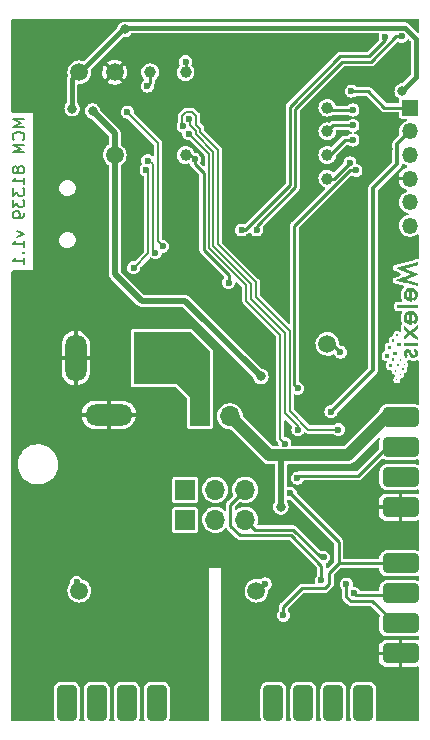
<source format=gbr>
%TF.GenerationSoftware,KiCad,Pcbnew,6.0.11-2627ca5db0~126~ubuntu22.04.1*%
%TF.CreationDate,2024-07-04T08:26:33+02:00*%
%TF.ProjectId,MCM-81339,4d434d2d-3831-4333-9339-2e6b69636164,rev?*%
%TF.SameCoordinates,Original*%
%TF.FileFunction,Copper,L2,Bot*%
%TF.FilePolarity,Positive*%
%FSLAX46Y46*%
G04 Gerber Fmt 4.6, Leading zero omitted, Abs format (unit mm)*
G04 Created by KiCad (PCBNEW 6.0.11-2627ca5db0~126~ubuntu22.04.1) date 2024-07-04 08:26:33*
%MOMM*%
%LPD*%
G01*
G04 APERTURE LIST*
G04 Aperture macros list*
%AMRoundRect*
0 Rectangle with rounded corners*
0 $1 Rounding radius*
0 $2 $3 $4 $5 $6 $7 $8 $9 X,Y pos of 4 corners*
0 Add a 4 corners polygon primitive as box body*
4,1,4,$2,$3,$4,$5,$6,$7,$8,$9,$2,$3,0*
0 Add four circle primitives for the rounded corners*
1,1,$1+$1,$2,$3*
1,1,$1+$1,$4,$5*
1,1,$1+$1,$6,$7*
1,1,$1+$1,$8,$9*
0 Add four rect primitives between the rounded corners*
20,1,$1+$1,$2,$3,$4,$5,0*
20,1,$1+$1,$4,$5,$6,$7,0*
20,1,$1+$1,$6,$7,$8,$9,0*
20,1,$1+$1,$8,$9,$2,$3,0*%
G04 Aperture macros list end*
%ADD10C,0.150000*%
%TA.AperFunction,NonConductor*%
%ADD11C,0.150000*%
%TD*%
%TA.AperFunction,SMDPad,CuDef*%
%ADD12R,2.900000X1.900000*%
%TD*%
%TA.AperFunction,ComponentPad*%
%ADD13C,0.500000*%
%TD*%
%TA.AperFunction,ComponentPad*%
%ADD14RoundRect,0.425000X-1.125000X-0.425000X1.125000X-0.425000X1.125000X0.425000X-1.125000X0.425000X0*%
%TD*%
%TA.AperFunction,ComponentPad*%
%ADD15R,1.700000X1.700000*%
%TD*%
%TA.AperFunction,ComponentPad*%
%ADD16O,1.700000X1.700000*%
%TD*%
%TA.AperFunction,ComponentPad*%
%ADD17R,1.350000X1.350000*%
%TD*%
%TA.AperFunction,ComponentPad*%
%ADD18O,1.350000X1.350000*%
%TD*%
%TA.AperFunction,HeatsinkPad*%
%ADD19C,0.500000*%
%TD*%
%TA.AperFunction,SMDPad,CuDef*%
%ADD20R,2.600000X2.600000*%
%TD*%
%TA.AperFunction,ComponentPad*%
%ADD21RoundRect,0.425000X-0.425000X1.125000X-0.425000X-1.125000X0.425000X-1.125000X0.425000X1.125000X0*%
%TD*%
%TA.AperFunction,ComponentPad*%
%ADD22R,1.800000X4.400000*%
%TD*%
%TA.AperFunction,ComponentPad*%
%ADD23O,1.800000X4.000000*%
%TD*%
%TA.AperFunction,ComponentPad*%
%ADD24O,4.000000X1.800000*%
%TD*%
%TA.AperFunction,SMDPad,CuDef*%
%ADD25C,1.000000*%
%TD*%
%TA.AperFunction,SMDPad,CuDef*%
%ADD26C,1.500000*%
%TD*%
%TA.AperFunction,ViaPad*%
%ADD27C,0.800000*%
%TD*%
%TA.AperFunction,ViaPad*%
%ADD28C,0.600000*%
%TD*%
%TA.AperFunction,Conductor*%
%ADD29C,0.500000*%
%TD*%
%TA.AperFunction,Conductor*%
%ADD30C,0.300000*%
%TD*%
%TA.AperFunction,Conductor*%
%ADD31C,0.400000*%
%TD*%
%TA.AperFunction,Conductor*%
%ADD32C,0.250000*%
%TD*%
%TA.AperFunction,Conductor*%
%ADD33C,1.000000*%
%TD*%
%TA.AperFunction,Conductor*%
%ADD34C,0.200000*%
%TD*%
%TA.AperFunction,Conductor*%
%ADD35C,0.600000*%
%TD*%
%TA.AperFunction,Conductor*%
%ADD36C,0.190000*%
%TD*%
G04 APERTURE END LIST*
D10*
D11*
X62352380Y-53080952D02*
X61352380Y-53080952D01*
X62066666Y-53414285D01*
X61352380Y-53747619D01*
X62352380Y-53747619D01*
X62257142Y-54795238D02*
X62304761Y-54747619D01*
X62352380Y-54604761D01*
X62352380Y-54509523D01*
X62304761Y-54366666D01*
X62209523Y-54271428D01*
X62114285Y-54223809D01*
X61923809Y-54176190D01*
X61780952Y-54176190D01*
X61590476Y-54223809D01*
X61495238Y-54271428D01*
X61400000Y-54366666D01*
X61352380Y-54509523D01*
X61352380Y-54604761D01*
X61400000Y-54747619D01*
X61447619Y-54795238D01*
X62352380Y-55223809D02*
X61352380Y-55223809D01*
X62066666Y-55557142D01*
X61352380Y-55890476D01*
X62352380Y-55890476D01*
X61780952Y-57271428D02*
X61733333Y-57176190D01*
X61685714Y-57128571D01*
X61590476Y-57080952D01*
X61542857Y-57080952D01*
X61447619Y-57128571D01*
X61400000Y-57176190D01*
X61352380Y-57271428D01*
X61352380Y-57461904D01*
X61400000Y-57557142D01*
X61447619Y-57604761D01*
X61542857Y-57652380D01*
X61590476Y-57652380D01*
X61685714Y-57604761D01*
X61733333Y-57557142D01*
X61780952Y-57461904D01*
X61780952Y-57271428D01*
X61828571Y-57176190D01*
X61876190Y-57128571D01*
X61971428Y-57080952D01*
X62161904Y-57080952D01*
X62257142Y-57128571D01*
X62304761Y-57176190D01*
X62352380Y-57271428D01*
X62352380Y-57461904D01*
X62304761Y-57557142D01*
X62257142Y-57604761D01*
X62161904Y-57652380D01*
X61971428Y-57652380D01*
X61876190Y-57604761D01*
X61828571Y-57557142D01*
X61780952Y-57461904D01*
X62352380Y-58604761D02*
X62352380Y-58033333D01*
X62352380Y-58319047D02*
X61352380Y-58319047D01*
X61495238Y-58223809D01*
X61590476Y-58128571D01*
X61638095Y-58033333D01*
X61352380Y-58938095D02*
X61352380Y-59557142D01*
X61733333Y-59223809D01*
X61733333Y-59366666D01*
X61780952Y-59461904D01*
X61828571Y-59509523D01*
X61923809Y-59557142D01*
X62161904Y-59557142D01*
X62257142Y-59509523D01*
X62304761Y-59461904D01*
X62352380Y-59366666D01*
X62352380Y-59080952D01*
X62304761Y-58985714D01*
X62257142Y-58938095D01*
X61352380Y-59890476D02*
X61352380Y-60509523D01*
X61733333Y-60176190D01*
X61733333Y-60319047D01*
X61780952Y-60414285D01*
X61828571Y-60461904D01*
X61923809Y-60509523D01*
X62161904Y-60509523D01*
X62257142Y-60461904D01*
X62304761Y-60414285D01*
X62352380Y-60319047D01*
X62352380Y-60033333D01*
X62304761Y-59938095D01*
X62257142Y-59890476D01*
X62352380Y-60985714D02*
X62352380Y-61176190D01*
X62304761Y-61271428D01*
X62257142Y-61319047D01*
X62114285Y-61414285D01*
X61923809Y-61461904D01*
X61542857Y-61461904D01*
X61447619Y-61414285D01*
X61400000Y-61366666D01*
X61352380Y-61271428D01*
X61352380Y-61080952D01*
X61400000Y-60985714D01*
X61447619Y-60938095D01*
X61542857Y-60890476D01*
X61780952Y-60890476D01*
X61876190Y-60938095D01*
X61923809Y-60985714D01*
X61971428Y-61080952D01*
X61971428Y-61271428D01*
X61923809Y-61366666D01*
X61876190Y-61414285D01*
X61780952Y-61461904D01*
X61685714Y-62557142D02*
X62352380Y-62795238D01*
X61685714Y-63033333D01*
X62352380Y-63938095D02*
X62352380Y-63366666D01*
X62352380Y-63652380D02*
X61352380Y-63652380D01*
X61495238Y-63557142D01*
X61590476Y-63461904D01*
X61638095Y-63366666D01*
X62257142Y-64366666D02*
X62304761Y-64414285D01*
X62352380Y-64366666D01*
X62304761Y-64319047D01*
X62257142Y-64366666D01*
X62352380Y-64366666D01*
X62352380Y-65366666D02*
X62352380Y-64795238D01*
X62352380Y-65080952D02*
X61352380Y-65080952D01*
X61495238Y-64985714D01*
X61590476Y-64890476D01*
X61638095Y-64795238D01*
%TO.C,LOG2*%
G36*
X94256551Y-73521204D02*
G01*
X94112279Y-73521204D01*
X94112279Y-73384947D01*
X94256551Y-73384947D01*
X94256551Y-73521204D01*
G37*
G36*
X93421162Y-72385057D02*
G01*
X93418968Y-72523318D01*
X93280707Y-72525512D01*
X93142446Y-72527705D01*
X93142446Y-72246796D01*
X93423355Y-72246796D01*
X93421162Y-72385057D01*
G37*
G36*
X94577157Y-73849825D02*
G01*
X94513036Y-73849825D01*
X94513036Y-73777689D01*
X94577157Y-73777689D01*
X94577157Y-73849825D01*
G37*
G36*
X95036708Y-67335046D02*
G01*
X95130088Y-67336273D01*
X95221890Y-67350550D01*
X95309215Y-67378057D01*
X95359195Y-67401417D01*
X95436754Y-67451147D01*
X95505644Y-67512719D01*
X95564509Y-67584374D01*
X95611992Y-67664354D01*
X95646734Y-67750898D01*
X95667379Y-67842248D01*
X95668119Y-67848122D01*
X95670540Y-67882108D01*
X95671330Y-67922821D01*
X95670306Y-67962700D01*
X95669395Y-67977442D01*
X95655926Y-68078975D01*
X95629990Y-68171211D01*
X95590948Y-68255572D01*
X95538161Y-68333482D01*
X95470990Y-68406362D01*
X95452293Y-68423773D01*
X95429026Y-68444361D01*
X95411646Y-68458434D01*
X95402940Y-68463647D01*
X95401721Y-68462972D01*
X95392414Y-68453368D01*
X95376322Y-68434484D01*
X95355547Y-68409012D01*
X95332196Y-68379644D01*
X95308371Y-68349072D01*
X95286178Y-68319987D01*
X95267721Y-68295081D01*
X95255103Y-68277044D01*
X95250429Y-68268570D01*
X95251766Y-68266444D01*
X95261668Y-68255009D01*
X95279113Y-68236294D01*
X95301587Y-68213029D01*
X95316420Y-68197254D01*
X95362410Y-68136087D01*
X95393895Y-68070242D01*
X95411986Y-67997550D01*
X95414294Y-67979686D01*
X95414855Y-67906232D01*
X95401618Y-67836066D01*
X95375721Y-67771044D01*
X95338299Y-67713025D01*
X95290493Y-67663866D01*
X95233439Y-67625427D01*
X95168274Y-67599564D01*
X95138217Y-67591288D01*
X95138217Y-68522023D01*
X95052055Y-68517450D01*
X94959038Y-68507228D01*
X94871014Y-68485122D01*
X94790739Y-68450454D01*
X94716096Y-68402299D01*
X94644965Y-68339733D01*
X94585027Y-68271954D01*
X94535213Y-68195667D01*
X94500280Y-68114872D01*
X94479703Y-68028339D01*
X94472960Y-67934837D01*
X94473092Y-67922624D01*
X94733490Y-67922624D01*
X94733495Y-67931545D01*
X94733985Y-67969081D01*
X94735866Y-67996248D01*
X94739971Y-68017783D01*
X94747135Y-68038418D01*
X94758192Y-68062889D01*
X94771860Y-68088014D01*
X94804026Y-68132685D01*
X94842004Y-68172313D01*
X94881105Y-68201604D01*
X94905778Y-68216083D01*
X94905778Y-67921353D01*
X94905642Y-67854723D01*
X94905266Y-67793474D01*
X94904680Y-67739382D01*
X94903915Y-67694221D01*
X94903000Y-67659765D01*
X94901965Y-67637791D01*
X94900841Y-67630071D01*
X94895249Y-67631919D01*
X94878887Y-67642169D01*
X94857164Y-67658666D01*
X94833902Y-67678277D01*
X94812925Y-67697870D01*
X94798055Y-67714311D01*
X94787673Y-67729409D01*
X94770552Y-67758310D01*
X94755035Y-67788487D01*
X94745923Y-67809336D01*
X94739388Y-67829767D01*
X94735631Y-67852384D01*
X94733912Y-67881800D01*
X94733490Y-67922624D01*
X94473092Y-67922624D01*
X94473187Y-67913865D01*
X94480004Y-67827079D01*
X94497069Y-67749125D01*
X94525404Y-67676374D01*
X94566035Y-67605201D01*
X94582329Y-67582344D01*
X94623242Y-67534279D01*
X94671355Y-67486714D01*
X94721838Y-67444242D01*
X94769860Y-67411454D01*
X94776101Y-67407866D01*
X94856815Y-67371022D01*
X94900841Y-67358826D01*
X94944651Y-67346689D01*
X95036708Y-67335046D01*
G37*
G36*
X94072203Y-74010128D02*
G01*
X93895870Y-74010128D01*
X93895870Y-73833795D01*
X94072203Y-73833795D01*
X94072203Y-74010128D01*
G37*
G36*
X93647400Y-71902145D02*
G01*
X93471067Y-71902145D01*
X93471067Y-71725811D01*
X93647400Y-71725811D01*
X93647400Y-71902145D01*
G37*
G36*
X94505021Y-74323299D02*
G01*
X94348725Y-74318711D01*
X94346431Y-74240564D01*
X94344137Y-74162416D01*
X94505021Y-74162416D01*
X94505021Y-74323299D01*
G37*
G36*
X93447021Y-74034174D02*
G01*
X93238628Y-74034174D01*
X93238628Y-73833795D01*
X93447021Y-73833795D01*
X93447021Y-74034174D01*
G37*
G36*
X95641368Y-65312375D02*
G01*
X95641548Y-65324481D01*
X95641698Y-65375939D01*
X95640688Y-65414718D01*
X95638568Y-65439710D01*
X95635385Y-65449810D01*
X95634019Y-65450339D01*
X95620087Y-65454464D01*
X95592401Y-65462139D01*
X95552279Y-65473014D01*
X95501039Y-65486737D01*
X95440000Y-65502959D01*
X95370481Y-65521328D01*
X95293798Y-65541494D01*
X95211272Y-65563105D01*
X95124220Y-65585812D01*
X95093910Y-65593709D01*
X95008384Y-65616061D01*
X94927907Y-65637194D01*
X94853789Y-65656758D01*
X94787338Y-65674403D01*
X94729862Y-65689780D01*
X94682671Y-65702539D01*
X94647072Y-65712331D01*
X94624376Y-65718806D01*
X94615889Y-65721614D01*
X94615932Y-65721811D01*
X94624471Y-65726512D01*
X94646516Y-65736816D01*
X94680945Y-65752237D01*
X94726639Y-65772292D01*
X94782476Y-65796498D01*
X94847338Y-65824371D01*
X94920102Y-65855426D01*
X94999650Y-65889181D01*
X95084860Y-65925151D01*
X95174613Y-65962853D01*
X95188853Y-65968822D01*
X95277960Y-66006281D01*
X95362343Y-66041928D01*
X95440883Y-66075282D01*
X95512460Y-66105857D01*
X95575954Y-66133171D01*
X95630247Y-66156742D01*
X95674218Y-66176085D01*
X95706749Y-66190717D01*
X95726719Y-66200155D01*
X95733009Y-66203915D01*
X95732987Y-66203932D01*
X95724565Y-66207846D01*
X95702549Y-66217462D01*
X95668099Y-66232286D01*
X95622379Y-66251825D01*
X95566548Y-66275586D01*
X95501770Y-66303074D01*
X95429205Y-66333796D01*
X95350016Y-66367258D01*
X95265364Y-66402968D01*
X95176411Y-66440430D01*
X95173693Y-66441573D01*
X95085012Y-66478956D01*
X95000794Y-66514574D01*
X94922187Y-66547937D01*
X94850338Y-66578552D01*
X94786393Y-66605927D01*
X94731498Y-66629569D01*
X94686802Y-66648986D01*
X94653451Y-66663686D01*
X94632591Y-66673177D01*
X94625369Y-66676966D01*
X94626320Y-66677505D01*
X94639020Y-66681606D01*
X94665497Y-66689234D01*
X94704460Y-66700044D01*
X94754621Y-66713687D01*
X94814687Y-66729817D01*
X94883368Y-66748087D01*
X94959374Y-66768148D01*
X95041414Y-66789655D01*
X95128199Y-66812259D01*
X95158249Y-66820069D01*
X95243832Y-66842389D01*
X95324390Y-66863513D01*
X95398609Y-66883091D01*
X95465180Y-66900771D01*
X95522788Y-66916202D01*
X95570122Y-66929033D01*
X95605871Y-66938914D01*
X95628721Y-66945494D01*
X95637360Y-66948421D01*
X95638771Y-66953528D01*
X95640366Y-66972557D01*
X95641385Y-67002874D01*
X95641746Y-67041685D01*
X95641368Y-67086200D01*
X95639164Y-67218406D01*
X94745475Y-66983873D01*
X94695228Y-66970685D01*
X94579740Y-66940362D01*
X94468620Y-66911170D01*
X94362880Y-66883375D01*
X94263534Y-66857246D01*
X94171593Y-66833047D01*
X94088071Y-66811047D01*
X94013980Y-66791511D01*
X93950332Y-66774708D01*
X93898140Y-66760902D01*
X93858417Y-66750362D01*
X93832175Y-66743354D01*
X93820426Y-66740145D01*
X93789066Y-66730951D01*
X94401524Y-66475389D01*
X94452284Y-66454207D01*
X94544647Y-66415652D01*
X94632442Y-66378989D01*
X94714534Y-66344695D01*
X94789785Y-66313244D01*
X94857060Y-66285112D01*
X94915222Y-66260774D01*
X94963134Y-66240705D01*
X94999660Y-66225380D01*
X95023664Y-66215275D01*
X95034009Y-66210866D01*
X95054035Y-66201903D01*
X95034009Y-66191618D01*
X95030705Y-66190088D01*
X95013513Y-66182592D01*
X94983236Y-66169621D01*
X94941014Y-66151659D01*
X94887989Y-66129186D01*
X94825300Y-66102685D01*
X94754089Y-66072638D01*
X94675496Y-66039527D01*
X94590662Y-66003834D01*
X94500729Y-65966040D01*
X94406835Y-65926629D01*
X94357116Y-65905755D01*
X94265959Y-65867398D01*
X94179760Y-65831017D01*
X94099610Y-65797078D01*
X94026604Y-65766049D01*
X93961833Y-65738398D01*
X93906391Y-65714590D01*
X93861369Y-65695093D01*
X93827861Y-65680374D01*
X93806960Y-65670900D01*
X93799757Y-65667138D01*
X93803022Y-65665880D01*
X93820237Y-65660768D01*
X93851386Y-65652028D01*
X93895516Y-65639915D01*
X93951673Y-65624683D01*
X94018904Y-65606588D01*
X94096256Y-65585886D01*
X94182774Y-65562830D01*
X94277506Y-65537675D01*
X94379497Y-65510678D01*
X94487795Y-65482092D01*
X94601445Y-65452173D01*
X94719495Y-65421176D01*
X95639164Y-65180000D01*
X95641368Y-65312375D01*
G37*
G36*
X93935945Y-75172324D02*
G01*
X93847779Y-75172324D01*
X93847779Y-75076143D01*
X93935945Y-75076143D01*
X93935945Y-75172324D01*
G37*
G36*
X95643172Y-69048752D02*
G01*
X93927930Y-69048752D01*
X93927930Y-68776237D01*
X95643172Y-68776237D01*
X95643172Y-69048752D01*
G37*
G36*
X94937519Y-69300438D02*
G01*
X94960439Y-69296638D01*
X94987542Y-69294588D01*
X95022775Y-69293777D01*
X95070089Y-69293691D01*
X95082078Y-69293720D01*
X95126612Y-69294123D01*
X95160206Y-69295378D01*
X95187015Y-69298037D01*
X95211191Y-69302648D01*
X95236886Y-69309761D01*
X95268255Y-69319926D01*
X95352438Y-69355455D01*
X95432517Y-69405251D01*
X95503159Y-69466513D01*
X95563161Y-69537802D01*
X95611321Y-69617678D01*
X95646435Y-69704703D01*
X95667300Y-69797436D01*
X95669476Y-69817136D01*
X95671380Y-69873587D01*
X95668701Y-69936499D01*
X95661823Y-69999671D01*
X95651135Y-70056900D01*
X95632049Y-70123165D01*
X95601685Y-70195034D01*
X95561414Y-70261315D01*
X95509327Y-70325062D01*
X95443520Y-70389327D01*
X95400893Y-70427439D01*
X95325661Y-70327407D01*
X95310336Y-70306963D01*
X95286592Y-70274985D01*
X95267597Y-70249018D01*
X95254995Y-70231317D01*
X95250429Y-70224137D01*
X95251768Y-70222037D01*
X95261672Y-70210652D01*
X95279116Y-70191973D01*
X95301587Y-70168725D01*
X95316796Y-70152415D01*
X95363390Y-70088800D01*
X95395686Y-70020107D01*
X95413403Y-69947997D01*
X95416260Y-69874130D01*
X95403976Y-69800165D01*
X95376270Y-69727761D01*
X95360212Y-69699600D01*
X95320537Y-69649220D01*
X95272468Y-69606870D01*
X95219284Y-69575195D01*
X95164267Y-69556839D01*
X95138217Y-69551703D01*
X95138217Y-70477719D01*
X95052055Y-70473162D01*
X95018628Y-70470967D01*
X94959101Y-70463807D01*
X94905970Y-70451682D01*
X94852903Y-70432946D01*
X94793566Y-70405952D01*
X94767320Y-70392634D01*
X94736206Y-70374626D01*
X94708531Y-70354772D01*
X94679661Y-70329638D01*
X94644965Y-70295791D01*
X94644883Y-70295709D01*
X94581175Y-70222820D01*
X94532792Y-70147055D01*
X94499084Y-70066869D01*
X94479403Y-69980717D01*
X94473099Y-69887057D01*
X94473463Y-69878320D01*
X94733453Y-69878320D01*
X94734554Y-69925767D01*
X94739204Y-69968321D01*
X94748715Y-70003811D01*
X94764384Y-70036890D01*
X94787508Y-70072210D01*
X94801088Y-70088570D01*
X94822175Y-70110111D01*
X94846134Y-70132145D01*
X94869491Y-70151638D01*
X94888774Y-70165559D01*
X94900507Y-70170873D01*
X94900535Y-70170869D01*
X94901734Y-70162815D01*
X94902836Y-70140546D01*
X94903810Y-70105838D01*
X94904623Y-70060465D01*
X94905244Y-70006203D01*
X94905639Y-69944827D01*
X94905778Y-69878114D01*
X94905778Y-69585356D01*
X94880870Y-69598236D01*
X94851540Y-69617978D01*
X94816485Y-69651680D01*
X94784308Y-69692639D01*
X94758896Y-69736446D01*
X94755840Y-69742937D01*
X94745497Y-69766618D01*
X94738943Y-69787220D01*
X94735322Y-69809521D01*
X94733777Y-69838295D01*
X94733453Y-69878320D01*
X94473463Y-69878320D01*
X94476078Y-69815552D01*
X94486363Y-69748206D01*
X94505296Y-69684265D01*
X94534218Y-69617828D01*
X94547535Y-69591728D01*
X94565641Y-69560584D01*
X94585560Y-69532932D01*
X94610747Y-69504132D01*
X94644656Y-69469548D01*
X94677835Y-69437836D01*
X94724735Y-69398306D01*
X94770843Y-69367266D01*
X94820898Y-69341667D01*
X94879639Y-69318463D01*
X94888427Y-69315350D01*
X94905778Y-69309538D01*
X94914831Y-69306505D01*
X94937519Y-69300438D01*
G37*
G36*
X94200445Y-72270841D02*
G01*
X93927930Y-72270841D01*
X93927930Y-71998326D01*
X94200445Y-71998326D01*
X94200445Y-72270841D01*
G37*
G36*
X93671446Y-73537235D02*
G01*
X93439006Y-73537235D01*
X93439006Y-73304795D01*
X93671446Y-73304795D01*
X93671446Y-73537235D01*
G37*
G36*
X95639461Y-70523953D02*
G01*
X95640640Y-70534900D01*
X95641659Y-70558947D01*
X95642459Y-70593710D01*
X95642982Y-70636805D01*
X95643168Y-70685846D01*
X95643165Y-70848153D01*
X95442707Y-71004202D01*
X95416021Y-71025038D01*
X95369338Y-71061807D01*
X95327894Y-71094860D01*
X95293180Y-71122981D01*
X95266688Y-71144958D01*
X95249909Y-71159577D01*
X95244336Y-71165624D01*
X95244851Y-71166263D01*
X95254377Y-71174541D01*
X95274630Y-71190981D01*
X95304003Y-71214313D01*
X95340889Y-71243268D01*
X95383680Y-71276574D01*
X95430770Y-71312962D01*
X95440612Y-71320545D01*
X95487839Y-71357039D01*
X95531087Y-71390628D01*
X95568607Y-71419941D01*
X95598651Y-71443609D01*
X95619470Y-71460263D01*
X95629316Y-71468532D01*
X95634010Y-71474267D01*
X95637584Y-71482903D01*
X95640016Y-71496489D01*
X95641456Y-71517240D01*
X95642055Y-71547372D01*
X95641966Y-71589099D01*
X95641339Y-71644636D01*
X95639164Y-71807135D01*
X95330581Y-71570161D01*
X95325058Y-71565920D01*
X95263937Y-71519055D01*
X95206831Y-71475388D01*
X95154981Y-71435858D01*
X95109627Y-71401408D01*
X95072010Y-71372976D01*
X95043371Y-71351505D01*
X95024951Y-71337933D01*
X95017990Y-71333203D01*
X95016925Y-71333788D01*
X95005840Y-71341691D01*
X94983926Y-71358013D01*
X94952550Y-71381714D01*
X94913079Y-71411754D01*
X94866880Y-71447094D01*
X94815321Y-71486694D01*
X94759770Y-71529515D01*
X94740174Y-71544637D01*
X94685826Y-71586465D01*
X94635928Y-71624710D01*
X94591848Y-71658334D01*
X94554957Y-71686295D01*
X94526625Y-71707556D01*
X94508222Y-71721074D01*
X94501119Y-71725811D01*
X94500732Y-71725154D01*
X94499599Y-71713348D01*
X94498811Y-71688551D01*
X94498402Y-71653122D01*
X94498403Y-71609416D01*
X94498847Y-71559792D01*
X94501013Y-71393772D01*
X94645286Y-71283017D01*
X94667249Y-71266105D01*
X94706619Y-71235508D01*
X94740524Y-71208794D01*
X94767143Y-71187418D01*
X94784650Y-71172836D01*
X94791223Y-71166503D01*
X94789219Y-71163709D01*
X94776729Y-71152134D01*
X94754317Y-71133119D01*
X94723723Y-71108100D01*
X94686686Y-71078512D01*
X94644946Y-71045791D01*
X94497006Y-70930839D01*
X94497006Y-70593773D01*
X94527063Y-70616470D01*
X94536133Y-70623410D01*
X94557949Y-70640260D01*
X94589404Y-70664646D01*
X94628794Y-70695245D01*
X94674416Y-70730734D01*
X94724564Y-70769787D01*
X94777536Y-70811081D01*
X94820734Y-70844771D01*
X94869565Y-70882847D01*
X94913343Y-70916976D01*
X94950551Y-70945975D01*
X94979670Y-70968662D01*
X94999185Y-70983854D01*
X95007578Y-70990368D01*
X95009708Y-70990475D01*
X95021889Y-70984676D01*
X95044517Y-70970272D01*
X95077930Y-70947018D01*
X95122466Y-70914672D01*
X95178463Y-70872990D01*
X95246259Y-70821727D01*
X95326192Y-70760641D01*
X95331979Y-70756201D01*
X95393135Y-70709345D01*
X95450270Y-70665688D01*
X95502144Y-70626169D01*
X95547516Y-70591728D01*
X95585145Y-70563305D01*
X95613792Y-70541839D01*
X95632216Y-70528271D01*
X95639176Y-70523539D01*
X95639461Y-70523953D01*
G37*
G36*
X94232368Y-74644846D02*
G01*
X94245688Y-74646668D01*
X94251649Y-74654014D01*
X94255383Y-74673625D01*
X94256551Y-74707194D01*
X94256551Y-74763552D01*
X94127607Y-74763552D01*
X94132317Y-74647332D01*
X94183571Y-74644916D01*
X94208564Y-74644274D01*
X94232368Y-74644846D01*
G37*
G36*
X95643172Y-72270841D02*
G01*
X94497006Y-72270841D01*
X94497006Y-71998326D01*
X95643172Y-71998326D01*
X95643172Y-72270841D01*
G37*
G36*
X93951991Y-71278548D02*
G01*
X93965511Y-71280442D01*
X93967742Y-71281690D01*
X93972772Y-71290962D01*
X93974848Y-71310443D01*
X93974371Y-71342972D01*
X93972014Y-71401198D01*
X93851786Y-71401198D01*
X93851786Y-71280971D01*
X93903041Y-71278554D01*
X93928032Y-71277928D01*
X93951991Y-71278548D01*
G37*
G36*
X93855794Y-74450961D02*
G01*
X93695491Y-74450961D01*
X93695491Y-74290658D01*
X93855794Y-74290658D01*
X93855794Y-74450961D01*
G37*
G36*
X95442067Y-72487276D02*
G01*
X95464312Y-72503943D01*
X95492754Y-72528201D01*
X95525477Y-72558568D01*
X95570885Y-72607278D01*
X95615382Y-72671694D01*
X95646977Y-72742184D01*
X95667415Y-72821990D01*
X95670119Y-72845341D01*
X95671486Y-72880659D01*
X95670576Y-72916061D01*
X95660549Y-72987978D01*
X95637209Y-73059228D01*
X95599990Y-73124194D01*
X95547868Y-73185128D01*
X95522132Y-73208880D01*
X95460806Y-73251867D01*
X95395892Y-73279497D01*
X95327902Y-73291591D01*
X95257344Y-73287967D01*
X95221521Y-73280531D01*
X95169982Y-73262447D01*
X95123187Y-73235492D01*
X95080047Y-73198490D01*
X95039471Y-73150264D01*
X95000367Y-73089637D01*
X94961646Y-73015435D01*
X94922217Y-72926479D01*
X94911501Y-72902013D01*
X94884693Y-72851135D01*
X94857127Y-72812274D01*
X94830098Y-72787385D01*
X94819750Y-72781501D01*
X94803585Y-72778542D01*
X94781709Y-72783756D01*
X94776893Y-72785477D01*
X94754507Y-72799085D01*
X94739861Y-72820919D01*
X94731868Y-72853368D01*
X94729445Y-72898818D01*
X94729887Y-72923698D01*
X94732972Y-72952125D01*
X94740473Y-72976912D01*
X94754094Y-73005417D01*
X94766647Y-73028135D01*
X94784178Y-73057138D01*
X94799070Y-73079002D01*
X94819395Y-73105685D01*
X94799989Y-73127093D01*
X94789092Y-73139181D01*
X94769146Y-73161405D01*
X94744146Y-73189324D01*
X94717096Y-73219585D01*
X94653610Y-73290669D01*
X94622672Y-73255807D01*
X94609518Y-73240181D01*
X94574421Y-73191570D01*
X94541032Y-73136438D01*
X94512694Y-73080598D01*
X94492748Y-73029863D01*
X94476539Y-72957743D01*
X94473104Y-72880089D01*
X94483679Y-72804505D01*
X94507738Y-72733156D01*
X94544756Y-72668209D01*
X94594206Y-72611828D01*
X94635500Y-72579759D01*
X94695874Y-72549125D01*
X94761043Y-72531596D01*
X94827901Y-72527930D01*
X94893341Y-72538883D01*
X94902555Y-72541681D01*
X94945747Y-72558776D01*
X94984260Y-72581960D01*
X95019450Y-72612827D01*
X95052675Y-72652970D01*
X95085293Y-72703984D01*
X95118662Y-72767462D01*
X95154139Y-72844997D01*
X95160067Y-72858516D01*
X95178729Y-72899672D01*
X95196512Y-72937004D01*
X95211642Y-72966860D01*
X95222349Y-72985585D01*
X95233937Y-73000838D01*
X95259000Y-73024889D01*
X95285573Y-73041842D01*
X95308937Y-73048281D01*
X95311014Y-73048241D01*
X95339674Y-73039772D01*
X95367908Y-73018249D01*
X95392387Y-72986149D01*
X95399424Y-72973568D01*
X95409009Y-72950676D01*
X95413488Y-72925819D01*
X95414502Y-72892015D01*
X95411496Y-72851168D01*
X95400740Y-72811621D01*
X95380366Y-72772423D01*
X95348507Y-72728965D01*
X95320274Y-72694157D01*
X95371113Y-72588700D01*
X95379036Y-72572280D01*
X95396225Y-72536785D01*
X95410322Y-72507845D01*
X95420045Y-72488091D01*
X95424107Y-72480153D01*
X95427935Y-72479682D01*
X95442067Y-72487276D01*
G37*
G36*
X93879839Y-73056326D02*
G01*
X93599309Y-73056326D01*
X93599309Y-72775796D01*
X93879839Y-72775796D01*
X93879839Y-73056326D01*
G37*
G36*
X93182522Y-73264720D02*
G01*
X92901992Y-73264720D01*
X92901992Y-72984189D01*
X93182522Y-72984189D01*
X93182522Y-73264720D01*
G37*
%TD*%
D12*
%TO.P,U8,9,EXP*%
%TO.N,GND*%
X69750000Y-95000000D03*
D13*
X69750000Y-94300000D03*
X70950000Y-94300000D03*
X68550000Y-94300000D03*
X69750000Y-95700000D03*
X68550000Y-95700000D03*
X70950000Y-95700000D03*
%TD*%
D14*
%TO.P,J1,1,Pin_1*%
%TO.N,GND*%
X94200000Y-98300000D03*
%TO.P,J1,2,Pin_2*%
%TO.N,Net-(J1-Pad2)*%
X94200000Y-95760000D03*
%TO.P,J1,3,Pin_3*%
%TO.N,Net-(J1-Pad3)*%
X94200000Y-93220000D03*
%TO.P,J1,4,Pin_4*%
%TO.N,VDDA*%
X94200000Y-90680000D03*
%TD*%
D15*
%TO.P,J6,1,Pin_1*%
%TO.N,TXD_SO8*%
X75960000Y-84460000D03*
D16*
%TO.P,J6,2,Pin_2*%
%TO.N,TXD_CPU*%
X78500000Y-84460000D03*
%TO.P,J6,3,Pin_3*%
%TO.N,TXD_QFN24*%
X81040000Y-84460000D03*
%TD*%
D14*
%TO.P,J4,1,Pin_1*%
%TO.N,VBUS*%
X94200000Y-78300000D03*
%TO.P,J4,2,Pin_2*%
%TO.N,TXD_CPU*%
X94200000Y-80840000D03*
%TO.P,J4,3,Pin_3*%
%TO.N,RXD_CPU*%
X94200000Y-83380000D03*
%TO.P,J4,4,Pin_4*%
%TO.N,GND*%
X94200000Y-85920000D03*
%TD*%
D17*
%TO.P,J3,1,Pin_1*%
%TO.N,EN*%
X95000000Y-52100000D03*
D18*
%TO.P,J3,2,Pin_2*%
%TO.N,+3.3V*%
X95000000Y-54100000D03*
%TO.P,J3,3,Pin_3*%
%TO.N,Net-(J3-Pad3)*%
X95000000Y-56100000D03*
%TO.P,J3,4,Pin_4*%
%TO.N,GND*%
X95000000Y-58100000D03*
%TO.P,J3,5,Pin_5*%
%TO.N,Net-(J3-Pad5)*%
X95000000Y-60100000D03*
%TO.P,J3,6,Pin_6*%
%TO.N,IO0*%
X95000000Y-62100000D03*
%TD*%
D19*
%TO.P,U5,41,EPAD*%
%TO.N,GND*%
X82290000Y-49808000D03*
X80790000Y-52808000D03*
X80790000Y-49808000D03*
X81540000Y-52058000D03*
X80040000Y-50558000D03*
X80790000Y-51308000D03*
X81540000Y-50558000D03*
X82290000Y-52808000D03*
X80040000Y-52058000D03*
X83040000Y-50558000D03*
X83040000Y-52058000D03*
X82290000Y-51308000D03*
%TD*%
D13*
%TO.P,U7,25,EXP*%
%TO.N,GND*%
X87250000Y-95000000D03*
D20*
X87250000Y-95000000D03*
D13*
X86200000Y-93950000D03*
X86200000Y-96050000D03*
X87250000Y-93950000D03*
X88300000Y-96050000D03*
X87250000Y-96050000D03*
X88300000Y-95000000D03*
X86200000Y-95000000D03*
X88300000Y-93950000D03*
%TD*%
D21*
%TO.P,J8,1,Pin_1*%
%TO.N,Net-(J8-Pad1)*%
X91060000Y-102500000D03*
%TO.P,J8,2,Pin_2*%
%TO.N,Net-(J8-Pad2)*%
X88520000Y-102500000D03*
%TO.P,J8,3,Pin_3*%
%TO.N,Net-(J8-Pad3)*%
X85980000Y-102500000D03*
%TO.P,J8,4,Pin_4*%
%TO.N,Net-(J8-Pad4)*%
X83440000Y-102500000D03*
%TD*%
D15*
%TO.P,J7,1,Pin_1*%
%TO.N,RXD_SO8*%
X75960000Y-87000000D03*
D16*
%TO.P,J7,2,Pin_2*%
%TO.N,RXD_CPU*%
X78500000Y-87000000D03*
%TO.P,J7,3,Pin_3*%
%TO.N,RXD_QFN24*%
X81040000Y-87000000D03*
%TD*%
D15*
%TO.P,J2,1,Pin_1*%
%TO.N,VS*%
X77230000Y-78227102D03*
D16*
%TO.P,J2,2,Pin_2*%
%TO.N,VBUS*%
X79770000Y-78227102D03*
%TD*%
D21*
%TO.P,J9,1,Pin_1*%
%TO.N,Net-(J9-Pad1)*%
X73560000Y-102500000D03*
%TO.P,J9,2,Pin_2*%
%TO.N,Net-(J9-Pad2)*%
X71020000Y-102500000D03*
%TO.P,J9,3,Pin_3*%
%TO.N,Net-(J9-Pad3)*%
X68480000Y-102500000D03*
%TO.P,J9,4,Pin_4*%
%TO.N,Net-(J9-Pad4)*%
X65940000Y-102500000D03*
%TD*%
D22*
%TO.P,J10,1*%
%TO.N,VS*%
X72500000Y-73300000D03*
D23*
%TO.P,J10,2*%
%TO.N,GND*%
X66700000Y-73300000D03*
D24*
%TO.P,J10,3*%
X69500000Y-78100000D03*
%TD*%
D25*
%TO.P,TP11,1,1*%
%TO.N,SLAVE_CUR*%
X73000000Y-49100000D03*
%TD*%
%TO.P,TP9,1,1*%
%TO.N,EN*%
X76000000Y-49100000D03*
%TD*%
D26*
%TO.P,TP14,1,1*%
%TO.N,Net-(C26-Pad1)*%
X67000000Y-93000000D03*
%TD*%
D25*
%TO.P,TP6,1,1*%
%TO.N,/MCM/TCK*%
X88000000Y-58100000D03*
%TD*%
D26*
%TO.P,TP8,1,1*%
%TO.N,Net-(C10-Pad1)*%
X88000000Y-72100000D03*
%TD*%
%TO.P,TP2,1,1*%
%TO.N,GND*%
X70000000Y-49100000D03*
%TD*%
%TO.P,TP10,1,1*%
%TO.N,VS*%
X76000000Y-72100000D03*
%TD*%
%TO.P,TP7,1,1*%
%TO.N,+5V*%
X70000000Y-56100000D03*
%TD*%
D25*
%TO.P,TP4,1,1*%
%TO.N,/MCM/TMS*%
X88000000Y-52100000D03*
%TD*%
D26*
%TO.P,TP1,1,1*%
%TO.N,+3.3V*%
X67000000Y-49100000D03*
%TD*%
%TO.P,TP13,1,1*%
%TO.N,Net-(C21-Pad1)*%
X82000000Y-93000000D03*
%TD*%
D25*
%TO.P,TP3,1,1*%
%TO.N,/MCM/TDI*%
X88000000Y-54100000D03*
%TD*%
%TO.P,TP12,1,1*%
%TO.N,SLAVE_PWR*%
X76000000Y-56100000D03*
%TD*%
%TO.P,TP5,1,1*%
%TO.N,/MCM/TDO*%
X88000000Y-56100000D03*
%TD*%
D27*
%TO.N,GND*%
X80250000Y-99000000D03*
X62000000Y-77500000D03*
X73750000Y-94750000D03*
X83750000Y-67500000D03*
X76250000Y-81750000D03*
X62000000Y-92500000D03*
X62000000Y-67500000D03*
X85250000Y-98000000D03*
X76000000Y-103000000D03*
X62000000Y-97500000D03*
X80250000Y-96250000D03*
X77500000Y-66000000D03*
X90250000Y-65500000D03*
X73750000Y-98750000D03*
X90750000Y-97000000D03*
X95000000Y-88250000D03*
X67665600Y-46786800D03*
X62000000Y-87500000D03*
X62000000Y-102500000D03*
X87250000Y-67500000D03*
X83312000Y-46228000D03*
X95000000Y-76750000D03*
X86750000Y-85300000D03*
X81500000Y-70250000D03*
D28*
X75768200Y-78054200D03*
X70993000Y-59664600D03*
D27*
X88500000Y-75750000D03*
X95000000Y-102500000D03*
X93319600Y-61239400D03*
X73750000Y-90000000D03*
X63754000Y-60960000D03*
X93116400Y-55575200D03*
X89154000Y-46228000D03*
X95000000Y-100000000D03*
X88646000Y-59944000D03*
X85750000Y-91000000D03*
X95000000Y-64000000D03*
X93000000Y-65500000D03*
X90500000Y-88250000D03*
X83000000Y-72250000D03*
X78500000Y-90000000D03*
X63754000Y-54864000D03*
X82750000Y-85250000D03*
X76200000Y-46228000D03*
X81000000Y-103000000D03*
X62000000Y-72500000D03*
%TO.N,+5V*%
X82372200Y-74853800D03*
X68122800Y-52374800D03*
%TO.N,+3.3V*%
X66395600Y-52171600D03*
X70866000Y-45466000D03*
D28*
X88315800Y-77851000D03*
D27*
X94335600Y-50698400D03*
D28*
%TO.N,Net-(C10-Pad1)*%
X89100000Y-72800000D03*
%TO.N,SLAVE_CUR*%
X72759487Y-50264408D03*
%TO.N,EN*%
X90040498Y-50698400D03*
X75996800Y-48209200D03*
D27*
%TO.N,VBUS*%
X84074000Y-85902800D03*
D28*
%TO.N,Net-(D4-Pad1)*%
X71069200Y-52476400D03*
X74066400Y-63830200D03*
%TO.N,LED1*%
X82005000Y-62447000D03*
X94305414Y-46069510D03*
D27*
%TO.N,VS*%
X77455326Y-73613753D03*
X76502600Y-73775902D03*
D28*
%TO.N,LED2*%
X80735000Y-62447000D03*
X92899501Y-46084553D03*
%TO.N,Net-(C21-Pad1)*%
X82727800Y-92430600D03*
%TO.N,RXD_QFN24*%
X87680536Y-90159464D03*
%TO.N,VDDA*%
X84274339Y-95071161D03*
X84879400Y-84749400D03*
%TO.N,Net-(C26-Pad1)*%
X66776600Y-92278200D03*
%TO.N,SLAVE_PWR*%
X79654400Y-66904400D03*
X76760000Y-56460000D03*
%TO.N,Net-(J1-Pad2)*%
X89600000Y-92438000D03*
%TO.N,Net-(J1-Pad3)*%
X90255500Y-93220000D03*
%TO.N,TXD_CPU*%
X85471295Y-83466761D03*
%TO.N,UART_VSEL*%
X90424000Y-57404000D03*
X85496400Y-75869800D03*
%TO.N,UART_OE*%
X84411745Y-80537448D03*
X76266297Y-54295297D03*
%TO.N,MEAS_VBUS*%
X72804289Y-56583311D03*
X73453100Y-64363600D03*
%TO.N,MEAS_VS*%
X71602600Y-65659000D03*
X72654100Y-57373704D03*
%TO.N,TXD_QFN24*%
X87503000Y-92133000D03*
%TO.N,/MCM/TDI*%
X90164000Y-53600000D03*
%TO.N,/MCM/TMS*%
X90170000Y-52300000D03*
%TO.N,/MCM/TDO*%
X90170000Y-54848000D03*
%TO.N,/MCM/TCK*%
X89914811Y-56779500D03*
%TO.N,TXD_MCM*%
X88925400Y-79349600D03*
X75788290Y-53654427D03*
%TO.N,RXD_MCM*%
X76298004Y-53038476D03*
X85521800Y-79349600D03*
%TD*%
D29*
%TO.N,+5V*%
X70000000Y-66170000D02*
X72300000Y-68470000D01*
X70000000Y-54252000D02*
X70000000Y-66170000D01*
X82363800Y-74853800D02*
X82372200Y-74853800D01*
X75980000Y-68470000D02*
X82363800Y-74853800D01*
X68122800Y-52374800D02*
X70000000Y-54252000D01*
X72300000Y-68470000D02*
X75980000Y-68470000D01*
D30*
%TO.N,+3.3V*%
X93916400Y-55183600D02*
X93916400Y-56883400D01*
D31*
X71007200Y-45324800D02*
X70866000Y-45466000D01*
D30*
X93916400Y-56883400D02*
X91871800Y-58928000D01*
D31*
X95504000Y-46278800D02*
X94550000Y-45324800D01*
D30*
X91871800Y-74295000D02*
X88315800Y-77851000D01*
D31*
X67000000Y-49100000D02*
X67100000Y-49100000D01*
D30*
X95000000Y-54100000D02*
X93916400Y-55183600D01*
D31*
X95504000Y-49530000D02*
X95504000Y-46278800D01*
D30*
X91871800Y-58928000D02*
X91871800Y-74295000D01*
D31*
X94550000Y-45324800D02*
X71007200Y-45324800D01*
X66395600Y-49704400D02*
X67000000Y-49100000D01*
X66395600Y-52171600D02*
X66395600Y-49704400D01*
X70734000Y-45466000D02*
X70866000Y-45466000D01*
X94335600Y-50698400D02*
X95504000Y-49530000D01*
X67100000Y-49100000D02*
X70734000Y-45466000D01*
D32*
%TO.N,Net-(C10-Pad1)*%
X88400000Y-72100000D02*
X89100000Y-72800000D01*
X88000000Y-72100000D02*
X88400000Y-72100000D01*
%TO.N,SLAVE_CUR*%
X73000000Y-50023895D02*
X73000000Y-49100000D01*
X72759487Y-50264408D02*
X73000000Y-50023895D01*
%TO.N,EN*%
X76000000Y-48212400D02*
X75996800Y-48209200D01*
X92841600Y-52100000D02*
X95000000Y-52100000D01*
X90040498Y-50698400D02*
X91440000Y-50698400D01*
X91440000Y-50698400D02*
X92841600Y-52100000D01*
X76000000Y-49100000D02*
X76000000Y-48212400D01*
D33*
%TO.N,VBUS*%
X83077448Y-81537448D02*
X79770000Y-78230000D01*
D29*
X84074000Y-85902800D02*
X84074000Y-81610200D01*
D33*
X93700000Y-78300000D02*
X92970000Y-78300000D01*
X84146752Y-81537448D02*
X83077448Y-81537448D01*
X89732552Y-81537448D02*
X84146752Y-81537448D01*
X79770000Y-78230000D02*
X79770000Y-78227102D01*
X92970000Y-78300000D02*
X89732552Y-81537448D01*
D29*
X84074000Y-81610200D02*
X84146752Y-81537448D01*
D34*
%TO.N,Net-(D4-Pad1)*%
X73653600Y-55063600D02*
X71069200Y-52479200D01*
X71069200Y-52479200D02*
X71069200Y-52476400D01*
X74066400Y-63830200D02*
X73653600Y-63417400D01*
X73653600Y-63417400D02*
X73653600Y-55063600D01*
D32*
%TO.N,LED1*%
X85293200Y-58853196D02*
X82005000Y-62141396D01*
X91694000Y-48209200D02*
X89282396Y-48209200D01*
X82005000Y-62141396D02*
X82005000Y-62447000D01*
X94305414Y-46069510D02*
X93833690Y-46069510D01*
X85293200Y-52198396D02*
X85293200Y-58853196D01*
X93833690Y-46069510D02*
X91694000Y-48209200D01*
X89282396Y-48209200D02*
X85293200Y-52198396D01*
D29*
%TO.N,VS*%
X77455326Y-73613753D02*
X77455326Y-73713753D01*
D33*
X77293177Y-73775902D02*
X72975902Y-73775902D01*
X77216000Y-73853079D02*
X77216000Y-78213102D01*
X77455326Y-73613753D02*
X77216000Y-73853079D01*
X72975902Y-73775902D02*
X72500000Y-73300000D01*
X77455326Y-73613753D02*
X77293177Y-73775902D01*
D35*
X77469079Y-73700000D02*
X77455326Y-73713753D01*
D33*
X77216000Y-78213102D02*
X77230000Y-78227102D01*
D32*
%TO.N,LED2*%
X84843200Y-52012000D02*
X84843200Y-58666800D01*
X92899501Y-46084553D02*
X92899501Y-46367303D01*
X81063000Y-62447000D02*
X80735000Y-62447000D01*
X89096000Y-47759200D02*
X84843200Y-52012000D01*
X91507604Y-47759200D02*
X89096000Y-47759200D01*
X92899501Y-46367303D02*
X91507604Y-47759200D01*
X84843200Y-58666800D02*
X81063000Y-62447000D01*
%TO.N,Net-(C21-Pad1)*%
X82158400Y-93000000D02*
X82727800Y-92430600D01*
X82000000Y-93000000D02*
X82158400Y-93000000D01*
%TO.N,RXD_QFN24*%
X87441664Y-90159464D02*
X85122600Y-87840400D01*
X87680536Y-90159464D02*
X87441664Y-90159464D01*
X85122600Y-87840400D02*
X81880400Y-87840400D01*
X81880400Y-87840400D02*
X81040000Y-87000000D01*
%TO.N,VDDA*%
X88980000Y-90680000D02*
X88970000Y-90670000D01*
X85840000Y-92800000D02*
X84274339Y-94365661D01*
X93700000Y-90680000D02*
X88980000Y-90680000D01*
X88970000Y-88840000D02*
X88970000Y-90670000D01*
X88180000Y-91460000D02*
X88180000Y-92420000D01*
X84879400Y-84749400D02*
X88970000Y-88840000D01*
X88180000Y-92420000D02*
X87800000Y-92800000D01*
X87800000Y-92800000D02*
X85840000Y-92800000D01*
X84274339Y-94365661D02*
X84274339Y-95071161D01*
X88970000Y-90670000D02*
X88180000Y-91460000D01*
%TO.N,Net-(C26-Pad1)*%
X67000000Y-93000000D02*
X67000000Y-92501600D01*
X67000000Y-92501600D02*
X66776600Y-92278200D01*
%TO.N,SLAVE_PWR*%
X76760000Y-56460000D02*
X76760000Y-56850000D01*
X76760000Y-56460000D02*
X76400000Y-56100000D01*
X79654400Y-66251457D02*
X79654400Y-66904400D01*
X76400000Y-56100000D02*
X76000000Y-56100000D01*
X77547200Y-64144257D02*
X79654400Y-66251457D01*
X76760000Y-56850000D02*
X77547200Y-57637200D01*
X77547200Y-57637200D02*
X77547200Y-64144257D01*
%TO.N,Net-(J1-Pad2)*%
X89600000Y-93510000D02*
X89970000Y-93880000D01*
X89970000Y-93880000D02*
X91820000Y-93880000D01*
X89600000Y-92438000D02*
X89600000Y-93510000D01*
X91820000Y-93880000D02*
X93700000Y-95760000D01*
%TO.N,Net-(J1-Pad3)*%
X90425500Y-93390000D02*
X93530000Y-93390000D01*
X90255500Y-93220000D02*
X90425500Y-93390000D01*
X93530000Y-93390000D02*
X93700000Y-93220000D01*
%TO.N,TXD_CPU*%
X85676856Y-83261200D02*
X90608800Y-83261200D01*
X93030000Y-80840000D02*
X93700000Y-80840000D01*
X90608800Y-83261200D02*
X93030000Y-80840000D01*
X85471295Y-83466761D02*
X85676856Y-83261200D01*
%TO.N,UART_VSEL*%
X90424000Y-57404000D02*
X89906695Y-57404000D01*
X85221400Y-62089295D02*
X85221400Y-75594800D01*
X85221400Y-75594800D02*
X85496400Y-75869800D01*
X89906695Y-57404000D02*
X85221400Y-62089295D01*
D36*
%TO.N,UART_OE*%
X77967200Y-55996200D02*
X76266297Y-54295297D01*
X77967200Y-63970287D02*
X77967200Y-55996200D01*
X84411745Y-80537448D02*
X84021400Y-80147103D01*
X84021400Y-80147103D02*
X84021400Y-71305584D01*
X84021400Y-71305584D02*
X81150000Y-68434184D01*
X81150000Y-68434184D02*
X81150000Y-67153087D01*
X81150000Y-67153087D02*
X77967200Y-63970287D01*
D34*
%TO.N,MEAS_VBUS*%
X72940911Y-56583311D02*
X72804289Y-56583311D01*
X73253600Y-56896000D02*
X72940911Y-56583311D01*
X73453100Y-64363600D02*
X73253600Y-64164100D01*
X73253600Y-64164100D02*
X73253600Y-56896000D01*
%TO.N,MEAS_VS*%
X72694800Y-57414404D02*
X72853600Y-57573204D01*
D32*
X72694800Y-57414404D02*
X72654100Y-57373704D01*
D34*
X72853600Y-57573204D02*
X72853600Y-64408000D01*
X72853600Y-64408000D02*
X71602600Y-65659000D01*
D32*
%TO.N,TXD_QFN24*%
X79781400Y-87477600D02*
X79781400Y-85718600D01*
X87503000Y-90865105D02*
X84928295Y-88290400D01*
X80594200Y-88290400D02*
X79781400Y-87477600D01*
X84928295Y-88290400D02*
X80594200Y-88290400D01*
X87503000Y-92133000D02*
X87503000Y-90865105D01*
X79781400Y-85718600D02*
X81040000Y-84460000D01*
%TO.N,/MCM/TDI*%
X88500000Y-53600000D02*
X88000000Y-54100000D01*
X90164000Y-53600000D02*
X88500000Y-53600000D01*
%TO.N,/MCM/TMS*%
X90146000Y-52324000D02*
X88224000Y-52324000D01*
X88224000Y-52324000D02*
X88000000Y-52100000D01*
X90170000Y-52300000D02*
X90146000Y-52324000D01*
%TO.N,/MCM/TDO*%
X89474800Y-54848000D02*
X88222800Y-56100000D01*
X88222800Y-56100000D02*
X88000000Y-56100000D01*
X90170000Y-54848000D02*
X89474800Y-54848000D01*
%TO.N,/MCM/TCK*%
X89894799Y-56779500D02*
X88574299Y-58100000D01*
X88574299Y-58100000D02*
X88000000Y-58100000D01*
X89914811Y-56779500D02*
X89894799Y-56779500D01*
D36*
%TO.N,TXD_MCM*%
X76544462Y-52443476D02*
X76911200Y-52810214D01*
X78749000Y-61789057D02*
X78749000Y-63649000D01*
X75703004Y-52792018D02*
X76051546Y-52443476D01*
X78749000Y-63649000D02*
X81930000Y-66830001D01*
X86389600Y-79349600D02*
X88925400Y-79349600D01*
X75703004Y-53569141D02*
X75703004Y-52792018D01*
X76911200Y-52810214D02*
X76911200Y-53547198D01*
X84801400Y-77761400D02*
X86389600Y-79349600D01*
X76051546Y-52443476D02*
X76544462Y-52443476D01*
X84801400Y-70982496D02*
X84801400Y-77761400D01*
X77251297Y-53887295D02*
X77251297Y-54177209D01*
X81930000Y-66830001D02*
X81930000Y-68111096D01*
X78747200Y-61787257D02*
X78749000Y-61789057D01*
X75788290Y-53654427D02*
X75703004Y-53569141D01*
X76911200Y-53547198D02*
X77251297Y-53887295D01*
X77251297Y-54177209D02*
X78747200Y-55673112D01*
X78747200Y-55673112D02*
X78747200Y-61787257D01*
X81930000Y-68111096D02*
X84801400Y-70982496D01*
%TO.N,RXD_MCM*%
X76383290Y-53570832D02*
X76861297Y-54048839D01*
X81540000Y-68272640D02*
X84411400Y-71144040D01*
X84411400Y-77951400D02*
X85521800Y-79061800D01*
X76298004Y-53038476D02*
X76383290Y-53123762D01*
X84411400Y-71144040D02*
X84411400Y-77951400D01*
X78357200Y-55834656D02*
X78357200Y-63808744D01*
X76861297Y-54048839D02*
X76861297Y-54338753D01*
X76383290Y-53123762D02*
X76383290Y-53570832D01*
X85521800Y-79061800D02*
X85521800Y-79349600D01*
X78357200Y-63808744D02*
X81540000Y-66991544D01*
X76861297Y-54338753D02*
X78357200Y-55834656D01*
X81540000Y-66991544D02*
X81540000Y-68272640D01*
%TD*%
%TA.AperFunction,Conductor*%
%TO.N,GND*%
G36*
X83947000Y-53975000D02*
G01*
X78613000Y-53975000D01*
X78613000Y-48641000D01*
X83947000Y-48641000D01*
X83947000Y-53975000D01*
G37*
%TD.AperFunction*%
%TD*%
%TA.AperFunction,Conductor*%
%TO.N,GND*%
G36*
X95708691Y-44569407D02*
G01*
X95744655Y-44618907D01*
X95749500Y-44649500D01*
X95749500Y-45648189D01*
X95730593Y-45706380D01*
X95681093Y-45742344D01*
X95619907Y-45742344D01*
X95580496Y-45718193D01*
X94891619Y-45029316D01*
X94883877Y-45020603D01*
X94866453Y-44998501D01*
X94861872Y-44992690D01*
X94813251Y-44959086D01*
X94810728Y-44957283D01*
X94769139Y-44926564D01*
X94769137Y-44926563D01*
X94763184Y-44922166D01*
X94756368Y-44919773D01*
X94750431Y-44915669D01*
X94743372Y-44913436D01*
X94743371Y-44913436D01*
X94723027Y-44907002D01*
X94694071Y-44897844D01*
X94691186Y-44896882D01*
X94635369Y-44877281D01*
X94629327Y-44877044D01*
X94626653Y-44876523D01*
X94621270Y-44874820D01*
X94614663Y-44874300D01*
X94561459Y-44874300D01*
X94557572Y-44874224D01*
X94507397Y-44872252D01*
X94507394Y-44872252D01*
X94500006Y-44871962D01*
X94493228Y-44873759D01*
X94483403Y-44874300D01*
X71163300Y-44874300D01*
X71116974Y-44862792D01*
X71106108Y-44857039D01*
X71100831Y-44854245D01*
X71024480Y-44835067D01*
X70953918Y-44817343D01*
X70953915Y-44817343D01*
X70948128Y-44815889D01*
X70868564Y-44815473D01*
X70796650Y-44815096D01*
X70796648Y-44815096D01*
X70790684Y-44815065D01*
X70637588Y-44851820D01*
X70586551Y-44878162D01*
X70502985Y-44921293D01*
X70502983Y-44921295D01*
X70497679Y-44924032D01*
X70379034Y-45027533D01*
X70288501Y-45156348D01*
X70231309Y-45303039D01*
X70230530Y-45308960D01*
X70229180Y-45314217D01*
X70203293Y-45359604D01*
X67431889Y-48131008D01*
X67377372Y-48158785D01*
X67332610Y-48155576D01*
X67206784Y-48116626D01*
X67206776Y-48116624D01*
X67202152Y-48115193D01*
X67197342Y-48114687D01*
X67197340Y-48114687D01*
X67011835Y-48095189D01*
X67011833Y-48095189D01*
X67007019Y-48094683D01*
X66942891Y-48100519D01*
X66816438Y-48112027D01*
X66816435Y-48112028D01*
X66811618Y-48112466D01*
X66806976Y-48113832D01*
X66806972Y-48113833D01*
X66628040Y-48166496D01*
X66628037Y-48166497D01*
X66623393Y-48167864D01*
X66449512Y-48258767D01*
X66296600Y-48381711D01*
X66293493Y-48385414D01*
X66173589Y-48528310D01*
X66173586Y-48528314D01*
X66170480Y-48532016D01*
X66075956Y-48703954D01*
X66074492Y-48708568D01*
X66074491Y-48708571D01*
X66021373Y-48876021D01*
X66016628Y-48890978D01*
X65994757Y-49085963D01*
X65997966Y-49124173D01*
X66010321Y-49271310D01*
X66011175Y-49281483D01*
X66012508Y-49286131D01*
X66012508Y-49286132D01*
X66035962Y-49367927D01*
X66033826Y-49429075D01*
X66020430Y-49454033D01*
X65998486Y-49483743D01*
X65992966Y-49491216D01*
X65990573Y-49498032D01*
X65986469Y-49503969D01*
X65973176Y-49546002D01*
X65968649Y-49560315D01*
X65967682Y-49563214D01*
X65948081Y-49619031D01*
X65947844Y-49625073D01*
X65947323Y-49627747D01*
X65945620Y-49633130D01*
X65945100Y-49639737D01*
X65945100Y-49692941D01*
X65945024Y-49696828D01*
X65943914Y-49725088D01*
X65942762Y-49754394D01*
X65944559Y-49761172D01*
X65945100Y-49770997D01*
X65945100Y-51656309D01*
X65926193Y-51714500D01*
X65916943Y-51724612D01*
X65917124Y-51724775D01*
X65913129Y-51729212D01*
X65908634Y-51733133D01*
X65818101Y-51861948D01*
X65760909Y-52008639D01*
X65760131Y-52014550D01*
X65760130Y-52014553D01*
X65753469Y-52065148D01*
X65740358Y-52164738D01*
X65741013Y-52170671D01*
X65741013Y-52170675D01*
X65750308Y-52254867D01*
X65757635Y-52321233D01*
X65764211Y-52339203D01*
X65807692Y-52458019D01*
X65811743Y-52469090D01*
X65815072Y-52474044D01*
X65896229Y-52594819D01*
X65896232Y-52594823D01*
X65899558Y-52599772D01*
X65903969Y-52603786D01*
X65903971Y-52603788D01*
X66011595Y-52701718D01*
X66016010Y-52705735D01*
X66070572Y-52735360D01*
X66149130Y-52778014D01*
X66149132Y-52778015D01*
X66154376Y-52780862D01*
X66219775Y-52798019D01*
X66300900Y-52819302D01*
X66300904Y-52819302D01*
X66306669Y-52820815D01*
X66312630Y-52820909D01*
X66312633Y-52820909D01*
X66385382Y-52822051D01*
X66464095Y-52823288D01*
X66515896Y-52811424D01*
X66611749Y-52789471D01*
X66611751Y-52789470D01*
X66617568Y-52788138D01*
X66627098Y-52783345D01*
X66752899Y-52720074D01*
X66752901Y-52720073D01*
X66758225Y-52717395D01*
X66771877Y-52705735D01*
X66873410Y-52619018D01*
X66873411Y-52619017D01*
X66877948Y-52615142D01*
X66969824Y-52487283D01*
X66974264Y-52476240D01*
X67017801Y-52367938D01*
X67467558Y-52367938D01*
X67468213Y-52373871D01*
X67468213Y-52373875D01*
X67480273Y-52483108D01*
X67484835Y-52524433D01*
X67492702Y-52545930D01*
X67533793Y-52658216D01*
X67538943Y-52672290D01*
X67542272Y-52677244D01*
X67623429Y-52798019D01*
X67623432Y-52798023D01*
X67626758Y-52802972D01*
X67631169Y-52806986D01*
X67631171Y-52806988D01*
X67738795Y-52904918D01*
X67743210Y-52908935D01*
X67809906Y-52945148D01*
X67876330Y-52981214D01*
X67876332Y-52981215D01*
X67881576Y-52984062D01*
X68033869Y-53024015D01*
X68036346Y-53024054D01*
X68091736Y-53051550D01*
X69470504Y-54430318D01*
X69498281Y-54484835D01*
X69499500Y-54500322D01*
X69499500Y-55173091D01*
X69480593Y-55231282D01*
X69454707Y-55255932D01*
X69453802Y-55256524D01*
X69449512Y-55258767D01*
X69296600Y-55381711D01*
X69278527Y-55403250D01*
X69173589Y-55528310D01*
X69173586Y-55528314D01*
X69170480Y-55532016D01*
X69075956Y-55703954D01*
X69074492Y-55708568D01*
X69074491Y-55708571D01*
X69053841Y-55773668D01*
X69016628Y-55890978D01*
X69016088Y-55895790D01*
X69016088Y-55895791D01*
X68996842Y-56067379D01*
X68994757Y-56085963D01*
X68998293Y-56128071D01*
X69007887Y-56242323D01*
X69011175Y-56281483D01*
X69012508Y-56286131D01*
X69012508Y-56286132D01*
X69060520Y-56453567D01*
X69065258Y-56470091D01*
X69067473Y-56474401D01*
X69152731Y-56640296D01*
X69152734Y-56640300D01*
X69154944Y-56644601D01*
X69276818Y-56798369D01*
X69280505Y-56801507D01*
X69280507Y-56801509D01*
X69422550Y-56922397D01*
X69422555Y-56922400D01*
X69426238Y-56925535D01*
X69448799Y-56938144D01*
X69490369Y-56983035D01*
X69499500Y-57024562D01*
X69499500Y-66102834D01*
X69498081Y-66115535D01*
X69498103Y-66115537D01*
X69497537Y-66122569D01*
X69495981Y-66129447D01*
X69499155Y-66180607D01*
X69499310Y-66183102D01*
X69499500Y-66189233D01*
X69499500Y-66205940D01*
X69499999Y-66209427D01*
X69500000Y-66209435D01*
X69501101Y-66217121D01*
X69501911Y-66225024D01*
X69504859Y-66272538D01*
X69507252Y-66279167D01*
X69507253Y-66279171D01*
X69508342Y-66282187D01*
X69513223Y-66301763D01*
X69514677Y-66311918D01*
X69517596Y-66318337D01*
X69517597Y-66318342D01*
X69534381Y-66355257D01*
X69537377Y-66362615D01*
X69553540Y-66407387D01*
X69559592Y-66415672D01*
X69569768Y-66433086D01*
X69574016Y-66442428D01*
X69578621Y-66447772D01*
X69605093Y-66478495D01*
X69610033Y-66484716D01*
X69618522Y-66496336D01*
X69629986Y-66507800D01*
X69634981Y-66513181D01*
X69662732Y-66545387D01*
X69667600Y-66551037D01*
X69673520Y-66554874D01*
X69674811Y-66555711D01*
X69690968Y-66568782D01*
X71898605Y-68776419D01*
X71906579Y-68786399D01*
X71906596Y-68786384D01*
X71911166Y-68791754D01*
X71914930Y-68797720D01*
X71920215Y-68802388D01*
X71920218Y-68802391D01*
X71955208Y-68833292D01*
X71959678Y-68837492D01*
X71971506Y-68849320D01*
X71980550Y-68856098D01*
X71986699Y-68861104D01*
X72022388Y-68892623D01*
X72031671Y-68896982D01*
X72048966Y-68907373D01*
X72057176Y-68913526D01*
X72063782Y-68916002D01*
X72063783Y-68916003D01*
X72101752Y-68930237D01*
X72109074Y-68933323D01*
X72145775Y-68950554D01*
X72145776Y-68950554D01*
X72152163Y-68953553D01*
X72162300Y-68955131D01*
X72181816Y-68960252D01*
X72184816Y-68961377D01*
X72184818Y-68961377D01*
X72191419Y-68963852D01*
X72238904Y-68967381D01*
X72246792Y-68968287D01*
X72257228Y-68969912D01*
X72257236Y-68969913D01*
X72261009Y-68970500D01*
X72277208Y-68970500D01*
X72284545Y-68970772D01*
X72334391Y-68974476D01*
X72341286Y-68973004D01*
X72341288Y-68973004D01*
X72342800Y-68972681D01*
X72363467Y-68970500D01*
X75731678Y-68970500D01*
X75789869Y-68989407D01*
X75801682Y-68999496D01*
X81700793Y-74898607D01*
X81729191Y-74957747D01*
X81734235Y-75003433D01*
X81739917Y-75018960D01*
X81753458Y-75055961D01*
X81788343Y-75151290D01*
X81791672Y-75156244D01*
X81872829Y-75277019D01*
X81872832Y-75277023D01*
X81876158Y-75281972D01*
X81880569Y-75285986D01*
X81880571Y-75285988D01*
X81988195Y-75383918D01*
X81992610Y-75387935D01*
X82030099Y-75408290D01*
X82125730Y-75460214D01*
X82125732Y-75460215D01*
X82130976Y-75463062D01*
X82204414Y-75482328D01*
X82277500Y-75501502D01*
X82277504Y-75501502D01*
X82283269Y-75503015D01*
X82289230Y-75503109D01*
X82289233Y-75503109D01*
X82361982Y-75504252D01*
X82440695Y-75505488D01*
X82528317Y-75485420D01*
X82588349Y-75471671D01*
X82588351Y-75471670D01*
X82594168Y-75470338D01*
X82599499Y-75467657D01*
X82729499Y-75402274D01*
X82729501Y-75402273D01*
X82734825Y-75399595D01*
X82750210Y-75386455D01*
X82850010Y-75301218D01*
X82850011Y-75301217D01*
X82854548Y-75297342D01*
X82922512Y-75202760D01*
X82942940Y-75174332D01*
X82942941Y-75174330D01*
X82946424Y-75169483D01*
X82970108Y-75110569D01*
X83002926Y-75028931D01*
X83002927Y-75028929D01*
X83005150Y-75023398D01*
X83007194Y-75009040D01*
X83026878Y-74870729D01*
X83026878Y-74870725D01*
X83027334Y-74867523D01*
X83027478Y-74853800D01*
X83011654Y-74723035D01*
X83009280Y-74703416D01*
X83009279Y-74703413D01*
X83008563Y-74697494D01*
X82983650Y-74631562D01*
X82955020Y-74555796D01*
X82952910Y-74550212D01*
X82873551Y-74434745D01*
X82867112Y-74425376D01*
X82867111Y-74425375D01*
X82863731Y-74420457D01*
X82859278Y-74416490D01*
X82859275Y-74416486D01*
X82785375Y-74350644D01*
X82746176Y-74315719D01*
X82736319Y-74310500D01*
X82612305Y-74244837D01*
X82612302Y-74244836D01*
X82607031Y-74242045D01*
X82454328Y-74203689D01*
X82450499Y-74203669D01*
X82393617Y-74175803D01*
X76381395Y-68163581D01*
X76373421Y-68153601D01*
X76373404Y-68153616D01*
X76368834Y-68148246D01*
X76365070Y-68142280D01*
X76359785Y-68137612D01*
X76359782Y-68137609D01*
X76324792Y-68106708D01*
X76320322Y-68102508D01*
X76308494Y-68090680D01*
X76299447Y-68083900D01*
X76293301Y-68078896D01*
X76257612Y-68047377D01*
X76248329Y-68043018D01*
X76231034Y-68032627D01*
X76222824Y-68026474D01*
X76201047Y-68018310D01*
X76178254Y-68009765D01*
X76170934Y-68006680D01*
X76134226Y-67989446D01*
X76134222Y-67989445D01*
X76127837Y-67986447D01*
X76120869Y-67985362D01*
X76120865Y-67985361D01*
X76117708Y-67984870D01*
X76098180Y-67979747D01*
X76095180Y-67978622D01*
X76095178Y-67978622D01*
X76088580Y-67976148D01*
X76041092Y-67972619D01*
X76033207Y-67971713D01*
X76022772Y-67970088D01*
X76022764Y-67970087D01*
X76018991Y-67969500D01*
X76002791Y-67969500D01*
X75995455Y-67969228D01*
X75992165Y-67968984D01*
X75945608Y-67965524D01*
X75938713Y-67966996D01*
X75938711Y-67966996D01*
X75937199Y-67967319D01*
X75916532Y-67969500D01*
X72548322Y-67969500D01*
X72490131Y-67950593D01*
X72478318Y-67940504D01*
X70529496Y-65991682D01*
X70501719Y-65937165D01*
X70500500Y-65921678D01*
X70500500Y-57026938D01*
X70519407Y-56968747D01*
X70539511Y-56949889D01*
X70538689Y-56948837D01*
X70689487Y-56831022D01*
X70689491Y-56831018D01*
X70693303Y-56828040D01*
X70705730Y-56813644D01*
X70818345Y-56683177D01*
X70818347Y-56683175D01*
X70821509Y-56679511D01*
X70837856Y-56650735D01*
X70916036Y-56513115D01*
X70916037Y-56513112D01*
X70918425Y-56508909D01*
X70929905Y-56474401D01*
X70978831Y-56327323D01*
X70978831Y-56327321D01*
X70980358Y-56322732D01*
X70982512Y-56305686D01*
X70996388Y-56195839D01*
X71004949Y-56128071D01*
X71005341Y-56100000D01*
X71004438Y-56090783D01*
X70988466Y-55927902D01*
X70986194Y-55904728D01*
X70929484Y-55716894D01*
X70864143Y-55594005D01*
X70839643Y-55547927D01*
X70839641Y-55547923D01*
X70837370Y-55543653D01*
X70816244Y-55517749D01*
X70716422Y-55395355D01*
X70716421Y-55395354D01*
X70713361Y-55391602D01*
X70562180Y-55266535D01*
X70552413Y-55261254D01*
X70510219Y-55216945D01*
X70500500Y-55174169D01*
X70500500Y-54319166D01*
X70501919Y-54306465D01*
X70501897Y-54306463D01*
X70502463Y-54299431D01*
X70504019Y-54292553D01*
X70500690Y-54238898D01*
X70500500Y-54232767D01*
X70500500Y-54216060D01*
X70500001Y-54212573D01*
X70500000Y-54212565D01*
X70498899Y-54204879D01*
X70498089Y-54196976D01*
X70495578Y-54156499D01*
X70495577Y-54156496D01*
X70495141Y-54149462D01*
X70492748Y-54142833D01*
X70492747Y-54142829D01*
X70491658Y-54139813D01*
X70486777Y-54120236D01*
X70486323Y-54117064D01*
X70486323Y-54117063D01*
X70485323Y-54110082D01*
X70482404Y-54103663D01*
X70482403Y-54103658D01*
X70465619Y-54066743D01*
X70462623Y-54059385D01*
X70448855Y-54021248D01*
X70446460Y-54014613D01*
X70440408Y-54006328D01*
X70430232Y-53988914D01*
X70425984Y-53979572D01*
X70412272Y-53963659D01*
X70394907Y-53943505D01*
X70389967Y-53937284D01*
X70389653Y-53936854D01*
X70381478Y-53925664D01*
X70370014Y-53914200D01*
X70365019Y-53908819D01*
X70337005Y-53876307D01*
X70337004Y-53876306D01*
X70332400Y-53870963D01*
X70325189Y-53866289D01*
X70309032Y-53853218D01*
X68932214Y-52476400D01*
X70513950Y-52476400D01*
X70514797Y-52482833D01*
X70531506Y-52609745D01*
X70532870Y-52620109D01*
X70588339Y-52754025D01*
X70592290Y-52759174D01*
X70665500Y-52854582D01*
X70676579Y-52869021D01*
X70791575Y-52957261D01*
X70925491Y-53012730D01*
X70931920Y-53013576D01*
X70931922Y-53013577D01*
X71022487Y-53025500D01*
X71069200Y-53031650D01*
X71075634Y-53030803D01*
X71082122Y-53030803D01*
X71082122Y-53033491D01*
X71131099Y-53042557D01*
X71153885Y-53059567D01*
X73274104Y-55179786D01*
X73301881Y-55234303D01*
X73303100Y-55249790D01*
X73303100Y-56071420D01*
X73284193Y-56129611D01*
X73234693Y-56165575D01*
X73173507Y-56165575D01*
X73143834Y-56149963D01*
X73081914Y-56102450D01*
X72947998Y-56046981D01*
X72941569Y-56046135D01*
X72941567Y-56046134D01*
X72810722Y-56028908D01*
X72804289Y-56028061D01*
X72797856Y-56028908D01*
X72667011Y-56046134D01*
X72667009Y-56046135D01*
X72660580Y-56046981D01*
X72526664Y-56102450D01*
X72411668Y-56190690D01*
X72323428Y-56305686D01*
X72267959Y-56439602D01*
X72267113Y-56446031D01*
X72267112Y-56446033D01*
X72258971Y-56507873D01*
X72249039Y-56583311D01*
X72252514Y-56609703D01*
X72267100Y-56720492D01*
X72267959Y-56727020D01*
X72292356Y-56785921D01*
X72317180Y-56845852D01*
X72321980Y-56906849D01*
X72285985Y-56962278D01*
X72271605Y-56973313D01*
X72261479Y-56981083D01*
X72173239Y-57096079D01*
X72117770Y-57229995D01*
X72116924Y-57236424D01*
X72116923Y-57236426D01*
X72109756Y-57290864D01*
X72098850Y-57373704D01*
X72117770Y-57517413D01*
X72173239Y-57651329D01*
X72261479Y-57766325D01*
X72376475Y-57854565D01*
X72441986Y-57881700D01*
X72488511Y-57921436D01*
X72503100Y-57973164D01*
X72503100Y-64221810D01*
X72484193Y-64280001D01*
X72474104Y-64291814D01*
X71689760Y-65076158D01*
X71635243Y-65103935D01*
X71615522Y-65104194D01*
X71615522Y-65104597D01*
X71609034Y-65104597D01*
X71602600Y-65103750D01*
X71596167Y-65104597D01*
X71465322Y-65121823D01*
X71465320Y-65121824D01*
X71458891Y-65122670D01*
X71324975Y-65178139D01*
X71209979Y-65266379D01*
X71121739Y-65381375D01*
X71066270Y-65515291D01*
X71065424Y-65521720D01*
X71065423Y-65521722D01*
X71054541Y-65604381D01*
X71047350Y-65659000D01*
X71048197Y-65665433D01*
X71065166Y-65794321D01*
X71066270Y-65802709D01*
X71121739Y-65936625D01*
X71209979Y-66051621D01*
X71324975Y-66139861D01*
X71458891Y-66195330D01*
X71465320Y-66196176D01*
X71465322Y-66196177D01*
X71596167Y-66213403D01*
X71602600Y-66214250D01*
X71609033Y-66213403D01*
X71739878Y-66196177D01*
X71739880Y-66196176D01*
X71746309Y-66195330D01*
X71880225Y-66139861D01*
X71995221Y-66051621D01*
X72083461Y-65936625D01*
X72138930Y-65802709D01*
X72140035Y-65794321D01*
X72157003Y-65665433D01*
X72157850Y-65659000D01*
X72157003Y-65652566D01*
X72157003Y-65646078D01*
X72158901Y-65646078D01*
X72168448Y-65594597D01*
X72185442Y-65571840D01*
X72965467Y-64791815D01*
X73019984Y-64764038D01*
X73080416Y-64773609D01*
X73095738Y-64783277D01*
X73175475Y-64844461D01*
X73309391Y-64899930D01*
X73315820Y-64900776D01*
X73315822Y-64900777D01*
X73446667Y-64918003D01*
X73453100Y-64918850D01*
X73459533Y-64918003D01*
X73590378Y-64900777D01*
X73590380Y-64900776D01*
X73596809Y-64899930D01*
X73730725Y-64844461D01*
X73845721Y-64756221D01*
X73933961Y-64641225D01*
X73989430Y-64507309D01*
X73994483Y-64468928D01*
X74020824Y-64413703D01*
X74079714Y-64383697D01*
X74126132Y-64377586D01*
X74203678Y-64367377D01*
X74203680Y-64367376D01*
X74210109Y-64366530D01*
X74344025Y-64311061D01*
X74459021Y-64222821D01*
X74547261Y-64107825D01*
X74602730Y-63973909D01*
X74621650Y-63830200D01*
X74602730Y-63686491D01*
X74547261Y-63552575D01*
X74459021Y-63437579D01*
X74344025Y-63349339D01*
X74210109Y-63293870D01*
X74135479Y-63284045D01*
X74090177Y-63278080D01*
X74034952Y-63251739D01*
X74005758Y-63197968D01*
X74004100Y-63179927D01*
X74004100Y-55111553D01*
X74006318Y-55090715D01*
X74006830Y-55088339D01*
X74006830Y-55088338D01*
X74008552Y-55080340D01*
X74004786Y-55048521D01*
X74004439Y-55042643D01*
X74004437Y-55042643D01*
X74004100Y-55038565D01*
X74004100Y-55034485D01*
X74003331Y-55029862D01*
X74001109Y-55016518D01*
X74000451Y-55011897D01*
X73995799Y-54972591D01*
X73994837Y-54964462D01*
X73991482Y-54957477D01*
X73991060Y-54956143D01*
X73989788Y-54948497D01*
X73967105Y-54906459D01*
X73965000Y-54902326D01*
X73960876Y-54893737D01*
X73944327Y-54859274D01*
X73941008Y-54855326D01*
X73939503Y-54853821D01*
X73938319Y-54852530D01*
X73937452Y-54851502D01*
X73934378Y-54845806D01*
X73928373Y-54840255D01*
X73928369Y-54840250D01*
X73897582Y-54811791D01*
X73894779Y-54809097D01*
X71651716Y-52566034D01*
X71623939Y-52511517D01*
X71623648Y-52489323D01*
X71623603Y-52489323D01*
X71623603Y-52485857D01*
X71623567Y-52483108D01*
X71623603Y-52482835D01*
X71623603Y-52482833D01*
X71624450Y-52476400D01*
X71619092Y-52435706D01*
X71606377Y-52339122D01*
X71606376Y-52339120D01*
X71605530Y-52332691D01*
X71550061Y-52198775D01*
X71461821Y-52083779D01*
X71346825Y-51995539D01*
X71212909Y-51940070D01*
X71206480Y-51939224D01*
X71206478Y-51939223D01*
X71096979Y-51924807D01*
X71069200Y-51921150D01*
X71041421Y-51924807D01*
X70931922Y-51939223D01*
X70931920Y-51939224D01*
X70925491Y-51940070D01*
X70791575Y-51995539D01*
X70676579Y-52083779D01*
X70588339Y-52198775D01*
X70532870Y-52332691D01*
X70532024Y-52339120D01*
X70532023Y-52339122D01*
X70519308Y-52435706D01*
X70513950Y-52476400D01*
X68932214Y-52476400D01*
X68795017Y-52339203D01*
X68766738Y-52281092D01*
X68759880Y-52224416D01*
X68759879Y-52224413D01*
X68759163Y-52218494D01*
X68755892Y-52209836D01*
X68705620Y-52076796D01*
X68703510Y-52071212D01*
X68614331Y-51941457D01*
X68609878Y-51937490D01*
X68609875Y-51937486D01*
X68525037Y-51861899D01*
X68496776Y-51836719D01*
X68481442Y-51828600D01*
X68362905Y-51765837D01*
X68362902Y-51765836D01*
X68357631Y-51763045D01*
X68281279Y-51743867D01*
X68210718Y-51726143D01*
X68210715Y-51726143D01*
X68204928Y-51724689D01*
X68125364Y-51724273D01*
X68053450Y-51723896D01*
X68053448Y-51723896D01*
X68047484Y-51723865D01*
X67894388Y-51760620D01*
X67872615Y-51771858D01*
X67759785Y-51830093D01*
X67759783Y-51830095D01*
X67754479Y-51832832D01*
X67635834Y-51936333D01*
X67545301Y-52065148D01*
X67488109Y-52211839D01*
X67487331Y-52217750D01*
X67487330Y-52217753D01*
X67482545Y-52254101D01*
X67467558Y-52367938D01*
X67017801Y-52367938D01*
X67026326Y-52346731D01*
X67026327Y-52346729D01*
X67028550Y-52341198D01*
X67030594Y-52326840D01*
X67050278Y-52188529D01*
X67050278Y-52188525D01*
X67050734Y-52185323D01*
X67050878Y-52171600D01*
X67041603Y-52094958D01*
X67032680Y-52021216D01*
X67032679Y-52021213D01*
X67031963Y-52015294D01*
X67015778Y-51972460D01*
X66978420Y-51873596D01*
X66976310Y-51868012D01*
X66906086Y-51765837D01*
X66890512Y-51743176D01*
X66890511Y-51743175D01*
X66887131Y-51738257D01*
X66879241Y-51731227D01*
X66848372Y-51678400D01*
X66846100Y-51657311D01*
X66846100Y-50264408D01*
X72204237Y-50264408D01*
X72205084Y-50270841D01*
X72222207Y-50400898D01*
X72223157Y-50408117D01*
X72278626Y-50542033D01*
X72366866Y-50657029D01*
X72481862Y-50745269D01*
X72615778Y-50800738D01*
X72622207Y-50801584D01*
X72622209Y-50801585D01*
X72753054Y-50818811D01*
X72759487Y-50819658D01*
X72765920Y-50818811D01*
X72896765Y-50801585D01*
X72896767Y-50801584D01*
X72903196Y-50800738D01*
X73037112Y-50745269D01*
X73152108Y-50657029D01*
X73240348Y-50542033D01*
X73295817Y-50408117D01*
X73296768Y-50400898D01*
X73313890Y-50270841D01*
X73314737Y-50264408D01*
X73314570Y-50263136D01*
X73326137Y-50218087D01*
X73328538Y-50213721D01*
X73333603Y-50207295D01*
X73336137Y-50200078D01*
X73337424Y-50197601D01*
X73341872Y-50191376D01*
X73349894Y-50164553D01*
X73356578Y-50142204D01*
X73358019Y-50137770D01*
X73372960Y-50095223D01*
X73372961Y-50095219D01*
X73375023Y-50089347D01*
X73375500Y-50083840D01*
X73375500Y-50081699D01*
X73375551Y-50080515D01*
X73375758Y-50078072D01*
X73377691Y-50071608D01*
X73376743Y-50047465D01*
X73375576Y-50017780D01*
X73375500Y-50013893D01*
X73375500Y-49806177D01*
X73394407Y-49747986D01*
X73423807Y-49721140D01*
X73456623Y-49701578D01*
X73578554Y-49585465D01*
X73594934Y-49560812D01*
X73668668Y-49449833D01*
X73671731Y-49445223D01*
X73718076Y-49323218D01*
X73729556Y-49292997D01*
X73729557Y-49292994D01*
X73731521Y-49287823D01*
X73733090Y-49276664D01*
X73742986Y-49206248D01*
X73754955Y-49121088D01*
X73755249Y-49100000D01*
X73754684Y-49094958D01*
X73754067Y-49089455D01*
X75244825Y-49089455D01*
X75261255Y-49257025D01*
X75314402Y-49416791D01*
X75317267Y-49421522D01*
X75317269Y-49421526D01*
X75384994Y-49533353D01*
X75401624Y-49560812D01*
X75405472Y-49564797D01*
X75405473Y-49564798D01*
X75424772Y-49584782D01*
X75518586Y-49681929D01*
X75659475Y-49774125D01*
X75664662Y-49776054D01*
X75812096Y-49830884D01*
X75812098Y-49830884D01*
X75817289Y-49832815D01*
X75822781Y-49833548D01*
X75822782Y-49833548D01*
X75945156Y-49849876D01*
X75984183Y-49855083D01*
X75989689Y-49854582D01*
X75989691Y-49854582D01*
X76146353Y-49840325D01*
X76146357Y-49840324D01*
X76151864Y-49839823D01*
X76157125Y-49838114D01*
X76157128Y-49838113D01*
X76247353Y-49808797D01*
X76311997Y-49787793D01*
X76456623Y-49701578D01*
X76460632Y-49697760D01*
X76460635Y-49697758D01*
X76528501Y-49633130D01*
X76578554Y-49585465D01*
X76594934Y-49560812D01*
X76668668Y-49449833D01*
X76671731Y-49445223D01*
X76718076Y-49323218D01*
X76729556Y-49292997D01*
X76729557Y-49292994D01*
X76731521Y-49287823D01*
X76733090Y-49276664D01*
X76742986Y-49206248D01*
X76754955Y-49121088D01*
X76755249Y-49100000D01*
X76754684Y-49094958D01*
X76737098Y-48938181D01*
X76736481Y-48932676D01*
X76681108Y-48773668D01*
X76628187Y-48688976D01*
X76594815Y-48635569D01*
X76594813Y-48635567D01*
X76591884Y-48630879D01*
X76515611Y-48554072D01*
X76488023Y-48499459D01*
X76494394Y-48446428D01*
X76527475Y-48366561D01*
X76533130Y-48352909D01*
X76534116Y-48345424D01*
X76551203Y-48215633D01*
X76552050Y-48209200D01*
X76547312Y-48173213D01*
X76533977Y-48071922D01*
X76533976Y-48071920D01*
X76533130Y-48065491D01*
X76477661Y-47931575D01*
X76389421Y-47816579D01*
X76274425Y-47728339D01*
X76140509Y-47672870D01*
X76134080Y-47672024D01*
X76134078Y-47672023D01*
X76003233Y-47654797D01*
X75996800Y-47653950D01*
X75990367Y-47654797D01*
X75859522Y-47672023D01*
X75859520Y-47672024D01*
X75853091Y-47672870D01*
X75719175Y-47728339D01*
X75604179Y-47816579D01*
X75515939Y-47931575D01*
X75460470Y-48065491D01*
X75459624Y-48071920D01*
X75459623Y-48071922D01*
X75446288Y-48173213D01*
X75441550Y-48209200D01*
X75442397Y-48215633D01*
X75459485Y-48345424D01*
X75460470Y-48352909D01*
X75466125Y-48366561D01*
X75501157Y-48451138D01*
X75505957Y-48512135D01*
X75478960Y-48559756D01*
X75451224Y-48586917D01*
X75414724Y-48622661D01*
X75323515Y-48764190D01*
X75265927Y-48922409D01*
X75244825Y-49089455D01*
X73754067Y-49089455D01*
X73737098Y-48938181D01*
X73736481Y-48932676D01*
X73681108Y-48773668D01*
X73628187Y-48688976D01*
X73594815Y-48635569D01*
X73594813Y-48635567D01*
X73591884Y-48630879D01*
X73587989Y-48626956D01*
X73587986Y-48626953D01*
X73477144Y-48515335D01*
X73477142Y-48515334D01*
X73473242Y-48511406D01*
X73404330Y-48467673D01*
X73335749Y-48424150D01*
X73335745Y-48424148D01*
X73331079Y-48421187D01*
X73211714Y-48378683D01*
X73177672Y-48366561D01*
X73177670Y-48366561D01*
X73172462Y-48364706D01*
X73166973Y-48364051D01*
X73166971Y-48364051D01*
X73010769Y-48345424D01*
X73010766Y-48345424D01*
X73005273Y-48344769D01*
X72837821Y-48362369D01*
X72832582Y-48364153D01*
X72832580Y-48364153D01*
X72830956Y-48364706D01*
X72678431Y-48416630D01*
X72673721Y-48419528D01*
X72673716Y-48419530D01*
X72582583Y-48475596D01*
X72535022Y-48504856D01*
X72414724Y-48622661D01*
X72323515Y-48764190D01*
X72265927Y-48922409D01*
X72244825Y-49089455D01*
X72261255Y-49257025D01*
X72314402Y-49416791D01*
X72317267Y-49421522D01*
X72317269Y-49421526D01*
X72384994Y-49533353D01*
X72401624Y-49560812D01*
X72482270Y-49644323D01*
X72509091Y-49699314D01*
X72498466Y-49759570D01*
X72471322Y-49791634D01*
X72408522Y-49839823D01*
X72366866Y-49871787D01*
X72278626Y-49986783D01*
X72223157Y-50120699D01*
X72222311Y-50127128D01*
X72222310Y-50127130D01*
X72210335Y-50218087D01*
X72204237Y-50264408D01*
X66846100Y-50264408D01*
X66846100Y-50200787D01*
X66865007Y-50142596D01*
X66914507Y-50106632D01*
X66956821Y-50102483D01*
X66965230Y-50103485D01*
X66978946Y-50105121D01*
X66983768Y-50104750D01*
X66983771Y-50104750D01*
X67169748Y-50090440D01*
X67169753Y-50090439D01*
X67174576Y-50090068D01*
X67363556Y-50037303D01*
X67367869Y-50035124D01*
X67367875Y-50035122D01*
X67534368Y-49951020D01*
X67534370Y-49951018D01*
X67538689Y-49948837D01*
X67545875Y-49943223D01*
X69374738Y-49943223D01*
X69375228Y-49946322D01*
X69377164Y-49948774D01*
X69394163Y-49963240D01*
X69402080Y-49968743D01*
X69573373Y-50064475D01*
X69582201Y-50068332D01*
X69768838Y-50128974D01*
X69778238Y-50131041D01*
X69973103Y-50154277D01*
X69982729Y-50154479D01*
X70178385Y-50139424D01*
X70187876Y-50137750D01*
X70376882Y-50084978D01*
X70385862Y-50081496D01*
X70561020Y-49993017D01*
X70569158Y-49987852D01*
X70616624Y-49950767D01*
X70624084Y-49939709D01*
X70624013Y-49937681D01*
X70621317Y-49933449D01*
X70011086Y-49323218D01*
X69999203Y-49317164D01*
X69994172Y-49317960D01*
X69380792Y-49931340D01*
X69374738Y-49943223D01*
X67545875Y-49943223D01*
X67689487Y-49831022D01*
X67689491Y-49831018D01*
X67693303Y-49828040D01*
X67705049Y-49814433D01*
X67818345Y-49683177D01*
X67818347Y-49683175D01*
X67821509Y-49679511D01*
X67826428Y-49670852D01*
X67916036Y-49513115D01*
X67916037Y-49513112D01*
X67918425Y-49508909D01*
X67920069Y-49503969D01*
X67978831Y-49327323D01*
X67978831Y-49327321D01*
X67980358Y-49322732D01*
X67981062Y-49317164D01*
X68004601Y-49130824D01*
X68004949Y-49128071D01*
X68005004Y-49124173D01*
X68005186Y-49111086D01*
X68005341Y-49100000D01*
X68005038Y-49096904D01*
X68004370Y-49090089D01*
X68945427Y-49090089D01*
X68961847Y-49285643D01*
X68963585Y-49295111D01*
X69017674Y-49483743D01*
X69021225Y-49492711D01*
X69110921Y-49667241D01*
X69116141Y-49675340D01*
X69149017Y-49716820D01*
X69160129Y-49724203D01*
X69162339Y-49724110D01*
X69166301Y-49721567D01*
X69776782Y-49111086D01*
X69782024Y-49100797D01*
X70217164Y-49100797D01*
X70217960Y-49105828D01*
X70831685Y-49719553D01*
X70843568Y-49725607D01*
X70846850Y-49725088D01*
X70849056Y-49723358D01*
X70858989Y-49711849D01*
X70864546Y-49703972D01*
X70961471Y-49533353D01*
X70965392Y-49524546D01*
X71027334Y-49338346D01*
X71029469Y-49328944D01*
X71054322Y-49132212D01*
X71054709Y-49126686D01*
X71055043Y-49102760D01*
X71054812Y-49097261D01*
X71035459Y-48899877D01*
X71033590Y-48890439D01*
X70976869Y-48702572D01*
X70973199Y-48693668D01*
X70881072Y-48520401D01*
X70875740Y-48512376D01*
X70851517Y-48482676D01*
X70840306Y-48475451D01*
X70837724Y-48475596D01*
X70834312Y-48477820D01*
X70223218Y-49088914D01*
X70217164Y-49100797D01*
X69782024Y-49100797D01*
X69782836Y-49099203D01*
X69782040Y-49094172D01*
X69168969Y-48481101D01*
X69157086Y-48475047D01*
X69154169Y-48475509D01*
X69151476Y-48477651D01*
X69132550Y-48500205D01*
X69127104Y-48508159D01*
X69032573Y-48680111D01*
X69028773Y-48688976D01*
X68969439Y-48876021D01*
X68967435Y-48885449D01*
X68945561Y-49080461D01*
X68945427Y-49090089D01*
X68004370Y-49090089D01*
X67986194Y-48904728D01*
X67988055Y-48904545D01*
X67994419Y-48851285D01*
X68014275Y-48822828D01*
X68577173Y-48259930D01*
X69375643Y-48259930D01*
X69375760Y-48262327D01*
X69378145Y-48266013D01*
X69988914Y-48876782D01*
X70000797Y-48882836D01*
X70005828Y-48882040D01*
X70618626Y-48269242D01*
X70624680Y-48257359D01*
X70624247Y-48254624D01*
X70621898Y-48251691D01*
X70593730Y-48228389D01*
X70585731Y-48222993D01*
X70413114Y-48129660D01*
X70404243Y-48125931D01*
X70216774Y-48067899D01*
X70207342Y-48065963D01*
X70012182Y-48045451D01*
X70002544Y-48045384D01*
X69807117Y-48063168D01*
X69797654Y-48064974D01*
X69609407Y-48120378D01*
X69600466Y-48123991D01*
X69426573Y-48214899D01*
X69418497Y-48220184D01*
X69382948Y-48248767D01*
X69375643Y-48259930D01*
X68577173Y-48259930D01*
X70694423Y-46142680D01*
X70748940Y-46114903D01*
X70774845Y-46114632D01*
X70777069Y-46115215D01*
X70783036Y-46115309D01*
X70783038Y-46115309D01*
X70845298Y-46116287D01*
X70934495Y-46117688D01*
X70995365Y-46103747D01*
X71082149Y-46083871D01*
X71082151Y-46083870D01*
X71087968Y-46082538D01*
X71093299Y-46079857D01*
X71223299Y-46014474D01*
X71223301Y-46014473D01*
X71228625Y-46011795D01*
X71348348Y-45909542D01*
X71415185Y-45816529D01*
X71464496Y-45780307D01*
X71495581Y-45775300D01*
X92283578Y-45775300D01*
X92341769Y-45794207D01*
X92377733Y-45843707D01*
X92377733Y-45904893D01*
X92375047Y-45912172D01*
X92363171Y-45940844D01*
X92344251Y-46084553D01*
X92363171Y-46228262D01*
X92380131Y-46269208D01*
X92384932Y-46330203D01*
X92358671Y-46377096D01*
X91381063Y-47354704D01*
X91326546Y-47382481D01*
X91311059Y-47383700D01*
X89146619Y-47383700D01*
X89125782Y-47381482D01*
X89121934Y-47380653D01*
X89121931Y-47380653D01*
X89113933Y-47378931D01*
X89083939Y-47382481D01*
X89079435Y-47383014D01*
X89071616Y-47383475D01*
X89068892Y-47383700D01*
X89064807Y-47383700D01*
X89060781Y-47384370D01*
X89060770Y-47384371D01*
X89045367Y-47386935D01*
X89040755Y-47387592D01*
X89022540Y-47389748D01*
X88997916Y-47392662D01*
X88997915Y-47392662D01*
X88989790Y-47393624D01*
X88982895Y-47396935D01*
X88980230Y-47397778D01*
X88972687Y-47399033D01*
X88927493Y-47423419D01*
X88923384Y-47425512D01*
X88877100Y-47447737D01*
X88872869Y-47451294D01*
X88871360Y-47452803D01*
X88870466Y-47453623D01*
X88868608Y-47455191D01*
X88862671Y-47458394D01*
X88826130Y-47497924D01*
X88823436Y-47500727D01*
X84613475Y-51710688D01*
X84597175Y-51723852D01*
X84586990Y-51730428D01*
X84565481Y-51757711D01*
X84560236Y-51763615D01*
X84558505Y-51765658D01*
X84555625Y-51768538D01*
X84553255Y-51771854D01*
X84553252Y-51771858D01*
X84544176Y-51784559D01*
X84541379Y-51788285D01*
X84524071Y-51810240D01*
X84517056Y-51819139D01*
X84509597Y-51828600D01*
X84507062Y-51835818D01*
X84505776Y-51838295D01*
X84501328Y-51844519D01*
X84498983Y-51852360D01*
X84498982Y-51852362D01*
X84486625Y-51893682D01*
X84485184Y-51898118D01*
X84470452Y-51940070D01*
X84468177Y-51946548D01*
X84467700Y-51952055D01*
X84467700Y-51954193D01*
X84467648Y-51955399D01*
X84467442Y-51957825D01*
X84465510Y-51964287D01*
X84465831Y-51972459D01*
X84465831Y-51972460D01*
X84467624Y-52018090D01*
X84467700Y-52021977D01*
X84467700Y-58470255D01*
X84448793Y-58528446D01*
X84438704Y-58540259D01*
X81059540Y-61919423D01*
X81005023Y-61947200D01*
X80951651Y-61940883D01*
X80899841Y-61919423D01*
X80878709Y-61910670D01*
X80872280Y-61909824D01*
X80872278Y-61909823D01*
X80741433Y-61892597D01*
X80735000Y-61891750D01*
X80728567Y-61892597D01*
X80597722Y-61909823D01*
X80597720Y-61909824D01*
X80591291Y-61910670D01*
X80457375Y-61966139D01*
X80342379Y-62054379D01*
X80254139Y-62169375D01*
X80198670Y-62303291D01*
X80179750Y-62447000D01*
X80198670Y-62590709D01*
X80254139Y-62724625D01*
X80342379Y-62839621D01*
X80457375Y-62927861D01*
X80591291Y-62983330D01*
X80597720Y-62984176D01*
X80597722Y-62984177D01*
X80728567Y-63001403D01*
X80735000Y-63002250D01*
X80741433Y-63001403D01*
X80872278Y-62984177D01*
X80872280Y-62984176D01*
X80878709Y-62983330D01*
X81012625Y-62927861D01*
X81127621Y-62839621D01*
X81131193Y-62834965D01*
X81170313Y-62814836D01*
X81169225Y-62812569D01*
X81170724Y-62811850D01*
X81170724Y-62811849D01*
X81176108Y-62809264D01*
X81178765Y-62808423D01*
X81186313Y-62807167D01*
X81231507Y-62782781D01*
X81235616Y-62780688D01*
X81281900Y-62758463D01*
X81286131Y-62754906D01*
X81287640Y-62753397D01*
X81288534Y-62752577D01*
X81290392Y-62751009D01*
X81296329Y-62747806D01*
X81332871Y-62708275D01*
X81335564Y-62705473D01*
X81358530Y-62682507D01*
X81413047Y-62654730D01*
X81473479Y-62664301D01*
X81516744Y-62707566D01*
X81519994Y-62714618D01*
X81524139Y-62724625D01*
X81612379Y-62839621D01*
X81727375Y-62927861D01*
X81861291Y-62983330D01*
X81867720Y-62984176D01*
X81867722Y-62984177D01*
X81998567Y-63001403D01*
X82005000Y-63002250D01*
X82011433Y-63001403D01*
X82142278Y-62984177D01*
X82142280Y-62984176D01*
X82148709Y-62983330D01*
X82282625Y-62927861D01*
X82397621Y-62839621D01*
X82485861Y-62724625D01*
X82541330Y-62590709D01*
X82560250Y-62447000D01*
X82541330Y-62303291D01*
X82517676Y-62246184D01*
X82512875Y-62185190D01*
X82539136Y-62138297D01*
X85522925Y-59154508D01*
X85539225Y-59141344D01*
X85549410Y-59134768D01*
X85570919Y-59107485D01*
X85576164Y-59101581D01*
X85577895Y-59099538D01*
X85580775Y-59096658D01*
X85583145Y-59093342D01*
X85583148Y-59093338D01*
X85592224Y-59080637D01*
X85595026Y-59076904D01*
X85621738Y-59043021D01*
X85621738Y-59043020D01*
X85626803Y-59036596D01*
X85629338Y-59029378D01*
X85630624Y-59026901D01*
X85635072Y-59020677D01*
X85637897Y-59011233D01*
X85649775Y-58971514D01*
X85651216Y-58967078D01*
X85666161Y-58924521D01*
X85666162Y-58924518D01*
X85668223Y-58918648D01*
X85668700Y-58913141D01*
X85668700Y-58911003D01*
X85668752Y-58909797D01*
X85668958Y-58907371D01*
X85670890Y-58900909D01*
X85668776Y-58847106D01*
X85668700Y-58843219D01*
X85668700Y-56089455D01*
X87244825Y-56089455D01*
X87261255Y-56257025D01*
X87314402Y-56416791D01*
X87317267Y-56421522D01*
X87317269Y-56421526D01*
X87398755Y-56556075D01*
X87401624Y-56560812D01*
X87405472Y-56564797D01*
X87405473Y-56564798D01*
X87423351Y-56583311D01*
X87518586Y-56681929D01*
X87523221Y-56684962D01*
X87617265Y-56746503D01*
X87659475Y-56774125D01*
X87664662Y-56776054D01*
X87812096Y-56830884D01*
X87812098Y-56830884D01*
X87817289Y-56832815D01*
X87822781Y-56833548D01*
X87822782Y-56833548D01*
X87929778Y-56847824D01*
X87984183Y-56855083D01*
X87989689Y-56854582D01*
X87989691Y-56854582D01*
X88146353Y-56840325D01*
X88146357Y-56840324D01*
X88151864Y-56839823D01*
X88157125Y-56838114D01*
X88157128Y-56838113D01*
X88269783Y-56801509D01*
X88311997Y-56787793D01*
X88456623Y-56701578D01*
X88460632Y-56697760D01*
X88460635Y-56697758D01*
X88532001Y-56629797D01*
X88578554Y-56585465D01*
X88594934Y-56560812D01*
X88668668Y-56449833D01*
X88671731Y-56445223D01*
X88716517Y-56327323D01*
X88729556Y-56292997D01*
X88729557Y-56292994D01*
X88731521Y-56287823D01*
X88733090Y-56276664D01*
X88753976Y-56128054D01*
X88782008Y-56071829D01*
X89601341Y-55252496D01*
X89655858Y-55224719D01*
X89671345Y-55223500D01*
X89721460Y-55223500D01*
X89781728Y-55243958D01*
X89892375Y-55328861D01*
X90026291Y-55384330D01*
X90032720Y-55385176D01*
X90032722Y-55385177D01*
X90163567Y-55402403D01*
X90170000Y-55403250D01*
X90176433Y-55402403D01*
X90307278Y-55385177D01*
X90307280Y-55385176D01*
X90313709Y-55384330D01*
X90447625Y-55328861D01*
X90562621Y-55240621D01*
X90650861Y-55125625D01*
X90706330Y-54991709D01*
X90707485Y-54982942D01*
X90723256Y-54863144D01*
X90725250Y-54848000D01*
X90717549Y-54789503D01*
X90707177Y-54710722D01*
X90707176Y-54710720D01*
X90706330Y-54704291D01*
X90650861Y-54570375D01*
X90562621Y-54455379D01*
X90447625Y-54367139D01*
X90441631Y-54364656D01*
X90441627Y-54364654D01*
X90319869Y-54314221D01*
X90273343Y-54274485D01*
X90259059Y-54214990D01*
X90282474Y-54158462D01*
X90319868Y-54131294D01*
X90441625Y-54080861D01*
X90556621Y-53992621D01*
X90644861Y-53877625D01*
X90700330Y-53743709D01*
X90702606Y-53726426D01*
X90718403Y-53606433D01*
X90719250Y-53600000D01*
X90713063Y-53553008D01*
X90701177Y-53462722D01*
X90701176Y-53462720D01*
X90700330Y-53456291D01*
X90644861Y-53322375D01*
X90556621Y-53207379D01*
X90441625Y-53119139D01*
X90307709Y-53063670D01*
X90301280Y-53062824D01*
X90301278Y-53062823D01*
X90192848Y-53048548D01*
X90170916Y-53038087D01*
X90141152Y-53047758D01*
X90026722Y-53062823D01*
X90026720Y-53062824D01*
X90020291Y-53063670D01*
X89886375Y-53119139D01*
X89881226Y-53123090D01*
X89775728Y-53204042D01*
X89715460Y-53224500D01*
X88550624Y-53224500D01*
X88529788Y-53222283D01*
X88525930Y-53221452D01*
X88525927Y-53221452D01*
X88517934Y-53219731D01*
X88509813Y-53220692D01*
X88509810Y-53220692D01*
X88483436Y-53223814D01*
X88475617Y-53224275D01*
X88472892Y-53224500D01*
X88468807Y-53224500D01*
X88464783Y-53225170D01*
X88464779Y-53225170D01*
X88456027Y-53226627D01*
X88449359Y-53227737D01*
X88444753Y-53228392D01*
X88393791Y-53234424D01*
X88386898Y-53237734D01*
X88384230Y-53238577D01*
X88376687Y-53239833D01*
X88369486Y-53243718D01*
X88369487Y-53243718D01*
X88331513Y-53264207D01*
X88327363Y-53266322D01*
X88281100Y-53288537D01*
X88276869Y-53292094D01*
X88275361Y-53293602D01*
X88274466Y-53294423D01*
X88272608Y-53295991D01*
X88266671Y-53299194D01*
X88245243Y-53322375D01*
X88237050Y-53331238D01*
X88183666Y-53361135D01*
X88152629Y-53362341D01*
X88010769Y-53345424D01*
X88010766Y-53345424D01*
X88005273Y-53344769D01*
X87837821Y-53362369D01*
X87832582Y-53364153D01*
X87832580Y-53364153D01*
X87702515Y-53408431D01*
X87678431Y-53416630D01*
X87673721Y-53419528D01*
X87673716Y-53419530D01*
X87540215Y-53501661D01*
X87535022Y-53504856D01*
X87414724Y-53622661D01*
X87411726Y-53627313D01*
X87330409Y-53753493D01*
X87323515Y-53764190D01*
X87265927Y-53922409D01*
X87244825Y-54089455D01*
X87261255Y-54257025D01*
X87314402Y-54416791D01*
X87317267Y-54421522D01*
X87317269Y-54421526D01*
X87393675Y-54547687D01*
X87401624Y-54560812D01*
X87405472Y-54564797D01*
X87405473Y-54564798D01*
X87429120Y-54589285D01*
X87518586Y-54681929D01*
X87659475Y-54774125D01*
X87664662Y-54776054D01*
X87812096Y-54830884D01*
X87812098Y-54830884D01*
X87817289Y-54832815D01*
X87822781Y-54833548D01*
X87822782Y-54833548D01*
X87914654Y-54845806D01*
X87984183Y-54855083D01*
X87989689Y-54854582D01*
X87989691Y-54854582D01*
X88146353Y-54840325D01*
X88146357Y-54840324D01*
X88151864Y-54839823D01*
X88157125Y-54838114D01*
X88157128Y-54838113D01*
X88242204Y-54810470D01*
X88311997Y-54787793D01*
X88456623Y-54701578D01*
X88460632Y-54697760D01*
X88460635Y-54697758D01*
X88574288Y-54589527D01*
X88578554Y-54585465D01*
X88594934Y-54560812D01*
X88655082Y-54470282D01*
X88671731Y-54445223D01*
X88720549Y-54316707D01*
X88729556Y-54292997D01*
X88729557Y-54292994D01*
X88731521Y-54287823D01*
X88754955Y-54121088D01*
X88755249Y-54100000D01*
X88753627Y-54085536D01*
X88765927Y-54025603D01*
X88811109Y-53984344D01*
X88852009Y-53975500D01*
X89715460Y-53975500D01*
X89775728Y-53995958D01*
X89886375Y-54080861D01*
X89892369Y-54083344D01*
X89892373Y-54083346D01*
X90014131Y-54133779D01*
X90060657Y-54173515D01*
X90074941Y-54233010D01*
X90051526Y-54289538D01*
X90014132Y-54316706D01*
X89892375Y-54367139D01*
X89790615Y-54445223D01*
X89781728Y-54452042D01*
X89721460Y-54472500D01*
X89525419Y-54472500D01*
X89504582Y-54470282D01*
X89500734Y-54469453D01*
X89500731Y-54469453D01*
X89492733Y-54467731D01*
X89459642Y-54471647D01*
X89458235Y-54471814D01*
X89450416Y-54472275D01*
X89447692Y-54472500D01*
X89443607Y-54472500D01*
X89439581Y-54473170D01*
X89439570Y-54473171D01*
X89424167Y-54475735D01*
X89419555Y-54476392D01*
X89401340Y-54478548D01*
X89376716Y-54481462D01*
X89376715Y-54481462D01*
X89368590Y-54482424D01*
X89361695Y-54485735D01*
X89359030Y-54486578D01*
X89351487Y-54487833D01*
X89306293Y-54512219D01*
X89302184Y-54514312D01*
X89255900Y-54536537D01*
X89251669Y-54540094D01*
X89250160Y-54541603D01*
X89249266Y-54542423D01*
X89247408Y-54543991D01*
X89241471Y-54547194D01*
X89214498Y-54576373D01*
X89204930Y-54586724D01*
X89202236Y-54589527D01*
X88404459Y-55387304D01*
X88349942Y-55415081D01*
X88301247Y-55410564D01*
X88211714Y-55378683D01*
X88177672Y-55366561D01*
X88177670Y-55366561D01*
X88172462Y-55364706D01*
X88166973Y-55364051D01*
X88166971Y-55364051D01*
X88010769Y-55345424D01*
X88010766Y-55345424D01*
X88005273Y-55344769D01*
X87837821Y-55362369D01*
X87832582Y-55364153D01*
X87832580Y-55364153D01*
X87683674Y-55414845D01*
X87678431Y-55416630D01*
X87673721Y-55419528D01*
X87673716Y-55419530D01*
X87615894Y-55455103D01*
X87535022Y-55504856D01*
X87531073Y-55508723D01*
X87531072Y-55508724D01*
X87489673Y-55549265D01*
X87414724Y-55622661D01*
X87323515Y-55764190D01*
X87265927Y-55922409D01*
X87244825Y-56089455D01*
X85668700Y-56089455D01*
X85668700Y-52394941D01*
X85687607Y-52336750D01*
X85697696Y-52324937D01*
X85933178Y-52089455D01*
X87244825Y-52089455D01*
X87261255Y-52257025D01*
X87314402Y-52416791D01*
X87317267Y-52421522D01*
X87317269Y-52421526D01*
X87388918Y-52539832D01*
X87401624Y-52560812D01*
X87405472Y-52564797D01*
X87405473Y-52564798D01*
X87424697Y-52584705D01*
X87518586Y-52681929D01*
X87659475Y-52774125D01*
X87664662Y-52776054D01*
X87812096Y-52830884D01*
X87812098Y-52830884D01*
X87817289Y-52832815D01*
X87822781Y-52833548D01*
X87822782Y-52833548D01*
X87945156Y-52849876D01*
X87984183Y-52855083D01*
X87989689Y-52854582D01*
X87989691Y-52854582D01*
X88146353Y-52840325D01*
X88146357Y-52840324D01*
X88151864Y-52839823D01*
X88157125Y-52838114D01*
X88157128Y-52838113D01*
X88247353Y-52808797D01*
X88311997Y-52787793D01*
X88316752Y-52784958D01*
X88316755Y-52784957D01*
X88436687Y-52713463D01*
X88487379Y-52699500D01*
X89752737Y-52699500D01*
X89813005Y-52719958D01*
X89878309Y-52770068D01*
X89892375Y-52780861D01*
X90026291Y-52836330D01*
X90032720Y-52837176D01*
X90032722Y-52837177D01*
X90141152Y-52851452D01*
X90163084Y-52861913D01*
X90192848Y-52852242D01*
X90307278Y-52837177D01*
X90307280Y-52837176D01*
X90313709Y-52836330D01*
X90447625Y-52780861D01*
X90562621Y-52692621D01*
X90650861Y-52577625D01*
X90706330Y-52443709D01*
X90707266Y-52436605D01*
X90724403Y-52306433D01*
X90725250Y-52300000D01*
X90713465Y-52210485D01*
X90707177Y-52162722D01*
X90707176Y-52162720D01*
X90706330Y-52156291D01*
X90650861Y-52022375D01*
X90581830Y-51932412D01*
X90566572Y-51912528D01*
X90562621Y-51907379D01*
X90447625Y-51819139D01*
X90313709Y-51763670D01*
X90307280Y-51762824D01*
X90307278Y-51762823D01*
X90176433Y-51745597D01*
X90170000Y-51744750D01*
X90163567Y-51745597D01*
X90032722Y-51762823D01*
X90032720Y-51762824D01*
X90026291Y-51763670D01*
X89892375Y-51819139D01*
X89777379Y-51907379D01*
X89773428Y-51912528D01*
X89768842Y-51917114D01*
X89767218Y-51915490D01*
X89725132Y-51944420D01*
X89697005Y-51948500D01*
X88812347Y-51948500D01*
X88754156Y-51929593D01*
X88718854Y-51882058D01*
X88690812Y-51801534D01*
X88681108Y-51773668D01*
X88636138Y-51701700D01*
X88594815Y-51635569D01*
X88594813Y-51635567D01*
X88591884Y-51630879D01*
X88587989Y-51626956D01*
X88587986Y-51626953D01*
X88477144Y-51515335D01*
X88477142Y-51515334D01*
X88473242Y-51511406D01*
X88393003Y-51460485D01*
X88335749Y-51424150D01*
X88335745Y-51424148D01*
X88331079Y-51421187D01*
X88211130Y-51378475D01*
X88177672Y-51366561D01*
X88177670Y-51366561D01*
X88172462Y-51364706D01*
X88166973Y-51364051D01*
X88166971Y-51364051D01*
X88010769Y-51345424D01*
X88010766Y-51345424D01*
X88005273Y-51344769D01*
X87837821Y-51362369D01*
X87832582Y-51364153D01*
X87832580Y-51364153D01*
X87830956Y-51364706D01*
X87678431Y-51416630D01*
X87673721Y-51419528D01*
X87673716Y-51419530D01*
X87599641Y-51465102D01*
X87535022Y-51504856D01*
X87414724Y-51622661D01*
X87411726Y-51627313D01*
X87337058Y-51743176D01*
X87323515Y-51764190D01*
X87265927Y-51922409D01*
X87244825Y-52089455D01*
X85933178Y-52089455D01*
X89408937Y-48613696D01*
X89463454Y-48585919D01*
X89478941Y-48584700D01*
X91643376Y-48584700D01*
X91664212Y-48586917D01*
X91668070Y-48587748D01*
X91668073Y-48587748D01*
X91676066Y-48589469D01*
X91684187Y-48588508D01*
X91684190Y-48588508D01*
X91710564Y-48585386D01*
X91718387Y-48584925D01*
X91721110Y-48584700D01*
X91725193Y-48584700D01*
X91729219Y-48584030D01*
X91729230Y-48584029D01*
X91744633Y-48581465D01*
X91749240Y-48580809D01*
X91773533Y-48577933D01*
X91792084Y-48575738D01*
X91792085Y-48575738D01*
X91800210Y-48574776D01*
X91807105Y-48571465D01*
X91809770Y-48570622D01*
X91817313Y-48569367D01*
X91862507Y-48544981D01*
X91866616Y-48542888D01*
X91912900Y-48520663D01*
X91917131Y-48517106D01*
X91918640Y-48515597D01*
X91919534Y-48514777D01*
X91921392Y-48513209D01*
X91927329Y-48510006D01*
X91963871Y-48470475D01*
X91966564Y-48467673D01*
X93884963Y-46549275D01*
X93939480Y-46521498D01*
X93999912Y-46531069D01*
X94015235Y-46540738D01*
X94022639Y-46546420D01*
X94022643Y-46546422D01*
X94027789Y-46550371D01*
X94033782Y-46552854D01*
X94033785Y-46552855D01*
X94110764Y-46584740D01*
X94161705Y-46605840D01*
X94168134Y-46606686D01*
X94168136Y-46606687D01*
X94298981Y-46623913D01*
X94305414Y-46624760D01*
X94311847Y-46623913D01*
X94442692Y-46606687D01*
X94442694Y-46606686D01*
X94449123Y-46605840D01*
X94583039Y-46550371D01*
X94698035Y-46462131D01*
X94701986Y-46456982D01*
X94701989Y-46456979D01*
X94782226Y-46352412D01*
X94832650Y-46317756D01*
X94893815Y-46319357D01*
X94930772Y-46342675D01*
X95024504Y-46436407D01*
X95052281Y-46490924D01*
X95053500Y-46506411D01*
X95053500Y-49302389D01*
X95034593Y-49360580D01*
X95024504Y-49372393D01*
X94378179Y-50018718D01*
X94323662Y-50046495D01*
X94307659Y-50047713D01*
X94291189Y-50047627D01*
X94266250Y-50047496D01*
X94266248Y-50047496D01*
X94260284Y-50047465D01*
X94107188Y-50084220D01*
X94048124Y-50114705D01*
X93972585Y-50153693D01*
X93972583Y-50153695D01*
X93967279Y-50156432D01*
X93848634Y-50259933D01*
X93758101Y-50388748D01*
X93700909Y-50535439D01*
X93700131Y-50541350D01*
X93700130Y-50541353D01*
X93697171Y-50563828D01*
X93680358Y-50691538D01*
X93681013Y-50697471D01*
X93681013Y-50697475D01*
X93694409Y-50818811D01*
X93697635Y-50848033D01*
X93704941Y-50867998D01*
X93746358Y-50981174D01*
X93751743Y-50995890D01*
X93755072Y-51000844D01*
X93836229Y-51121619D01*
X93836232Y-51121623D01*
X93839558Y-51126572D01*
X93843969Y-51130586D01*
X93843971Y-51130588D01*
X93900192Y-51181745D01*
X93956010Y-51232535D01*
X93961252Y-51235381D01*
X93961256Y-51235384D01*
X94028987Y-51272159D01*
X94071104Y-51316542D01*
X94078846Y-51378475D01*
X94075448Y-51395560D01*
X94074500Y-51400326D01*
X94074500Y-51625500D01*
X94055593Y-51683691D01*
X94006093Y-51719655D01*
X93975500Y-51724500D01*
X93038145Y-51724500D01*
X92979954Y-51705593D01*
X92968141Y-51695504D01*
X91741312Y-50468675D01*
X91728146Y-50452372D01*
X91726010Y-50449064D01*
X91721572Y-50442190D01*
X91694289Y-50420681D01*
X91688385Y-50415436D01*
X91686342Y-50413705D01*
X91683462Y-50410825D01*
X91680146Y-50408455D01*
X91680142Y-50408452D01*
X91667441Y-50399376D01*
X91663708Y-50396574D01*
X91629825Y-50369862D01*
X91629824Y-50369862D01*
X91623400Y-50364797D01*
X91616182Y-50362262D01*
X91613705Y-50360976D01*
X91607481Y-50356528D01*
X91599640Y-50354183D01*
X91599638Y-50354182D01*
X91558318Y-50341825D01*
X91553882Y-50340384D01*
X91511325Y-50325439D01*
X91511322Y-50325438D01*
X91505452Y-50323377D01*
X91499945Y-50322900D01*
X91497807Y-50322900D01*
X91496601Y-50322848D01*
X91494175Y-50322642D01*
X91487713Y-50320710D01*
X91479541Y-50321031D01*
X91479540Y-50321031D01*
X91433910Y-50322824D01*
X91430023Y-50322900D01*
X90489038Y-50322900D01*
X90428770Y-50302442D01*
X90379204Y-50264408D01*
X90318123Y-50217539D01*
X90184207Y-50162070D01*
X90177778Y-50161224D01*
X90177776Y-50161223D01*
X90046931Y-50143997D01*
X90040498Y-50143150D01*
X90034065Y-50143997D01*
X89903220Y-50161223D01*
X89903218Y-50161224D01*
X89896789Y-50162070D01*
X89762873Y-50217539D01*
X89647877Y-50305779D01*
X89643926Y-50310928D01*
X89632791Y-50325439D01*
X89559637Y-50420775D01*
X89504168Y-50554691D01*
X89503322Y-50561120D01*
X89503321Y-50561122D01*
X89488905Y-50670621D01*
X89485248Y-50698400D01*
X89486095Y-50704833D01*
X89501101Y-50818811D01*
X89504168Y-50842109D01*
X89559637Y-50976025D01*
X89647877Y-51091021D01*
X89762873Y-51179261D01*
X89896789Y-51234730D01*
X89903218Y-51235576D01*
X89903220Y-51235577D01*
X90034065Y-51252803D01*
X90040498Y-51253650D01*
X90046931Y-51252803D01*
X90177776Y-51235577D01*
X90177778Y-51235576D01*
X90184207Y-51234730D01*
X90318123Y-51179261D01*
X90428770Y-51094358D01*
X90489038Y-51073900D01*
X91243455Y-51073900D01*
X91301646Y-51092807D01*
X91313459Y-51102896D01*
X91928698Y-51718136D01*
X92540292Y-52329730D01*
X92553452Y-52346026D01*
X92560028Y-52356210D01*
X92566452Y-52361274D01*
X92587303Y-52377712D01*
X92593218Y-52382968D01*
X92595260Y-52384698D01*
X92598138Y-52387576D01*
X92601454Y-52389945D01*
X92601458Y-52389949D01*
X92614172Y-52399035D01*
X92617901Y-52401834D01*
X92630212Y-52411539D01*
X92658200Y-52433603D01*
X92665416Y-52436137D01*
X92667899Y-52437427D01*
X92674119Y-52441872D01*
X92681958Y-52444216D01*
X92681957Y-52444216D01*
X92723291Y-52456578D01*
X92727725Y-52458019D01*
X92770272Y-52472960D01*
X92770276Y-52472961D01*
X92776148Y-52475023D01*
X92781655Y-52475500D01*
X92783796Y-52475500D01*
X92784980Y-52475551D01*
X92787423Y-52475758D01*
X92793887Y-52477691D01*
X92802061Y-52477370D01*
X92802062Y-52477370D01*
X92847715Y-52475576D01*
X92851602Y-52475500D01*
X93975500Y-52475500D01*
X94033691Y-52494407D01*
X94069655Y-52543907D01*
X94074500Y-52574500D01*
X94074500Y-52799674D01*
X94089034Y-52872740D01*
X94094451Y-52880847D01*
X94137415Y-52945148D01*
X94144399Y-52955601D01*
X94227260Y-53010966D01*
X94300326Y-53025500D01*
X94672187Y-53025500D01*
X94730378Y-53044407D01*
X94766342Y-53093907D01*
X94766342Y-53155093D01*
X94730378Y-53204593D01*
X94711971Y-53213920D01*
X94712429Y-53214949D01*
X94534701Y-53294078D01*
X94377308Y-53408431D01*
X94373842Y-53412281D01*
X94373838Y-53412284D01*
X94285208Y-53510718D01*
X94247130Y-53553008D01*
X94149856Y-53721492D01*
X94089738Y-53906518D01*
X94069402Y-54100000D01*
X94089738Y-54293482D01*
X94097284Y-54316707D01*
X94107871Y-54349291D01*
X94107870Y-54410476D01*
X94083720Y-54449887D01*
X93610916Y-54922691D01*
X93610913Y-54922695D01*
X93588350Y-54945258D01*
X93577398Y-54966754D01*
X93569284Y-54979993D01*
X93555104Y-54999510D01*
X93552696Y-55006921D01*
X93547648Y-55022457D01*
X93541705Y-55036803D01*
X93530754Y-55058296D01*
X93529536Y-55065989D01*
X93529535Y-55065991D01*
X93526981Y-55082119D01*
X93523356Y-55097220D01*
X93515900Y-55120167D01*
X93515900Y-56676499D01*
X93496993Y-56734690D01*
X93486904Y-56746503D01*
X91566316Y-58667091D01*
X91566313Y-58667095D01*
X91543750Y-58689658D01*
X91532798Y-58711154D01*
X91524684Y-58724393D01*
X91510504Y-58743910D01*
X91508096Y-58751321D01*
X91503048Y-58766857D01*
X91497105Y-58781203D01*
X91486154Y-58802696D01*
X91484936Y-58810389D01*
X91484935Y-58810391D01*
X91482381Y-58826519D01*
X91478756Y-58841620D01*
X91471300Y-58864567D01*
X91471300Y-74088100D01*
X91452393Y-74146291D01*
X91442304Y-74158104D01*
X88326730Y-77273677D01*
X88269648Y-77301826D01*
X88172091Y-77314670D01*
X88038175Y-77370139D01*
X87923179Y-77458379D01*
X87834939Y-77573375D01*
X87779470Y-77707291D01*
X87760550Y-77851000D01*
X87761397Y-77857433D01*
X87773190Y-77947005D01*
X87779470Y-77994709D01*
X87834939Y-78128625D01*
X87923179Y-78243621D01*
X88038175Y-78331861D01*
X88172091Y-78387330D01*
X88178520Y-78388176D01*
X88178522Y-78388177D01*
X88309367Y-78405403D01*
X88315800Y-78406250D01*
X88322233Y-78405403D01*
X88453078Y-78388177D01*
X88453080Y-78388176D01*
X88459509Y-78387330D01*
X88593425Y-78331861D01*
X88708421Y-78243621D01*
X88796661Y-78128625D01*
X88839296Y-78025693D01*
X88849647Y-78000704D01*
X88849647Y-78000703D01*
X88852130Y-77994709D01*
X88864974Y-77897152D01*
X88893123Y-77840070D01*
X92177283Y-74555909D01*
X92199850Y-74533342D01*
X92210804Y-74511844D01*
X92218911Y-74498614D01*
X92233096Y-74479090D01*
X92240551Y-74456144D01*
X92246496Y-74441794D01*
X92249525Y-74435849D01*
X92257446Y-74420304D01*
X92261220Y-74396475D01*
X92264846Y-74381373D01*
X92269892Y-74365843D01*
X92269893Y-74365840D01*
X92272299Y-74358433D01*
X92272299Y-74326525D01*
X92272300Y-74326519D01*
X92272300Y-59134901D01*
X92291207Y-59076710D01*
X92301296Y-59064897D01*
X94221884Y-57144309D01*
X94221887Y-57144305D01*
X94244450Y-57121742D01*
X94255402Y-57100246D01*
X94263517Y-57087005D01*
X94271852Y-57075534D01*
X94277696Y-57067490D01*
X94285152Y-57044543D01*
X94291095Y-57030197D01*
X94302046Y-57008704D01*
X94305819Y-56984881D01*
X94309445Y-56969775D01*
X94316900Y-56946833D01*
X94316900Y-56939040D01*
X94318119Y-56931345D01*
X94320246Y-56931682D01*
X94335807Y-56883788D01*
X94385307Y-56847824D01*
X94446493Y-56847824D01*
X94474090Y-56861886D01*
X94534701Y-56905922D01*
X94643228Y-56954241D01*
X94712429Y-56985051D01*
X94711619Y-56986871D01*
X94754511Y-57018027D01*
X94773425Y-57076215D01*
X94754525Y-57134408D01*
X94702378Y-57171199D01*
X94637636Y-57190254D01*
X94628697Y-57193866D01*
X94467839Y-57277960D01*
X94459763Y-57283245D01*
X94318299Y-57396985D01*
X94311415Y-57403726D01*
X94194736Y-57542779D01*
X94189287Y-57550737D01*
X94101840Y-57709804D01*
X94098042Y-57718665D01*
X94043155Y-57891688D01*
X94041151Y-57901119D01*
X94037416Y-57934417D01*
X94040098Y-57947484D01*
X94041801Y-57949039D01*
X94046246Y-57950000D01*
X95051000Y-57950000D01*
X95109191Y-57968907D01*
X95145155Y-58018407D01*
X95150000Y-58049000D01*
X95150000Y-58151000D01*
X95131093Y-58209191D01*
X95081593Y-58245155D01*
X95051000Y-58250000D01*
X94049802Y-58250000D01*
X94037117Y-58254122D01*
X94035326Y-58256586D01*
X94034949Y-58259846D01*
X94035972Y-58272030D01*
X94037712Y-58281515D01*
X94087745Y-58456000D01*
X94091296Y-58464968D01*
X94174267Y-58626411D01*
X94179490Y-58634516D01*
X94292249Y-58776782D01*
X94298932Y-58783703D01*
X94437175Y-58901357D01*
X94445089Y-58906858D01*
X94603547Y-58995416D01*
X94612372Y-58999272D01*
X94705392Y-59029496D01*
X94754893Y-59065460D01*
X94773800Y-59123651D01*
X94754893Y-59181842D01*
X94711670Y-59213243D01*
X94712429Y-59214949D01*
X94534701Y-59294078D01*
X94377308Y-59408431D01*
X94373842Y-59412281D01*
X94373838Y-59412284D01*
X94275082Y-59521964D01*
X94247130Y-59553008D01*
X94149856Y-59721492D01*
X94089738Y-59906518D01*
X94069402Y-60100000D01*
X94089738Y-60293482D01*
X94149856Y-60478508D01*
X94247130Y-60646992D01*
X94250602Y-60650848D01*
X94373838Y-60787716D01*
X94373842Y-60787719D01*
X94377308Y-60791569D01*
X94534701Y-60905922D01*
X94597456Y-60933862D01*
X94707691Y-60982942D01*
X94707695Y-60982943D01*
X94712429Y-60985051D01*
X94717499Y-60986129D01*
X94717500Y-60986129D01*
X94797639Y-61003163D01*
X94850627Y-61033756D01*
X94875514Y-61089652D01*
X94862792Y-61149500D01*
X94817323Y-61190441D01*
X94797639Y-61196837D01*
X94717500Y-61213871D01*
X94717499Y-61213871D01*
X94712429Y-61214949D01*
X94707695Y-61217057D01*
X94707691Y-61217058D01*
X94597456Y-61266138D01*
X94534701Y-61294078D01*
X94377308Y-61408431D01*
X94373842Y-61412281D01*
X94373838Y-61412284D01*
X94256110Y-61543035D01*
X94247130Y-61553008D01*
X94149856Y-61721492D01*
X94089738Y-61906518D01*
X94069402Y-62100000D01*
X94089738Y-62293482D01*
X94149856Y-62478508D01*
X94247130Y-62646992D01*
X94250602Y-62650848D01*
X94373838Y-62787716D01*
X94373842Y-62787719D01*
X94377308Y-62791569D01*
X94534701Y-62905922D01*
X94575103Y-62923910D01*
X94707691Y-62982942D01*
X94707695Y-62982943D01*
X94712429Y-62985051D01*
X94717499Y-62986129D01*
X94717500Y-62986129D01*
X94753815Y-62993848D01*
X94902726Y-63025500D01*
X95097274Y-63025500D01*
X95246185Y-62993848D01*
X95282500Y-62986129D01*
X95282501Y-62986129D01*
X95287571Y-62985051D01*
X95292305Y-62982943D01*
X95292309Y-62982942D01*
X95424897Y-62923910D01*
X95465299Y-62905922D01*
X95524178Y-62863144D01*
X95592309Y-62813644D01*
X95650500Y-62794737D01*
X95708691Y-62813644D01*
X95744655Y-62863144D01*
X95749500Y-62893737D01*
X95749500Y-64827256D01*
X95730593Y-64885447D01*
X95681093Y-64921411D01*
X95652151Y-64926242D01*
X95644503Y-64926369D01*
X95634912Y-64924627D01*
X95625384Y-64926688D01*
X95625383Y-64926688D01*
X95622775Y-64927252D01*
X95608667Y-64930304D01*
X95604128Y-64931156D01*
X95599487Y-64931435D01*
X95588482Y-64934321D01*
X95582974Y-64935765D01*
X95578795Y-64936764D01*
X95552553Y-64942440D01*
X95537509Y-64945694D01*
X95533412Y-64948531D01*
X95530641Y-64949489D01*
X95160448Y-65046570D01*
X94679780Y-65172620D01*
X94679774Y-65172621D01*
X94679742Y-65172623D01*
X94657302Y-65178515D01*
X94632085Y-65185128D01*
X94632050Y-65185145D01*
X94632040Y-65185148D01*
X94561631Y-65203635D01*
X94561606Y-65203640D01*
X94561533Y-65203645D01*
X94561335Y-65203697D01*
X94561326Y-65203699D01*
X94538379Y-65209740D01*
X94538124Y-65209807D01*
X94513961Y-65216152D01*
X94513893Y-65216185D01*
X94513869Y-65216193D01*
X94460831Y-65230156D01*
X94447819Y-65233581D01*
X94447799Y-65233585D01*
X94447720Y-65233590D01*
X94423887Y-65239881D01*
X94400161Y-65246127D01*
X94400090Y-65246162D01*
X94400073Y-65246168D01*
X94339343Y-65262197D01*
X94339338Y-65262198D01*
X94339250Y-65262204D01*
X94339014Y-65262266D01*
X94339002Y-65262269D01*
X94315054Y-65268608D01*
X94314991Y-65268625D01*
X94291709Y-65274771D01*
X94291638Y-65274806D01*
X94291616Y-65274813D01*
X94275490Y-65279082D01*
X94237173Y-65289224D01*
X94237159Y-65289227D01*
X94237064Y-65289233D01*
X94236795Y-65289304D01*
X94236797Y-65289304D01*
X94213282Y-65295548D01*
X94213207Y-65295568D01*
X94189817Y-65301759D01*
X94189810Y-65301761D01*
X94189554Y-65301829D01*
X94189470Y-65301870D01*
X94189452Y-65301876D01*
X94142244Y-65314412D01*
X94142217Y-65314417D01*
X94142111Y-65314424D01*
X94118106Y-65320821D01*
X94094637Y-65327053D01*
X94094547Y-65327097D01*
X94094514Y-65327108D01*
X94055481Y-65337509D01*
X94055450Y-65337516D01*
X94055328Y-65337524D01*
X94054977Y-65337618D01*
X94054972Y-65337619D01*
X94034399Y-65343125D01*
X94032038Y-65343757D01*
X94007910Y-65350187D01*
X94007799Y-65350242D01*
X94007765Y-65350253D01*
X93977845Y-65358261D01*
X93977794Y-65358272D01*
X93977626Y-65358283D01*
X93977155Y-65358410D01*
X93977154Y-65358410D01*
X93953660Y-65364733D01*
X93953527Y-65364769D01*
X93930306Y-65370984D01*
X93930163Y-65371055D01*
X93930112Y-65371071D01*
X93910221Y-65376425D01*
X93910136Y-65376444D01*
X93909910Y-65376459D01*
X93909277Y-65376631D01*
X93909271Y-65376632D01*
X93886261Y-65382873D01*
X93886078Y-65382923D01*
X93862743Y-65389204D01*
X93862542Y-65389303D01*
X93862471Y-65389326D01*
X93853470Y-65391768D01*
X93853351Y-65391794D01*
X93853004Y-65391819D01*
X93852039Y-65392084D01*
X93852034Y-65392085D01*
X93829798Y-65398188D01*
X93829567Y-65398252D01*
X93807825Y-65404149D01*
X93807469Y-65402839D01*
X93807131Y-65402973D01*
X93807469Y-65404177D01*
X93784723Y-65410559D01*
X93784186Y-65410708D01*
X93774150Y-65413463D01*
X93773831Y-65412302D01*
X93772372Y-65412900D01*
X93772582Y-65413608D01*
X93757314Y-65418142D01*
X93739773Y-65421664D01*
X93738413Y-65421811D01*
X93723283Y-65423447D01*
X93699925Y-65436221D01*
X93695527Y-65438260D01*
X93695559Y-65438323D01*
X93691205Y-65440513D01*
X93686670Y-65442260D01*
X93682561Y-65444860D01*
X93675239Y-65449493D01*
X93669802Y-65452695D01*
X93658641Y-65458798D01*
X93657302Y-65459517D01*
X93648294Y-65464265D01*
X93642155Y-65467500D01*
X93641677Y-65468075D01*
X93635848Y-65471263D01*
X93630679Y-65477686D01*
X93623715Y-65482092D01*
X93601412Y-65513733D01*
X93597640Y-65518739D01*
X93573367Y-65548898D01*
X93571050Y-65556807D01*
X93566300Y-65563546D01*
X93564160Y-65573059D01*
X93557809Y-65601292D01*
X93556231Y-65607394D01*
X93545352Y-65644534D01*
X93546238Y-65652729D01*
X93544429Y-65660772D01*
X93546092Y-65670378D01*
X93551028Y-65698892D01*
X93551905Y-65705135D01*
X93556066Y-65743612D01*
X93560022Y-65750847D01*
X93561428Y-65758966D01*
X93577926Y-65785040D01*
X93582115Y-65791661D01*
X93585315Y-65797095D01*
X93603882Y-65831047D01*
X93610305Y-65836216D01*
X93614711Y-65843180D01*
X93646351Y-65865482D01*
X93651371Y-65869266D01*
X93661919Y-65877755D01*
X93666232Y-65880008D01*
X93668191Y-65881290D01*
X93669390Y-65881794D01*
X93669830Y-65882032D01*
X93674189Y-65885104D01*
X93674236Y-65885154D01*
X93674411Y-65885261D01*
X93678921Y-65888440D01*
X93678257Y-65889382D01*
X93680205Y-65891431D01*
X93681204Y-65891874D01*
X93682064Y-65890655D01*
X93696165Y-65900595D01*
X93705679Y-65902735D01*
X93705681Y-65902736D01*
X93707647Y-65903178D01*
X93726792Y-65909595D01*
X93743242Y-65917051D01*
X93746918Y-65918717D01*
X93746201Y-65920299D01*
X93747087Y-65920961D01*
X93747954Y-65918959D01*
X93761183Y-65924688D01*
X93761556Y-65924851D01*
X93783214Y-65934364D01*
X93783810Y-65934496D01*
X93783991Y-65934564D01*
X93784470Y-65934772D01*
X93784584Y-65934828D01*
X93784877Y-65935029D01*
X93807199Y-65944615D01*
X93829486Y-65954266D01*
X93829838Y-65954341D01*
X93829940Y-65954380D01*
X93840518Y-65958922D01*
X93840580Y-65958953D01*
X93840788Y-65959095D01*
X93841463Y-65959383D01*
X93863173Y-65968651D01*
X93863367Y-65968735D01*
X93884993Y-65978022D01*
X93885005Y-65978027D01*
X93885663Y-65978309D01*
X93885906Y-65978360D01*
X93885988Y-65978391D01*
X93905703Y-65986808D01*
X93905755Y-65986833D01*
X93905911Y-65986939D01*
X93928535Y-65996554D01*
X93950944Y-66006121D01*
X93951130Y-66006160D01*
X93951172Y-66006175D01*
X93968764Y-66013652D01*
X93979042Y-66018021D01*
X93979083Y-66018041D01*
X93979213Y-66018129D01*
X94001563Y-66027593D01*
X94001667Y-66027683D01*
X94001684Y-66027644D01*
X94024333Y-66037270D01*
X94024480Y-66037301D01*
X94024536Y-66037321D01*
X94059468Y-66052112D01*
X94059509Y-66052132D01*
X94059622Y-66052209D01*
X94082324Y-66061791D01*
X94104805Y-66071310D01*
X94104940Y-66071338D01*
X94104981Y-66071353D01*
X94145916Y-66088630D01*
X94145956Y-66088649D01*
X94146062Y-66088721D01*
X94146415Y-66088870D01*
X94146416Y-66088870D01*
X94168864Y-66098315D01*
X94168967Y-66098359D01*
X94179570Y-66102834D01*
X94191286Y-66107779D01*
X94191407Y-66107804D01*
X94191458Y-66107823D01*
X94193015Y-66108478D01*
X94239308Y-66148487D01*
X94253243Y-66208064D01*
X94229498Y-66264454D01*
X94192719Y-66291084D01*
X94127395Y-66318342D01*
X93708223Y-66493252D01*
X93707365Y-66493610D01*
X93698860Y-66496710D01*
X93691445Y-66499035D01*
X93666569Y-66506835D01*
X93642418Y-66527036D01*
X93634134Y-66533257D01*
X93607995Y-66550822D01*
X93602600Y-66558941D01*
X93599952Y-66561603D01*
X93597604Y-66564519D01*
X93590128Y-66570773D01*
X93585614Y-66579412D01*
X93575549Y-66598672D01*
X93570266Y-66607606D01*
X93552845Y-66633826D01*
X93550968Y-66643393D01*
X93549549Y-66646845D01*
X93548492Y-66650451D01*
X93543974Y-66659096D01*
X93543109Y-66668811D01*
X93541182Y-66690446D01*
X93539720Y-66700724D01*
X93537104Y-66714059D01*
X93533659Y-66731617D01*
X93535585Y-66741172D01*
X93535595Y-66744921D01*
X93535997Y-66748649D01*
X93535133Y-66758358D01*
X93538050Y-66767661D01*
X93538050Y-66767662D01*
X93544551Y-66788396D01*
X93547133Y-66798446D01*
X93553356Y-66829307D01*
X93558795Y-66837401D01*
X93560240Y-66840864D01*
X93562032Y-66844143D01*
X93564950Y-66853448D01*
X93571208Y-66860929D01*
X93571208Y-66860930D01*
X93585147Y-66877594D01*
X93591375Y-66885886D01*
X93608937Y-66912022D01*
X93617059Y-66917419D01*
X93619720Y-66920066D01*
X93622633Y-66922411D01*
X93628888Y-66929889D01*
X93637530Y-66934405D01*
X93637531Y-66934406D01*
X93656790Y-66944471D01*
X93665722Y-66949753D01*
X93683816Y-66961774D01*
X93691941Y-66967172D01*
X93719276Y-66972535D01*
X93722173Y-66973103D01*
X93730565Y-66975510D01*
X93730624Y-66975294D01*
X93742892Y-66978645D01*
X93743124Y-66978720D01*
X93743705Y-66979006D01*
X93745440Y-66979469D01*
X93745451Y-66979473D01*
X93754438Y-66981873D01*
X93756711Y-66982510D01*
X93773629Y-66987469D01*
X93775723Y-66987656D01*
X93776768Y-66987897D01*
X93789975Y-66991504D01*
X93790654Y-66991551D01*
X93790685Y-66991558D01*
X93793987Y-66992435D01*
X93794115Y-66992469D01*
X93817624Y-66998747D01*
X93816986Y-67001138D01*
X93817114Y-67001205D01*
X93817762Y-66998756D01*
X93833740Y-67002982D01*
X93857745Y-67009352D01*
X93857828Y-67009357D01*
X93857880Y-67009368D01*
X93862480Y-67010586D01*
X93862534Y-67010612D01*
X93862717Y-67010660D01*
X93862716Y-67010660D01*
X93887236Y-67017133D01*
X93887283Y-67017146D01*
X93903949Y-67021554D01*
X93910126Y-67023188D01*
X93910181Y-67023192D01*
X93910187Y-67023193D01*
X93926212Y-67027423D01*
X93926229Y-67027428D01*
X93926254Y-67027441D01*
X93926334Y-67027462D01*
X93949220Y-67033497D01*
X93949245Y-67033504D01*
X93973799Y-67039986D01*
X93973810Y-67039988D01*
X93973896Y-67040011D01*
X93973927Y-67040013D01*
X93973948Y-67040017D01*
X94000374Y-67046986D01*
X94000380Y-67046988D01*
X94000405Y-67047000D01*
X94025027Y-67053485D01*
X94048061Y-67059559D01*
X94048092Y-67059561D01*
X94048097Y-67059562D01*
X94083950Y-67069006D01*
X94083971Y-67069016D01*
X94108520Y-67075477D01*
X94108519Y-67075483D01*
X94108539Y-67075482D01*
X94131647Y-67081569D01*
X94131669Y-67081570D01*
X94175933Y-67093221D01*
X94175954Y-67093231D01*
X94176013Y-67093247D01*
X94176024Y-67093250D01*
X94199870Y-67099521D01*
X94223635Y-67105776D01*
X94223658Y-67105777D01*
X94275317Y-67119364D01*
X94275333Y-67119372D01*
X94275380Y-67119384D01*
X94275382Y-67119385D01*
X94300553Y-67126001D01*
X94300552Y-67126006D01*
X94300569Y-67126005D01*
X94323026Y-67131912D01*
X94323042Y-67131913D01*
X94381086Y-67147171D01*
X94381091Y-67147173D01*
X94381107Y-67147180D01*
X94381157Y-67147193D01*
X94381163Y-67147195D01*
X94404479Y-67153321D01*
X94404490Y-67153323D01*
X94428800Y-67159713D01*
X94428812Y-67159714D01*
X94428843Y-67159720D01*
X94432370Y-67160647D01*
X94483844Y-67193725D01*
X94506043Y-67250741D01*
X94490490Y-67309917D01*
X94476812Y-67326792D01*
X94460854Y-67342568D01*
X94452690Y-67349793D01*
X94448483Y-67353121D01*
X94445334Y-67356820D01*
X94445332Y-67356822D01*
X94442230Y-67360466D01*
X94436450Y-67366694D01*
X94429582Y-67373484D01*
X94426574Y-67377930D01*
X94419977Y-67386609D01*
X94404094Y-67405269D01*
X94396572Y-67413175D01*
X94392674Y-67416844D01*
X94389854Y-67420800D01*
X94387065Y-67424712D01*
X94381840Y-67431413D01*
X94375583Y-67438764D01*
X94373214Y-67443011D01*
X94370439Y-67447007D01*
X94370144Y-67446802D01*
X94366600Y-67451851D01*
X94366725Y-67451940D01*
X94363910Y-67455909D01*
X94360721Y-67459581D01*
X94358311Y-67463803D01*
X94357209Y-67465732D01*
X94351859Y-67474097D01*
X94350556Y-67475925D01*
X94350552Y-67475932D01*
X94347735Y-67479884D01*
X94345743Y-67484310D01*
X94345741Y-67484313D01*
X94344478Y-67487120D01*
X94340179Y-67495564D01*
X94312118Y-67544718D01*
X94309611Y-67548870D01*
X94303553Y-67558369D01*
X94303551Y-67558373D01*
X94300938Y-67562470D01*
X94299175Y-67566997D01*
X94298578Y-67568173D01*
X94298033Y-67569392D01*
X94295625Y-67573610D01*
X94294086Y-67578216D01*
X94294082Y-67578226D01*
X94290520Y-67588890D01*
X94288871Y-67593452D01*
X94266219Y-67651612D01*
X94264697Y-67655298D01*
X94257640Y-67671453D01*
X94256707Y-67675717D01*
X94256665Y-67675834D01*
X94256303Y-67677032D01*
X94256274Y-67677147D01*
X94254694Y-67681204D01*
X94253848Y-67685985D01*
X94253848Y-67685986D01*
X94251626Y-67698548D01*
X94250849Y-67702473D01*
X94237515Y-67763387D01*
X94236091Y-67769077D01*
X94233525Y-67778179D01*
X94233523Y-67778188D01*
X94232205Y-67782865D01*
X94231824Y-67787711D01*
X94231369Y-67790264D01*
X94231063Y-67792858D01*
X94230022Y-67797614D01*
X94229929Y-67802480D01*
X94229747Y-67811941D01*
X94229461Y-67817792D01*
X94225221Y-67871778D01*
X94224488Y-67876881D01*
X94224499Y-67876882D01*
X94223969Y-67881722D01*
X94222969Y-67886481D01*
X94222916Y-67891344D01*
X94222916Y-67891348D01*
X94222830Y-67899332D01*
X94222532Y-67906014D01*
X94221524Y-67918847D01*
X94221960Y-67922529D01*
X94221937Y-67923421D01*
X94221334Y-67928245D01*
X94222069Y-67938428D01*
X94222319Y-67946602D01*
X94222208Y-67956798D01*
X94223106Y-67961583D01*
X94223113Y-67961661D01*
X94224537Y-67972663D01*
X94229412Y-68040263D01*
X94229600Y-68043709D01*
X94230290Y-68062286D01*
X94231310Y-68066577D01*
X94231627Y-68070968D01*
X94232915Y-68075653D01*
X94232916Y-68075657D01*
X94236551Y-68088875D01*
X94237408Y-68092220D01*
X94255695Y-68169121D01*
X94256168Y-68171210D01*
X94260559Y-68191638D01*
X94261650Y-68194161D01*
X94262284Y-68196828D01*
X94264313Y-68201254D01*
X94270988Y-68215816D01*
X94271844Y-68217736D01*
X94303514Y-68290984D01*
X94304457Y-68293247D01*
X94311979Y-68311966D01*
X94313773Y-68314714D01*
X94315077Y-68317729D01*
X94317840Y-68321729D01*
X94326529Y-68334310D01*
X94327963Y-68336445D01*
X94351578Y-68372610D01*
X94367562Y-68431670D01*
X94345778Y-68488847D01*
X94294548Y-68522299D01*
X94268685Y-68525737D01*
X93962356Y-68525737D01*
X93943042Y-68523835D01*
X93937492Y-68522731D01*
X93927930Y-68520829D01*
X93903256Y-68525737D01*
X93830190Y-68540271D01*
X93747329Y-68595636D01*
X93691964Y-68678497D01*
X93672522Y-68776237D01*
X93674424Y-68785799D01*
X93675528Y-68791349D01*
X93677430Y-68810663D01*
X93677430Y-69014326D01*
X93675528Y-69033640D01*
X93672522Y-69048752D01*
X93677430Y-69073426D01*
X93684053Y-69106719D01*
X93691964Y-69146492D01*
X93747329Y-69229353D01*
X93830190Y-69284718D01*
X93888391Y-69296295D01*
X93927930Y-69304160D01*
X93943042Y-69301154D01*
X93962356Y-69299252D01*
X94255541Y-69299252D01*
X94313732Y-69318159D01*
X94349696Y-69367659D01*
X94349696Y-69428845D01*
X94338894Y-69451669D01*
X94338631Y-69452080D01*
X94335616Y-69455900D01*
X94333404Y-69460235D01*
X94333403Y-69460237D01*
X94328761Y-69469335D01*
X94326164Y-69474097D01*
X94321020Y-69482946D01*
X94321017Y-69482952D01*
X94318572Y-69487158D01*
X94317508Y-69490260D01*
X94316647Y-69491962D01*
X94314386Y-69495218D01*
X94312447Y-69499672D01*
X94308802Y-69508044D01*
X94306216Y-69513519D01*
X94299870Y-69525957D01*
X94298546Y-69530640D01*
X94296772Y-69535165D01*
X94296670Y-69535125D01*
X94295098Y-69539523D01*
X94280746Y-69572493D01*
X94277604Y-69579040D01*
X94272110Y-69589485D01*
X94270730Y-69594146D01*
X94269684Y-69596720D01*
X94268565Y-69599791D01*
X94267709Y-69602442D01*
X94265767Y-69606902D01*
X94264733Y-69611655D01*
X94264731Y-69611661D01*
X94263258Y-69618432D01*
X94261448Y-69625490D01*
X94249149Y-69667027D01*
X94247297Y-69672655D01*
X94242459Y-69685997D01*
X94241724Y-69690806D01*
X94241061Y-69693406D01*
X94240548Y-69696074D01*
X94239166Y-69700744D01*
X94238722Y-69705584D01*
X94238721Y-69705588D01*
X94237869Y-69714876D01*
X94237148Y-69720775D01*
X94230732Y-69762786D01*
X94229077Y-69771174D01*
X94226822Y-69780472D01*
X94226619Y-69785330D01*
X94226619Y-69785333D01*
X94226595Y-69785916D01*
X94225546Y-69796741D01*
X94224724Y-69802126D01*
X94224941Y-69806975D01*
X94224941Y-69806984D01*
X94225152Y-69811683D01*
X94225165Y-69820236D01*
X94223452Y-69861345D01*
X94222715Y-69869963D01*
X94221508Y-69879261D01*
X94221834Y-69884109D01*
X94221834Y-69884114D01*
X94221886Y-69884894D01*
X94222024Y-69895640D01*
X94221789Y-69901282D01*
X94223235Y-69910555D01*
X94224193Y-69919149D01*
X94229010Y-69990743D01*
X94229193Y-69994591D01*
X94229560Y-70007585D01*
X94229562Y-70007600D01*
X94229699Y-70012451D01*
X94230671Y-70016706D01*
X94230831Y-70017800D01*
X94231125Y-70022158D01*
X94232391Y-70026850D01*
X94232392Y-70026855D01*
X94235778Y-70039400D01*
X94236712Y-70043148D01*
X94253984Y-70118759D01*
X94254465Y-70120983D01*
X94258596Y-70141198D01*
X94259723Y-70143879D01*
X94260370Y-70146711D01*
X94262355Y-70151144D01*
X94268813Y-70165568D01*
X94269720Y-70167659D01*
X94300100Y-70239928D01*
X94301064Y-70242306D01*
X94308388Y-70261082D01*
X94310157Y-70263851D01*
X94311428Y-70266876D01*
X94322715Y-70283579D01*
X94324101Y-70285688D01*
X94329025Y-70293400D01*
X94344404Y-70352621D01*
X94322124Y-70409351D01*
X94316405Y-70413172D01*
X94310987Y-70421281D01*
X94305310Y-70426958D01*
X94300465Y-70433374D01*
X94293183Y-70439860D01*
X94288939Y-70448637D01*
X94288937Y-70448639D01*
X94282054Y-70462873D01*
X94275245Y-70474772D01*
X94266458Y-70487924D01*
X94261040Y-70496033D01*
X94259137Y-70505597D01*
X94256064Y-70513017D01*
X94254044Y-70520795D01*
X94249798Y-70529575D01*
X94249235Y-70539310D01*
X94249235Y-70539311D01*
X94248322Y-70555101D01*
X94247766Y-70559475D01*
X94247931Y-70559491D01*
X94247455Y-70564328D01*
X94246506Y-70569099D01*
X94246506Y-70583678D01*
X94246341Y-70589390D01*
X94244048Y-70629065D01*
X94246188Y-70635213D01*
X94246506Y-70639788D01*
X94246506Y-70918327D01*
X94246253Y-70925402D01*
X94243585Y-70962639D01*
X94245546Y-70968534D01*
X94234452Y-71026430D01*
X94189815Y-71068278D01*
X94129106Y-71075896D01*
X94100352Y-71065053D01*
X94095042Y-71060318D01*
X94085835Y-71057108D01*
X94085831Y-71057105D01*
X94072243Y-71052367D01*
X94058724Y-71046490D01*
X94040369Y-71036825D01*
X94030660Y-71035929D01*
X94029307Y-71035528D01*
X94010295Y-71031618D01*
X94004688Y-71029799D01*
X94004682Y-71029798D01*
X93995408Y-71026790D01*
X93985684Y-71027560D01*
X93983900Y-71027701D01*
X93972008Y-71027383D01*
X93971986Y-71027921D01*
X93967123Y-71027721D01*
X93962308Y-71027047D01*
X93957385Y-71027329D01*
X93948561Y-71027259D01*
X93946426Y-71026889D01*
X93930648Y-71027284D01*
X93925619Y-71027282D01*
X93909846Y-71026874D01*
X93905277Y-71027661D01*
X93904515Y-71027706D01*
X93900087Y-71027915D01*
X93895101Y-71028150D01*
X93892941Y-71028228D01*
X93879288Y-71028570D01*
X93866419Y-71027465D01*
X93861349Y-71027465D01*
X93851786Y-71025563D01*
X93825785Y-71030735D01*
X93820810Y-71031593D01*
X93820203Y-71031682D01*
X93815340Y-71031911D01*
X93810619Y-71033083D01*
X93810616Y-71033084D01*
X93799363Y-71035879D01*
X93794815Y-71036895D01*
X93763611Y-71043102D01*
X93763610Y-71043102D01*
X93754046Y-71045005D01*
X93748967Y-71048399D01*
X93743040Y-71049871D01*
X93723927Y-71063988D01*
X93709586Y-71074580D01*
X93705773Y-71077260D01*
X93671185Y-71100370D01*
X93667791Y-71105449D01*
X93662878Y-71109078D01*
X93657851Y-71117428D01*
X93657850Y-71117429D01*
X93641424Y-71144713D01*
X93638925Y-71148650D01*
X93621892Y-71174143D01*
X93615820Y-71183231D01*
X93614628Y-71189221D01*
X93611478Y-71194454D01*
X93606927Y-71224721D01*
X93605293Y-71235591D01*
X93604496Y-71240159D01*
X93601286Y-71256297D01*
X93601286Y-71261158D01*
X93601224Y-71261787D01*
X93600601Y-71266802D01*
X93596662Y-71293002D01*
X93599013Y-71302467D01*
X93599219Y-71306830D01*
X93601286Y-71323728D01*
X93601286Y-71366772D01*
X93599384Y-71386085D01*
X93597681Y-71394647D01*
X93567785Y-71448031D01*
X93512220Y-71473648D01*
X93481272Y-71472432D01*
X93480633Y-71472305D01*
X93480629Y-71472305D01*
X93471067Y-71470403D01*
X93446393Y-71475311D01*
X93408226Y-71482903D01*
X93373327Y-71489845D01*
X93365219Y-71495262D01*
X93365220Y-71495262D01*
X93310213Y-71532016D01*
X93290466Y-71545210D01*
X93235101Y-71628071D01*
X93221762Y-71695132D01*
X93215659Y-71725811D01*
X93217561Y-71735373D01*
X93217561Y-71735374D01*
X93218665Y-71740923D01*
X93220567Y-71760237D01*
X93220567Y-71867719D01*
X93218665Y-71887033D01*
X93215659Y-71902145D01*
X93215326Y-71902079D01*
X93198654Y-71953390D01*
X93149154Y-71989354D01*
X93137875Y-71992297D01*
X93117772Y-71996296D01*
X93044706Y-72010830D01*
X92961845Y-72066195D01*
X92906480Y-72149056D01*
X92904578Y-72158618D01*
X92896372Y-72199871D01*
X92892736Y-72218153D01*
X92887038Y-72246796D01*
X92888940Y-72256358D01*
X92888940Y-72256359D01*
X92890044Y-72261908D01*
X92891946Y-72281222D01*
X92891946Y-72496075D01*
X92890338Y-72513847D01*
X92887070Y-72531756D01*
X92889124Y-72541289D01*
X92889124Y-72541291D01*
X92896977Y-72577738D01*
X92897295Y-72579273D01*
X92903132Y-72608612D01*
X92906480Y-72625444D01*
X92902831Y-72626170D01*
X92906224Y-72669255D01*
X92874257Y-72721425D01*
X92829273Y-72743246D01*
X92804252Y-72748223D01*
X92770148Y-72771010D01*
X92734885Y-72794572D01*
X92721391Y-72803588D01*
X92666026Y-72886449D01*
X92651845Y-72957743D01*
X92646584Y-72984189D01*
X92648486Y-72993751D01*
X92648486Y-72993752D01*
X92649590Y-72999301D01*
X92651492Y-73018615D01*
X92651492Y-73230294D01*
X92649590Y-73249608D01*
X92646584Y-73264720D01*
X92651492Y-73289394D01*
X92666026Y-73362460D01*
X92721391Y-73445321D01*
X92729501Y-73450740D01*
X92733228Y-73453230D01*
X92804252Y-73500686D01*
X92901992Y-73520128D01*
X92917104Y-73517122D01*
X92936418Y-73515220D01*
X92965002Y-73515220D01*
X93023193Y-73534127D01*
X93059157Y-73583627D01*
X93059157Y-73644813D01*
X93047318Y-73669221D01*
X93040150Y-73679949D01*
X93002662Y-73736055D01*
X92983220Y-73833795D01*
X92985122Y-73843357D01*
X92986226Y-73848907D01*
X92988128Y-73868221D01*
X92988128Y-73999748D01*
X92986226Y-74019062D01*
X92983220Y-74034174D01*
X92988128Y-74058848D01*
X93002662Y-74131914D01*
X93020161Y-74158104D01*
X93050840Y-74204018D01*
X93058027Y-74214775D01*
X93140888Y-74270140D01*
X93238628Y-74289582D01*
X93253740Y-74286576D01*
X93273054Y-74284674D01*
X93345991Y-74284674D01*
X93404182Y-74303581D01*
X93440146Y-74353081D01*
X93444991Y-74383674D01*
X93444991Y-74416535D01*
X93443089Y-74435849D01*
X93440083Y-74450961D01*
X93444991Y-74475635D01*
X93459525Y-74548701D01*
X93469662Y-74563872D01*
X93508142Y-74621462D01*
X93514890Y-74631562D01*
X93597751Y-74686927D01*
X93607313Y-74688829D01*
X93657429Y-74698798D01*
X93710812Y-74728695D01*
X93736428Y-74784261D01*
X93724491Y-74844270D01*
X93693114Y-74878212D01*
X93675289Y-74890122D01*
X93675288Y-74890123D01*
X93667178Y-74895542D01*
X93661759Y-74903652D01*
X93640117Y-74936043D01*
X93611813Y-74978403D01*
X93609911Y-74987965D01*
X93596386Y-75055961D01*
X93592371Y-75076143D01*
X93594273Y-75085705D01*
X93595377Y-75091255D01*
X93597279Y-75110569D01*
X93597279Y-75137898D01*
X93595377Y-75157212D01*
X93592371Y-75172324D01*
X93597279Y-75196998D01*
X93611813Y-75270064D01*
X93617230Y-75278171D01*
X93659135Y-75340887D01*
X93667178Y-75352925D01*
X93750039Y-75408290D01*
X93847779Y-75427732D01*
X93862891Y-75424726D01*
X93882205Y-75422824D01*
X93901519Y-75422824D01*
X93920833Y-75424726D01*
X93935945Y-75427732D01*
X94033685Y-75408290D01*
X94116546Y-75352925D01*
X94124590Y-75340887D01*
X94166494Y-75278171D01*
X94171911Y-75270064D01*
X94186445Y-75196998D01*
X94191353Y-75172324D01*
X94188347Y-75157212D01*
X94186445Y-75137898D01*
X94186445Y-75114152D01*
X94205352Y-75055961D01*
X94254852Y-75019997D01*
X94266125Y-75017056D01*
X94354291Y-74999518D01*
X94437152Y-74944153D01*
X94464214Y-74903652D01*
X94487101Y-74869398D01*
X94487101Y-74869397D01*
X94492517Y-74861292D01*
X94507051Y-74788226D01*
X94511959Y-74763552D01*
X94510057Y-74753990D01*
X94510057Y-74753987D01*
X94508990Y-74748623D01*
X94507428Y-74725163D01*
X94507757Y-74723142D01*
X94507111Y-74704569D01*
X94507051Y-74701128D01*
X94507051Y-74682520D01*
X94506309Y-74678792D01*
X94506110Y-74675802D01*
X94505993Y-74672414D01*
X94505936Y-74668180D01*
X94506003Y-74660059D01*
X94525390Y-74602026D01*
X94575185Y-74566472D01*
X94585974Y-74563872D01*
X94587533Y-74563424D01*
X94595795Y-74562031D01*
X94599023Y-74560009D01*
X94602761Y-74559265D01*
X94639954Y-74534414D01*
X94642368Y-74532852D01*
X94680245Y-74509121D01*
X94682453Y-74506017D01*
X94685622Y-74503900D01*
X94710474Y-74466706D01*
X94712107Y-74464338D01*
X94733162Y-74434745D01*
X94733163Y-74434744D01*
X94738017Y-74427921D01*
X94738870Y-74424208D01*
X94740987Y-74421039D01*
X94749710Y-74377186D01*
X94750319Y-74374345D01*
X94758137Y-74340296D01*
X94760319Y-74330793D01*
X94756898Y-74310500D01*
X94755521Y-74294043D01*
X94755521Y-74196842D01*
X94757423Y-74177528D01*
X94758527Y-74171978D01*
X94760429Y-74162416D01*
X94758527Y-74152854D01*
X94747585Y-74097844D01*
X94754777Y-74037082D01*
X94762367Y-74023530D01*
X94807705Y-73955675D01*
X94807706Y-73955672D01*
X94813123Y-73947565D01*
X94827657Y-73874499D01*
X94832565Y-73849825D01*
X94829559Y-73834713D01*
X94827657Y-73815399D01*
X94827657Y-73812115D01*
X94829559Y-73792801D01*
X94830663Y-73787251D01*
X94832565Y-73777689D01*
X94817471Y-73701805D01*
X94813123Y-73679949D01*
X94779089Y-73629012D01*
X94762481Y-73570125D01*
X94783659Y-73512721D01*
X94811402Y-73488569D01*
X94823139Y-73481700D01*
X94839632Y-73459942D01*
X94889851Y-73424990D01*
X94951024Y-73426232D01*
X94974455Y-73438212D01*
X94976773Y-73440240D01*
X94977865Y-73440869D01*
X94978829Y-73441696D01*
X94999002Y-73453049D01*
X94999722Y-73453459D01*
X95043268Y-73478543D01*
X95044176Y-73479073D01*
X95060159Y-73488520D01*
X95060163Y-73488522D01*
X95063762Y-73490649D01*
X95065097Y-73491118D01*
X95066329Y-73491827D01*
X95088058Y-73499179D01*
X95088851Y-73499452D01*
X95123064Y-73511457D01*
X95128080Y-73513217D01*
X95133945Y-73515487D01*
X95141967Y-73518888D01*
X95141970Y-73518889D01*
X95146449Y-73520788D01*
X95151212Y-73521777D01*
X95154216Y-73522715D01*
X95157278Y-73523462D01*
X95161866Y-73525072D01*
X95166680Y-73525756D01*
X95166681Y-73525756D01*
X95175286Y-73526978D01*
X95181487Y-73528061D01*
X95199065Y-73531710D01*
X95203196Y-73532660D01*
X95219853Y-73536872D01*
X95224452Y-73537108D01*
X95225214Y-73537244D01*
X95225313Y-73537257D01*
X95226083Y-73537318D01*
X95230591Y-73538254D01*
X95247768Y-73538396D01*
X95251995Y-73538523D01*
X95267902Y-73539340D01*
X95269700Y-73539582D01*
X95272997Y-73541027D01*
X95281732Y-73541205D01*
X95281735Y-73541205D01*
X95317407Y-73541930D01*
X95320470Y-73542040D01*
X95334836Y-73542778D01*
X95334841Y-73542778D01*
X95339694Y-73543027D01*
X95343566Y-73542461D01*
X95347479Y-73542541D01*
X95352272Y-73541688D01*
X95352278Y-73541688D01*
X95366417Y-73539173D01*
X95369444Y-73538683D01*
X95397068Y-73534648D01*
X95397262Y-73535978D01*
X95398502Y-73535537D01*
X95398368Y-73534895D01*
X95402351Y-73534062D01*
X95408302Y-73533006D01*
X95413410Y-73532260D01*
X95413411Y-73532260D01*
X95413415Y-73532259D01*
X95413500Y-73532844D01*
X95415010Y-73532829D01*
X95414727Y-73531474D01*
X95442048Y-73525764D01*
X95444960Y-73525201D01*
X95459259Y-73522657D01*
X95459258Y-73522657D01*
X95464054Y-73521804D01*
X95467581Y-73520426D01*
X95471295Y-73519650D01*
X95489196Y-73512030D01*
X95491920Y-73510919D01*
X95533446Y-73494699D01*
X95534171Y-73496554D01*
X95536956Y-73495830D01*
X95535562Y-73492667D01*
X95559888Y-73481949D01*
X95560933Y-73481497D01*
X95577817Y-73474310D01*
X95577820Y-73474308D01*
X95581615Y-73472693D01*
X95582927Y-73471798D01*
X95584386Y-73471155D01*
X95593671Y-73464646D01*
X95652174Y-73446725D01*
X95710037Y-73466614D01*
X95745159Y-73516715D01*
X95749500Y-73545711D01*
X95749500Y-77167525D01*
X95730593Y-77225716D01*
X95681093Y-77261680D01*
X95619907Y-77261680D01*
X95610015Y-77257852D01*
X95605019Y-77254826D01*
X95565203Y-77242348D01*
X95454017Y-77207504D01*
X95449004Y-77205933D01*
X95443773Y-77205452D01*
X95443771Y-77205452D01*
X95423441Y-77203584D01*
X95378992Y-77199500D01*
X93021008Y-77199500D01*
X92976559Y-77203584D01*
X92956229Y-77205452D01*
X92956227Y-77205452D01*
X92950996Y-77205933D01*
X92945983Y-77207504D01*
X92834798Y-77242348D01*
X92794981Y-77254826D01*
X92789881Y-77257915D01*
X92789878Y-77257916D01*
X92697564Y-77313823D01*
X92655131Y-77339521D01*
X92539521Y-77455131D01*
X92536430Y-77460235D01*
X92460607Y-77585436D01*
X92454826Y-77594981D01*
X92453043Y-77600669D01*
X92453043Y-77600670D01*
X92446486Y-77621594D01*
X92405933Y-77750996D01*
X92405452Y-77756227D01*
X92405452Y-77756229D01*
X92403976Y-77772293D01*
X92379823Y-77828510D01*
X92375395Y-77833238D01*
X89450681Y-80757952D01*
X89396164Y-80785729D01*
X89380677Y-80786948D01*
X85047035Y-80786948D01*
X84988844Y-80768041D01*
X84952880Y-80718541D01*
X84948882Y-80675026D01*
X84953328Y-80641260D01*
X84966995Y-80537448D01*
X84959242Y-80478562D01*
X84948922Y-80400170D01*
X84948921Y-80400168D01*
X84948075Y-80393739D01*
X84892606Y-80259823D01*
X84804366Y-80144827D01*
X84689370Y-80056587D01*
X84555454Y-80001118D01*
X84549025Y-80000272D01*
X84549023Y-80000271D01*
X84509700Y-79995094D01*
X84452977Y-79987626D01*
X84397753Y-79961286D01*
X84368558Y-79907516D01*
X84366900Y-79889474D01*
X84366900Y-78634519D01*
X84385807Y-78576328D01*
X84435307Y-78540364D01*
X84496493Y-78540364D01*
X84535903Y-78564515D01*
X84994874Y-79023485D01*
X85022652Y-79078002D01*
X85016335Y-79131374D01*
X84985470Y-79205891D01*
X84984624Y-79212320D01*
X84984623Y-79212322D01*
X84983206Y-79223087D01*
X84966550Y-79349600D01*
X84985470Y-79493309D01*
X85040939Y-79627225D01*
X85129179Y-79742221D01*
X85244175Y-79830461D01*
X85378091Y-79885930D01*
X85384520Y-79886776D01*
X85384522Y-79886777D01*
X85515367Y-79904003D01*
X85521800Y-79904850D01*
X85528233Y-79904003D01*
X85659078Y-79886777D01*
X85659080Y-79886776D01*
X85665509Y-79885930D01*
X85799425Y-79830461D01*
X85914421Y-79742221D01*
X86002661Y-79627225D01*
X86002861Y-79627378D01*
X86045695Y-79588812D01*
X86106545Y-79582418D01*
X86149929Y-79608487D01*
X86151890Y-79606150D01*
X86158525Y-79611718D01*
X86164091Y-79618351D01*
X86171588Y-79622679D01*
X86171591Y-79622682D01*
X86200045Y-79639110D01*
X86207327Y-79643749D01*
X86223659Y-79655184D01*
X86241333Y-79667560D01*
X86249702Y-79669802D01*
X86255798Y-79672645D01*
X86262110Y-79674942D01*
X86269609Y-79679272D01*
X86303165Y-79685189D01*
X86310486Y-79686480D01*
X86318916Y-79688349D01*
X86350658Y-79696854D01*
X86350660Y-79696854D01*
X86359023Y-79699095D01*
X86400378Y-79695477D01*
X86409006Y-79695100D01*
X88447801Y-79695100D01*
X88505992Y-79714007D01*
X88526342Y-79733832D01*
X88532779Y-79742221D01*
X88647775Y-79830461D01*
X88781691Y-79885930D01*
X88788120Y-79886776D01*
X88788122Y-79886777D01*
X88918967Y-79904003D01*
X88925400Y-79904850D01*
X88931833Y-79904003D01*
X89062678Y-79886777D01*
X89062680Y-79886776D01*
X89069109Y-79885930D01*
X89203025Y-79830461D01*
X89318021Y-79742221D01*
X89406261Y-79627225D01*
X89461730Y-79493309D01*
X89480650Y-79349600D01*
X89463994Y-79223087D01*
X89462577Y-79212322D01*
X89462576Y-79212320D01*
X89461730Y-79205891D01*
X89406261Y-79071975D01*
X89318021Y-78956979D01*
X89203025Y-78868739D01*
X89069109Y-78813270D01*
X89062680Y-78812424D01*
X89062678Y-78812423D01*
X88931833Y-78795197D01*
X88925400Y-78794350D01*
X88918967Y-78795197D01*
X88788122Y-78812423D01*
X88788120Y-78812424D01*
X88781691Y-78813270D01*
X88647775Y-78868739D01*
X88532779Y-78956979D01*
X88526343Y-78965366D01*
X88475921Y-79000022D01*
X88447801Y-79004100D01*
X86573719Y-79004100D01*
X86515528Y-78985193D01*
X86503715Y-78975104D01*
X85175896Y-77647285D01*
X85148119Y-77592768D01*
X85146900Y-77577281D01*
X85146900Y-76469053D01*
X85165807Y-76410862D01*
X85215307Y-76374898D01*
X85276493Y-76374898D01*
X85283785Y-76377589D01*
X85322140Y-76393476D01*
X85352691Y-76406130D01*
X85359120Y-76406976D01*
X85359122Y-76406977D01*
X85489967Y-76424203D01*
X85496400Y-76425050D01*
X85502833Y-76424203D01*
X85633678Y-76406977D01*
X85633680Y-76406976D01*
X85640109Y-76406130D01*
X85774025Y-76350661D01*
X85889021Y-76262421D01*
X85977261Y-76147425D01*
X86032730Y-76013509D01*
X86051650Y-75869800D01*
X86032730Y-75726091D01*
X85977261Y-75592175D01*
X85889021Y-75477179D01*
X85774025Y-75388939D01*
X85658015Y-75340887D01*
X85611489Y-75301151D01*
X85596900Y-75249423D01*
X85596900Y-72085963D01*
X86994757Y-72085963D01*
X86999979Y-72148156D01*
X87010666Y-72275419D01*
X87011175Y-72281483D01*
X87012508Y-72286131D01*
X87012508Y-72286132D01*
X87046143Y-72403428D01*
X87065258Y-72470091D01*
X87067473Y-72474401D01*
X87152731Y-72640296D01*
X87152734Y-72640300D01*
X87154944Y-72644601D01*
X87276818Y-72798369D01*
X87280505Y-72801507D01*
X87280507Y-72801509D01*
X87422550Y-72922397D01*
X87422555Y-72922400D01*
X87426238Y-72925535D01*
X87430460Y-72927895D01*
X87430465Y-72927898D01*
X87514076Y-72974626D01*
X87597513Y-73021257D01*
X87698549Y-73054086D01*
X87779513Y-73080393D01*
X87779516Y-73080394D01*
X87784118Y-73081889D01*
X87978946Y-73105121D01*
X87983768Y-73104750D01*
X87983771Y-73104750D01*
X88169748Y-73090440D01*
X88169753Y-73090439D01*
X88174576Y-73090068D01*
X88363556Y-73037303D01*
X88367869Y-73035124D01*
X88367875Y-73035122D01*
X88465844Y-72985634D01*
X88526310Y-72976274D01*
X88580729Y-73004241D01*
X88601945Y-73036113D01*
X88619139Y-73077625D01*
X88707379Y-73192621D01*
X88822375Y-73280861D01*
X88956291Y-73336330D01*
X88962720Y-73337176D01*
X88962722Y-73337177D01*
X89093567Y-73354403D01*
X89100000Y-73355250D01*
X89106433Y-73354403D01*
X89237278Y-73337177D01*
X89237280Y-73337176D01*
X89243709Y-73336330D01*
X89377625Y-73280861D01*
X89492621Y-73192621D01*
X89580861Y-73077625D01*
X89636330Y-72943709D01*
X89655250Y-72800000D01*
X89650016Y-72760245D01*
X89637177Y-72662722D01*
X89637176Y-72662720D01*
X89636330Y-72656291D01*
X89580861Y-72522375D01*
X89492621Y-72407379D01*
X89377625Y-72319139D01*
X89243709Y-72263670D01*
X89237280Y-72262824D01*
X89237278Y-72262823D01*
X89171019Y-72254100D01*
X89105435Y-72245466D01*
X89048354Y-72217317D01*
X89033710Y-72202673D01*
X89005933Y-72148156D01*
X89005056Y-72128072D01*
X89004949Y-72128071D01*
X89004975Y-72126216D01*
X89004975Y-72126214D01*
X89005341Y-72100000D01*
X89004438Y-72090783D01*
X88995751Y-72002192D01*
X88986194Y-71904728D01*
X88929484Y-71716894D01*
X88873868Y-71612296D01*
X88839643Y-71547927D01*
X88839641Y-71547923D01*
X88837370Y-71543653D01*
X88791935Y-71487943D01*
X88716422Y-71395355D01*
X88716421Y-71395354D01*
X88713361Y-71391602D01*
X88562180Y-71266535D01*
X88453732Y-71207897D01*
X88393839Y-71175513D01*
X88393838Y-71175513D01*
X88389585Y-71173213D01*
X88202152Y-71115193D01*
X88197342Y-71114687D01*
X88197340Y-71114687D01*
X88011835Y-71095189D01*
X88011833Y-71095189D01*
X88007019Y-71094683D01*
X87944530Y-71100370D01*
X87816438Y-71112027D01*
X87816435Y-71112028D01*
X87811618Y-71112466D01*
X87806976Y-71113832D01*
X87806972Y-71113833D01*
X87628040Y-71166496D01*
X87628037Y-71166497D01*
X87623393Y-71167864D01*
X87449512Y-71258767D01*
X87445743Y-71261797D01*
X87445742Y-71261798D01*
X87439518Y-71266802D01*
X87296600Y-71381711D01*
X87283570Y-71397240D01*
X87173589Y-71528310D01*
X87173586Y-71528314D01*
X87170480Y-71532016D01*
X87075956Y-71703954D01*
X87074492Y-71708568D01*
X87074491Y-71708571D01*
X87061195Y-71750485D01*
X87016628Y-71890978D01*
X87016088Y-71895790D01*
X87016088Y-71895791D01*
X86996065Y-72074305D01*
X86994757Y-72085963D01*
X85596900Y-72085963D01*
X85596900Y-62285840D01*
X85615807Y-62227649D01*
X85625896Y-62215836D01*
X89977758Y-57863975D01*
X90032275Y-57836198D01*
X90092707Y-57845769D01*
X90108027Y-57855436D01*
X90146375Y-57884861D01*
X90152368Y-57887344D01*
X90152371Y-57887345D01*
X90224466Y-57917207D01*
X90280291Y-57940330D01*
X90286720Y-57941176D01*
X90286722Y-57941177D01*
X90417567Y-57958403D01*
X90424000Y-57959250D01*
X90430433Y-57958403D01*
X90561278Y-57941177D01*
X90561280Y-57941176D01*
X90567709Y-57940330D01*
X90701625Y-57884861D01*
X90816621Y-57796621D01*
X90904861Y-57681625D01*
X90960330Y-57547709D01*
X90963530Y-57523407D01*
X90978403Y-57410433D01*
X90979250Y-57404000D01*
X90970609Y-57338365D01*
X90961177Y-57266722D01*
X90961176Y-57266720D01*
X90960330Y-57260291D01*
X90904861Y-57126375D01*
X90835368Y-57035810D01*
X90820572Y-57016528D01*
X90816621Y-57011379D01*
X90701625Y-56923139D01*
X90567709Y-56867670D01*
X90555290Y-56866035D01*
X90500065Y-56839693D01*
X90470871Y-56785921D01*
X90470279Y-56779471D01*
X90470061Y-56779500D01*
X90451988Y-56642222D01*
X90451987Y-56642220D01*
X90451141Y-56635791D01*
X90395672Y-56501875D01*
X90307432Y-56386879D01*
X90192436Y-56298639D01*
X90058520Y-56243170D01*
X90052091Y-56242324D01*
X90052089Y-56242323D01*
X89921244Y-56225097D01*
X89914811Y-56224250D01*
X89908378Y-56225097D01*
X89777533Y-56242323D01*
X89777531Y-56242324D01*
X89771102Y-56243170D01*
X89637186Y-56298639D01*
X89522190Y-56386879D01*
X89433950Y-56501875D01*
X89378481Y-56635791D01*
X89377635Y-56642220D01*
X89377634Y-56642222D01*
X89372931Y-56677944D01*
X89365461Y-56734690D01*
X89363311Y-56751018D01*
X89335162Y-56808100D01*
X88622521Y-57520741D01*
X88568004Y-57548518D01*
X88507572Y-57538947D01*
X88482270Y-57520497D01*
X88477138Y-57515329D01*
X88477136Y-57515328D01*
X88473242Y-57511406D01*
X88419193Y-57477106D01*
X88335749Y-57424150D01*
X88335745Y-57424148D01*
X88331079Y-57421187D01*
X88215797Y-57380137D01*
X88177672Y-57366561D01*
X88177670Y-57366561D01*
X88172462Y-57364706D01*
X88166973Y-57364051D01*
X88166971Y-57364051D01*
X88010769Y-57345424D01*
X88010766Y-57345424D01*
X88005273Y-57344769D01*
X87837821Y-57362369D01*
X87832582Y-57364153D01*
X87832580Y-57364153D01*
X87734428Y-57397567D01*
X87678431Y-57416630D01*
X87673721Y-57419528D01*
X87673716Y-57419530D01*
X87540215Y-57501661D01*
X87535022Y-57504856D01*
X87531073Y-57508723D01*
X87531072Y-57508724D01*
X87497829Y-57541278D01*
X87414724Y-57622661D01*
X87323515Y-57764190D01*
X87265927Y-57922409D01*
X87244825Y-58089455D01*
X87261255Y-58257025D01*
X87314402Y-58416791D01*
X87317267Y-58421522D01*
X87317269Y-58421526D01*
X87398755Y-58556075D01*
X87401624Y-58560812D01*
X87518586Y-58681929D01*
X87659475Y-58774125D01*
X87664658Y-58776053D01*
X87664659Y-58776053D01*
X87767186Y-58814182D01*
X87815136Y-58852187D01*
X87831590Y-58911119D01*
X87810263Y-58968467D01*
X87802681Y-58976977D01*
X84991675Y-61787983D01*
X84975375Y-61801147D01*
X84965190Y-61807723D01*
X84943681Y-61835006D01*
X84938436Y-61840910D01*
X84936705Y-61842953D01*
X84933825Y-61845833D01*
X84931455Y-61849149D01*
X84931452Y-61849153D01*
X84922376Y-61861854D01*
X84919579Y-61865580D01*
X84887797Y-61905895D01*
X84885262Y-61913113D01*
X84883976Y-61915590D01*
X84879528Y-61921814D01*
X84877183Y-61929655D01*
X84877182Y-61929657D01*
X84864825Y-61970977D01*
X84863384Y-61975413D01*
X84846377Y-62023843D01*
X84845900Y-62029350D01*
X84845900Y-62031488D01*
X84845848Y-62032694D01*
X84845642Y-62035120D01*
X84843710Y-62041582D01*
X84844031Y-62049754D01*
X84844031Y-62049755D01*
X84845824Y-62095385D01*
X84845900Y-62099272D01*
X84845900Y-70299377D01*
X84826993Y-70357568D01*
X84777493Y-70393532D01*
X84716307Y-70393532D01*
X84676896Y-70369381D01*
X82304496Y-67996981D01*
X82276719Y-67942464D01*
X82275500Y-67926977D01*
X82275500Y-66849407D01*
X82275877Y-66840779D01*
X82278740Y-66808051D01*
X82279495Y-66799424D01*
X82276540Y-66788396D01*
X82268749Y-66759317D01*
X82266880Y-66750887D01*
X82263482Y-66731617D01*
X82259672Y-66710010D01*
X82255342Y-66702511D01*
X82253045Y-66696199D01*
X82250202Y-66690103D01*
X82247960Y-66681734D01*
X82227432Y-66652417D01*
X82224149Y-66647728D01*
X82219510Y-66640446D01*
X82203082Y-66611992D01*
X82203079Y-66611989D01*
X82198751Y-66604492D01*
X82166960Y-66577816D01*
X82160592Y-66571982D01*
X79123496Y-63534885D01*
X79095719Y-63480368D01*
X79094500Y-63464881D01*
X79094500Y-61808464D01*
X79094877Y-61799836D01*
X79097740Y-61767108D01*
X79098495Y-61758481D01*
X79096073Y-61749442D01*
X79092700Y-61723819D01*
X79092700Y-55692509D01*
X79093077Y-55683882D01*
X79095939Y-55651162D01*
X79096694Y-55642535D01*
X79085950Y-55602437D01*
X79084081Y-55594005D01*
X79078376Y-55561648D01*
X79078375Y-55561645D01*
X79076872Y-55553121D01*
X79072543Y-55545623D01*
X79070245Y-55539310D01*
X79067402Y-55533214D01*
X79065160Y-55524845D01*
X79052784Y-55507171D01*
X79041349Y-55490839D01*
X79036710Y-55483557D01*
X79020282Y-55455103D01*
X79020279Y-55455100D01*
X79015951Y-55447603D01*
X78984159Y-55420926D01*
X78977791Y-55415092D01*
X77625793Y-54063094D01*
X77598016Y-54008577D01*
X77596797Y-53993090D01*
X77596797Y-53975000D01*
X78613000Y-53975000D01*
X83947000Y-53975000D01*
X83947000Y-48641000D01*
X78613000Y-48641000D01*
X78613000Y-53975000D01*
X77596797Y-53975000D01*
X77596797Y-53906701D01*
X77597174Y-53898073D01*
X77599078Y-53876307D01*
X77600792Y-53856718D01*
X77598551Y-53848353D01*
X77590046Y-53816611D01*
X77588177Y-53808181D01*
X77586406Y-53798136D01*
X77580969Y-53767304D01*
X77576639Y-53759805D01*
X77574342Y-53753493D01*
X77571499Y-53747397D01*
X77569257Y-53739028D01*
X77556881Y-53721354D01*
X77545446Y-53705022D01*
X77540807Y-53697740D01*
X77524379Y-53669286D01*
X77524376Y-53669283D01*
X77520048Y-53661786D01*
X77488256Y-53635109D01*
X77481888Y-53629275D01*
X77285696Y-53433083D01*
X77257919Y-53378566D01*
X77256700Y-53363079D01*
X77256700Y-52829620D01*
X77257077Y-52820992D01*
X77259832Y-52789503D01*
X77260695Y-52779637D01*
X77258131Y-52770068D01*
X77249949Y-52739530D01*
X77248080Y-52731100D01*
X77245663Y-52717395D01*
X77240872Y-52690223D01*
X77236542Y-52682724D01*
X77234245Y-52676412D01*
X77231402Y-52670316D01*
X77229160Y-52661947D01*
X77205349Y-52627941D01*
X77200710Y-52620659D01*
X77184282Y-52592205D01*
X77184279Y-52592202D01*
X77179951Y-52584705D01*
X77148159Y-52558028D01*
X77141791Y-52552194D01*
X76802482Y-52212885D01*
X76796648Y-52206517D01*
X76795185Y-52204773D01*
X76769971Y-52174725D01*
X76762474Y-52170397D01*
X76762471Y-52170394D01*
X76734017Y-52153966D01*
X76726735Y-52149327D01*
X76699825Y-52130485D01*
X76692729Y-52125516D01*
X76684360Y-52123274D01*
X76678264Y-52120431D01*
X76671952Y-52118134D01*
X76664453Y-52113804D01*
X76630897Y-52107887D01*
X76623576Y-52106596D01*
X76615146Y-52104727D01*
X76583404Y-52096222D01*
X76583402Y-52096222D01*
X76575039Y-52093981D01*
X76536002Y-52097396D01*
X76533684Y-52097599D01*
X76525056Y-52097976D01*
X76070952Y-52097976D01*
X76062324Y-52097599D01*
X76060006Y-52097396D01*
X76020969Y-52093981D01*
X76012606Y-52096222D01*
X76012604Y-52096222D01*
X75980862Y-52104727D01*
X75972432Y-52106596D01*
X75965111Y-52107887D01*
X75931555Y-52113804D01*
X75924056Y-52118134D01*
X75917744Y-52120431D01*
X75911648Y-52123274D01*
X75903279Y-52125516D01*
X75896183Y-52130485D01*
X75869273Y-52149327D01*
X75861991Y-52153966D01*
X75833537Y-52170394D01*
X75833534Y-52170397D01*
X75826037Y-52174725D01*
X75800823Y-52204773D01*
X75799360Y-52206517D01*
X75793526Y-52212885D01*
X75472413Y-52533998D01*
X75466045Y-52539832D01*
X75434253Y-52566509D01*
X75429925Y-52574006D01*
X75429922Y-52574009D01*
X75413494Y-52602463D01*
X75408855Y-52609745D01*
X75405076Y-52615142D01*
X75385044Y-52643751D01*
X75382802Y-52652120D01*
X75379959Y-52658216D01*
X75377662Y-52664528D01*
X75373332Y-52672027D01*
X75370609Y-52687472D01*
X75366124Y-52712904D01*
X75364255Y-52721334D01*
X75360497Y-52735360D01*
X75353509Y-52761441D01*
X75355845Y-52788138D01*
X75357127Y-52802796D01*
X75357504Y-52811424D01*
X75357504Y-53277937D01*
X75337046Y-53338204D01*
X75331506Y-53345424D01*
X75307429Y-53376802D01*
X75304946Y-53382795D01*
X75304945Y-53382798D01*
X75294328Y-53408431D01*
X75251960Y-53510718D01*
X75251114Y-53517147D01*
X75251113Y-53517149D01*
X75240206Y-53600000D01*
X75233040Y-53654427D01*
X75233887Y-53660860D01*
X75246879Y-53759539D01*
X75251960Y-53798136D01*
X75307429Y-53932052D01*
X75395669Y-54047048D01*
X75510665Y-54135288D01*
X75561874Y-54156499D01*
X75644581Y-54190757D01*
X75644113Y-54191888D01*
X75689834Y-54221582D01*
X75711894Y-54283882D01*
X75711894Y-54288863D01*
X75711047Y-54295297D01*
X75711894Y-54301730D01*
X75727666Y-54421526D01*
X75729967Y-54439006D01*
X75785436Y-54572922D01*
X75873676Y-54687918D01*
X75988672Y-54776158D01*
X76122588Y-54831627D01*
X76129017Y-54832473D01*
X76129019Y-54832474D01*
X76259864Y-54849700D01*
X76266297Y-54850547D01*
X76276778Y-54849167D01*
X76336938Y-54860316D01*
X76359705Y-54877316D01*
X77592704Y-56110315D01*
X77620481Y-56164832D01*
X77621700Y-56180319D01*
X77621700Y-56941655D01*
X77602793Y-56999846D01*
X77553293Y-57035810D01*
X77492107Y-57035810D01*
X77452696Y-57011659D01*
X77269418Y-56828381D01*
X77241641Y-56773864D01*
X77247958Y-56720492D01*
X77293847Y-56609703D01*
X77296330Y-56603709D01*
X77299016Y-56583311D01*
X77314403Y-56466433D01*
X77315250Y-56460000D01*
X77300639Y-56349022D01*
X77297177Y-56322722D01*
X77297176Y-56322720D01*
X77296330Y-56316291D01*
X77240861Y-56182375D01*
X77152621Y-56067379D01*
X77037625Y-55979139D01*
X76903709Y-55923670D01*
X76822420Y-55912968D01*
X76785660Y-55908128D01*
X76730435Y-55881787D01*
X76705090Y-55842534D01*
X76682927Y-55778892D01*
X76681108Y-55773668D01*
X76645632Y-55716894D01*
X76594815Y-55635569D01*
X76594813Y-55635567D01*
X76591884Y-55630879D01*
X76587989Y-55626956D01*
X76587986Y-55626953D01*
X76477144Y-55515335D01*
X76477142Y-55515334D01*
X76473242Y-55511406D01*
X76407380Y-55469609D01*
X76335749Y-55424150D01*
X76335745Y-55424148D01*
X76331079Y-55421187D01*
X76211714Y-55378683D01*
X76177672Y-55366561D01*
X76177670Y-55366561D01*
X76172462Y-55364706D01*
X76166973Y-55364051D01*
X76166971Y-55364051D01*
X76010769Y-55345424D01*
X76010766Y-55345424D01*
X76005273Y-55344769D01*
X75837821Y-55362369D01*
X75832582Y-55364153D01*
X75832580Y-55364153D01*
X75683674Y-55414845D01*
X75678431Y-55416630D01*
X75673721Y-55419528D01*
X75673716Y-55419530D01*
X75615894Y-55455103D01*
X75535022Y-55504856D01*
X75531073Y-55508723D01*
X75531072Y-55508724D01*
X75489673Y-55549265D01*
X75414724Y-55622661D01*
X75323515Y-55764190D01*
X75265927Y-55922409D01*
X75244825Y-56089455D01*
X75261255Y-56257025D01*
X75314402Y-56416791D01*
X75317267Y-56421522D01*
X75317269Y-56421526D01*
X75398755Y-56556075D01*
X75401624Y-56560812D01*
X75405472Y-56564797D01*
X75405473Y-56564798D01*
X75423351Y-56583311D01*
X75518586Y-56681929D01*
X75523221Y-56684962D01*
X75617265Y-56746503D01*
X75659475Y-56774125D01*
X75664662Y-56776054D01*
X75812096Y-56830884D01*
X75812098Y-56830884D01*
X75817289Y-56832815D01*
X75822781Y-56833548D01*
X75822782Y-56833548D01*
X75929778Y-56847824D01*
X75984183Y-56855083D01*
X75989689Y-56854582D01*
X75989691Y-56854582D01*
X76146353Y-56840325D01*
X76146357Y-56840324D01*
X76151864Y-56839823D01*
X76249969Y-56807947D01*
X76311153Y-56807947D01*
X76359103Y-56841835D01*
X76367380Y-56852622D01*
X76365091Y-56854379D01*
X76387183Y-56897314D01*
X76387734Y-56900622D01*
X76388391Y-56905240D01*
X76390216Y-56920655D01*
X76392286Y-56938142D01*
X76394424Y-56956210D01*
X76397735Y-56963105D01*
X76398578Y-56965770D01*
X76399833Y-56973313D01*
X76424219Y-57018507D01*
X76426312Y-57022616D01*
X76448537Y-57068900D01*
X76452094Y-57073131D01*
X76453603Y-57074640D01*
X76454423Y-57075534D01*
X76455991Y-57077392D01*
X76459194Y-57083329D01*
X76472987Y-57096079D01*
X76498724Y-57119870D01*
X76501527Y-57122564D01*
X77142704Y-57763741D01*
X77170481Y-57818258D01*
X77171700Y-57833745D01*
X77171700Y-64093633D01*
X77169483Y-64114469D01*
X77166931Y-64126323D01*
X77167892Y-64134444D01*
X77167892Y-64134447D01*
X77171014Y-64160821D01*
X77171475Y-64168644D01*
X77171700Y-64171367D01*
X77171700Y-64175450D01*
X77172370Y-64179476D01*
X77172371Y-64179487D01*
X77174935Y-64194890D01*
X77175591Y-64199497D01*
X77178232Y-64221810D01*
X77178820Y-64226772D01*
X77181624Y-64250467D01*
X77184935Y-64257362D01*
X77185778Y-64260027D01*
X77187033Y-64267570D01*
X77211419Y-64312764D01*
X77213512Y-64316873D01*
X77235737Y-64363157D01*
X77239294Y-64367388D01*
X77240803Y-64368897D01*
X77241623Y-64369791D01*
X77243191Y-64371649D01*
X77246394Y-64377586D01*
X77285465Y-64413703D01*
X77285924Y-64414127D01*
X77288727Y-64416821D01*
X79249904Y-66377999D01*
X79277681Y-66432516D01*
X79278900Y-66448003D01*
X79278900Y-66455860D01*
X79258442Y-66516128D01*
X79173539Y-66626775D01*
X79118070Y-66760691D01*
X79117224Y-66767120D01*
X79117223Y-66767122D01*
X79111835Y-66808051D01*
X79099150Y-66904400D01*
X79101139Y-66919510D01*
X79117005Y-67040017D01*
X79118070Y-67048109D01*
X79173539Y-67182025D01*
X79261779Y-67297021D01*
X79376775Y-67385261D01*
X79510691Y-67440730D01*
X79517120Y-67441576D01*
X79517122Y-67441577D01*
X79647967Y-67458803D01*
X79654400Y-67459650D01*
X79660833Y-67458803D01*
X79791678Y-67441577D01*
X79791680Y-67441576D01*
X79798109Y-67440730D01*
X79932025Y-67385261D01*
X80047021Y-67297021D01*
X80135261Y-67182025D01*
X80190730Y-67048109D01*
X80207069Y-66924005D01*
X80233410Y-66868781D01*
X80287181Y-66839586D01*
X80347843Y-66847572D01*
X80375226Y-66866924D01*
X80775504Y-67267202D01*
X80803281Y-67321719D01*
X80804500Y-67337206D01*
X80804500Y-68414778D01*
X80804123Y-68423406D01*
X80800505Y-68464761D01*
X80802746Y-68473124D01*
X80802746Y-68473126D01*
X80811251Y-68504868D01*
X80813120Y-68513298D01*
X80820328Y-68554175D01*
X80824658Y-68561674D01*
X80826955Y-68567986D01*
X80829798Y-68574082D01*
X80832040Y-68582451D01*
X80837009Y-68589547D01*
X80855851Y-68616457D01*
X80860490Y-68623739D01*
X80876918Y-68652193D01*
X80876921Y-68652196D01*
X80881249Y-68659693D01*
X80912779Y-68686150D01*
X80913041Y-68686370D01*
X80919409Y-68692204D01*
X83646904Y-71419699D01*
X83674681Y-71474216D01*
X83675900Y-71489703D01*
X83675900Y-80127697D01*
X83675523Y-80136325D01*
X83671905Y-80177680D01*
X83674146Y-80186043D01*
X83674146Y-80186045D01*
X83682651Y-80217787D01*
X83684520Y-80226217D01*
X83691728Y-80267094D01*
X83696058Y-80274593D01*
X83698355Y-80280905D01*
X83701198Y-80287001D01*
X83703440Y-80295370D01*
X83708409Y-80302466D01*
X83727251Y-80329376D01*
X83731890Y-80336658D01*
X83748318Y-80365112D01*
X83748321Y-80365115D01*
X83752649Y-80372612D01*
X83770684Y-80387745D01*
X83784441Y-80399289D01*
X83790809Y-80405123D01*
X83829726Y-80444040D01*
X83857503Y-80498557D01*
X83857875Y-80526967D01*
X83856495Y-80537448D01*
X83870163Y-80641260D01*
X83874608Y-80675026D01*
X83863458Y-80735186D01*
X83819076Y-80777304D01*
X83776455Y-80786948D01*
X83429323Y-80786948D01*
X83371132Y-80768041D01*
X83359319Y-80757952D01*
X80904098Y-78302731D01*
X80876321Y-78248214D01*
X80875318Y-78232927D01*
X80875234Y-78232930D01*
X80875150Y-78230364D01*
X80875136Y-78230149D01*
X80875139Y-78230029D01*
X80875139Y-78230018D01*
X80875215Y-78227102D01*
X80856708Y-78025693D01*
X80801807Y-77831028D01*
X80712351Y-77649629D01*
X80591335Y-77487569D01*
X80442812Y-77350276D01*
X80433107Y-77344152D01*
X80275594Y-77244769D01*
X80271757Y-77242348D01*
X80083898Y-77167400D01*
X79885526Y-77127941D01*
X79785930Y-77126637D01*
X79687826Y-77125353D01*
X79687821Y-77125353D01*
X79683286Y-77125294D01*
X79678813Y-77126063D01*
X79678808Y-77126063D01*
X79580245Y-77143000D01*
X79483949Y-77159546D01*
X79294193Y-77229551D01*
X79120371Y-77332964D01*
X79116956Y-77335959D01*
X79116953Y-77335961D01*
X79057366Y-77388218D01*
X78968305Y-77466322D01*
X78965497Y-77469884D01*
X78848505Y-77618289D01*
X78843089Y-77625159D01*
X78748914Y-77804155D01*
X78747569Y-77808486D01*
X78747568Y-77808489D01*
X78691744Y-77988276D01*
X78688937Y-77997315D01*
X78665164Y-78198171D01*
X78678392Y-78399996D01*
X78679508Y-78404389D01*
X78679508Y-78404391D01*
X78682499Y-78416168D01*
X78728178Y-78596030D01*
X78812856Y-78779709D01*
X78929588Y-78944882D01*
X79074466Y-79086015D01*
X79242637Y-79198384D01*
X79428470Y-79278224D01*
X79625740Y-79322862D01*
X79706121Y-79326020D01*
X79769963Y-79328528D01*
X79827367Y-79349705D01*
X79836081Y-79357448D01*
X81180327Y-80701695D01*
X82501221Y-82022589D01*
X82510953Y-82033914D01*
X82521279Y-82047945D01*
X82524831Y-82052772D01*
X82529213Y-82056495D01*
X82529215Y-82056497D01*
X82565453Y-82087283D01*
X82571359Y-82092727D01*
X82577751Y-82099119D01*
X82580010Y-82100906D01*
X82600166Y-82116853D01*
X82602794Y-82119006D01*
X82658203Y-82166080D01*
X82663322Y-82168694D01*
X82668111Y-82171888D01*
X82668042Y-82171992D01*
X82670929Y-82173845D01*
X82670994Y-82173739D01*
X82675887Y-82176761D01*
X82680397Y-82180329D01*
X82685606Y-82182763D01*
X82685605Y-82182763D01*
X82746263Y-82211113D01*
X82749366Y-82212630D01*
X82814064Y-82245667D01*
X82819653Y-82247035D01*
X82825043Y-82249039D01*
X82824999Y-82249156D01*
X82828232Y-82250295D01*
X82828272Y-82250176D01*
X82833725Y-82251990D01*
X82838941Y-82254428D01*
X82910160Y-82269242D01*
X82913431Y-82269982D01*
X82984054Y-82287263D01*
X82995096Y-82287948D01*
X82995082Y-82288169D01*
X82998898Y-82288620D01*
X82998919Y-82288384D01*
X83004653Y-82288896D01*
X83010279Y-82290066D01*
X83016021Y-82289911D01*
X83016025Y-82289911D01*
X83087218Y-82287984D01*
X83089896Y-82287948D01*
X83474500Y-82287948D01*
X83532691Y-82306855D01*
X83568655Y-82356355D01*
X83573500Y-82386948D01*
X83573500Y-85452280D01*
X83555497Y-85509205D01*
X83496501Y-85593148D01*
X83439309Y-85739839D01*
X83438531Y-85745750D01*
X83438530Y-85745753D01*
X83436423Y-85761757D01*
X83418758Y-85895938D01*
X83419413Y-85901871D01*
X83419413Y-85901875D01*
X83432197Y-86017667D01*
X83436035Y-86052433D01*
X83442464Y-86070000D01*
X83486633Y-86190698D01*
X83490143Y-86200290D01*
X83493472Y-86205244D01*
X83574629Y-86326019D01*
X83574632Y-86326023D01*
X83577958Y-86330972D01*
X83582369Y-86334986D01*
X83582371Y-86334988D01*
X83689995Y-86432918D01*
X83694410Y-86436935D01*
X83715885Y-86448595D01*
X83827530Y-86509214D01*
X83827532Y-86509215D01*
X83832776Y-86512062D01*
X83912534Y-86532986D01*
X83979300Y-86550502D01*
X83979304Y-86550502D01*
X83985069Y-86552015D01*
X83991030Y-86552109D01*
X83991033Y-86552109D01*
X84063782Y-86553251D01*
X84142495Y-86554488D01*
X84159899Y-86550502D01*
X84290149Y-86520671D01*
X84290151Y-86520670D01*
X84295968Y-86519338D01*
X84301299Y-86516657D01*
X84431299Y-86451274D01*
X84431301Y-86451273D01*
X84436625Y-86448595D01*
X84450277Y-86436935D01*
X84551810Y-86350218D01*
X84551811Y-86350217D01*
X84556348Y-86346342D01*
X84615442Y-86264104D01*
X84644740Y-86223332D01*
X84644741Y-86223330D01*
X84648224Y-86218483D01*
X84667515Y-86170497D01*
X84704726Y-86077931D01*
X84704727Y-86077929D01*
X84706950Y-86072398D01*
X84708994Y-86058040D01*
X84728678Y-85919729D01*
X84728678Y-85919725D01*
X84729134Y-85916523D01*
X84729278Y-85902800D01*
X84710363Y-85746494D01*
X84679027Y-85663564D01*
X84656820Y-85604796D01*
X84654710Y-85599212D01*
X84651326Y-85594288D01*
X84591912Y-85507840D01*
X84574500Y-85451766D01*
X84574500Y-85367126D01*
X84593407Y-85308935D01*
X84642907Y-85272971D01*
X84704093Y-85272971D01*
X84711371Y-85275656D01*
X84735691Y-85285730D01*
X84742120Y-85286576D01*
X84742122Y-85286577D01*
X84808381Y-85295300D01*
X84873965Y-85303934D01*
X84931046Y-85332083D01*
X88565504Y-88966541D01*
X88593281Y-89021058D01*
X88594500Y-89036545D01*
X88594500Y-90473455D01*
X88575593Y-90531646D01*
X88565504Y-90543459D01*
X88047504Y-91061459D01*
X87992987Y-91089236D01*
X87932555Y-91079665D01*
X87889290Y-91036400D01*
X87878500Y-90991455D01*
X87878500Y-90915729D01*
X87880717Y-90894893D01*
X87881548Y-90891035D01*
X87881548Y-90891032D01*
X87883269Y-90883039D01*
X87879186Y-90848538D01*
X87878725Y-90840725D01*
X87878500Y-90838002D01*
X87878500Y-90833912D01*
X87875267Y-90814484D01*
X87874610Y-90809868D01*
X87868577Y-90758896D01*
X87871358Y-90758567D01*
X87872867Y-90710687D01*
X87910372Y-90662344D01*
X87928123Y-90652767D01*
X87958161Y-90640325D01*
X88073157Y-90552085D01*
X88161397Y-90437089D01*
X88216866Y-90303173D01*
X88219181Y-90285593D01*
X88234939Y-90165897D01*
X88235786Y-90159464D01*
X88216866Y-90015755D01*
X88161397Y-89881839D01*
X88073157Y-89766843D01*
X87958161Y-89678603D01*
X87824245Y-89623134D01*
X87817816Y-89622288D01*
X87817814Y-89622287D01*
X87692446Y-89605782D01*
X87680536Y-89604214D01*
X87536827Y-89623134D01*
X87530830Y-89625618D01*
X87526907Y-89627243D01*
X87465910Y-89632042D01*
X87419019Y-89605782D01*
X85423912Y-87610675D01*
X85410746Y-87594372D01*
X85408610Y-87591064D01*
X85404172Y-87584190D01*
X85376889Y-87562681D01*
X85370985Y-87557436D01*
X85368942Y-87555705D01*
X85366062Y-87552825D01*
X85362746Y-87550455D01*
X85362742Y-87550452D01*
X85350041Y-87541376D01*
X85346308Y-87538574D01*
X85312425Y-87511862D01*
X85312424Y-87511862D01*
X85306000Y-87506797D01*
X85298782Y-87504262D01*
X85296305Y-87502976D01*
X85290081Y-87498528D01*
X85282240Y-87496183D01*
X85282238Y-87496182D01*
X85240918Y-87483825D01*
X85236482Y-87482384D01*
X85193925Y-87467439D01*
X85193922Y-87467438D01*
X85188052Y-87465377D01*
X85182545Y-87464900D01*
X85180407Y-87464900D01*
X85179201Y-87464848D01*
X85176775Y-87464642D01*
X85170313Y-87462710D01*
X85162141Y-87463031D01*
X85162140Y-87463031D01*
X85116510Y-87464824D01*
X85112623Y-87464900D01*
X82182602Y-87464900D01*
X82124411Y-87445993D01*
X82088447Y-87396493D01*
X82088856Y-87334078D01*
X82113218Y-87262308D01*
X82114678Y-87258007D01*
X82143700Y-87057842D01*
X82144312Y-87034484D01*
X82145139Y-87002913D01*
X82145139Y-87002908D01*
X82145215Y-87000000D01*
X82137943Y-86920854D01*
X82127123Y-86803109D01*
X82126708Y-86798591D01*
X82071807Y-86603926D01*
X81982351Y-86422527D01*
X81861335Y-86260467D01*
X81712812Y-86123174D01*
X81695588Y-86112306D01*
X81545594Y-86017667D01*
X81541757Y-86015246D01*
X81353898Y-85940298D01*
X81155526Y-85900839D01*
X81055930Y-85899535D01*
X80957826Y-85898251D01*
X80957821Y-85898251D01*
X80953286Y-85898192D01*
X80948813Y-85898961D01*
X80948808Y-85898961D01*
X80872159Y-85912132D01*
X80753949Y-85932444D01*
X80564193Y-86002449D01*
X80390371Y-86105862D01*
X80386956Y-86108857D01*
X80386953Y-86108859D01*
X80321175Y-86166545D01*
X80264958Y-86190698D01*
X80205282Y-86177194D01*
X80164940Y-86131192D01*
X80156900Y-86092113D01*
X80156900Y-85915145D01*
X80175807Y-85856954D01*
X80185896Y-85845141D01*
X80526134Y-85504903D01*
X80580651Y-85477126D01*
X80635215Y-85483946D01*
X80698470Y-85511122D01*
X80895740Y-85555760D01*
X81097842Y-85563700D01*
X81107651Y-85562278D01*
X81293519Y-85535329D01*
X81293522Y-85535328D01*
X81298007Y-85534678D01*
X81448507Y-85483590D01*
X81485234Y-85471123D01*
X81485237Y-85471121D01*
X81489531Y-85469664D01*
X81666001Y-85370837D01*
X81821505Y-85241505D01*
X81950837Y-85086001D01*
X82049664Y-84909531D01*
X82114678Y-84718007D01*
X82143700Y-84517842D01*
X82144678Y-84480500D01*
X82145139Y-84462913D01*
X82145139Y-84462908D01*
X82145215Y-84460000D01*
X82136204Y-84361928D01*
X82127123Y-84263109D01*
X82126708Y-84258591D01*
X82071807Y-84063926D01*
X81982351Y-83882527D01*
X81861335Y-83720467D01*
X81712812Y-83583174D01*
X81696154Y-83572663D01*
X81545594Y-83477667D01*
X81541757Y-83475246D01*
X81353898Y-83400298D01*
X81155526Y-83360839D01*
X81055930Y-83359535D01*
X80957826Y-83358251D01*
X80957821Y-83358251D01*
X80953286Y-83358192D01*
X80948813Y-83358961D01*
X80948808Y-83358961D01*
X80872159Y-83372132D01*
X80753949Y-83392444D01*
X80564193Y-83462449D01*
X80560290Y-83464771D01*
X80556945Y-83466761D01*
X80390371Y-83565862D01*
X80386956Y-83568857D01*
X80386953Y-83568859D01*
X80292960Y-83651289D01*
X80238305Y-83699220D01*
X80235497Y-83702782D01*
X80116104Y-83854233D01*
X80113089Y-83858057D01*
X80018914Y-84037053D01*
X80017569Y-84041384D01*
X80017568Y-84041387D01*
X79961134Y-84223138D01*
X79958937Y-84230213D01*
X79935164Y-84431069D01*
X79937832Y-84471775D01*
X79947031Y-84612122D01*
X79948392Y-84632894D01*
X79949508Y-84637287D01*
X79949508Y-84637289D01*
X79983212Y-84770000D01*
X79998178Y-84828928D01*
X80000076Y-84833045D01*
X80014052Y-84863361D01*
X80021244Y-84924123D01*
X79994150Y-84974813D01*
X79551675Y-85417288D01*
X79535375Y-85430452D01*
X79525190Y-85437028D01*
X79503681Y-85464311D01*
X79498436Y-85470215D01*
X79496705Y-85472258D01*
X79493825Y-85475138D01*
X79491455Y-85478454D01*
X79491452Y-85478458D01*
X79482376Y-85491159D01*
X79479579Y-85494885D01*
X79447797Y-85535200D01*
X79445262Y-85542418D01*
X79443976Y-85544895D01*
X79439528Y-85551119D01*
X79437183Y-85558960D01*
X79437182Y-85558962D01*
X79424825Y-85600282D01*
X79423384Y-85604718D01*
X79406377Y-85653148D01*
X79405900Y-85658655D01*
X79405900Y-85660793D01*
X79405848Y-85661999D01*
X79405642Y-85664425D01*
X79403710Y-85670887D01*
X79404031Y-85679059D01*
X79404031Y-85679060D01*
X79405824Y-85724690D01*
X79405900Y-85728577D01*
X79405900Y-86112306D01*
X79386993Y-86170497D01*
X79337493Y-86206461D01*
X79276307Y-86206461D01*
X79239699Y-86185004D01*
X79231251Y-86177194D01*
X79181486Y-86131192D01*
X79176142Y-86126252D01*
X79176141Y-86126251D01*
X79172812Y-86123174D01*
X79155588Y-86112306D01*
X79005594Y-86017667D01*
X79001757Y-86015246D01*
X78813898Y-85940298D01*
X78615526Y-85900839D01*
X78515930Y-85899535D01*
X78417826Y-85898251D01*
X78417821Y-85898251D01*
X78413286Y-85898192D01*
X78408813Y-85898961D01*
X78408808Y-85898961D01*
X78332159Y-85912132D01*
X78213949Y-85932444D01*
X78024193Y-86002449D01*
X77850371Y-86105862D01*
X77846956Y-86108857D01*
X77846953Y-86108859D01*
X77781175Y-86166545D01*
X77698305Y-86239220D01*
X77695497Y-86242782D01*
X77578963Y-86390606D01*
X77573089Y-86398057D01*
X77478914Y-86577053D01*
X77418937Y-86770213D01*
X77395164Y-86971069D01*
X77408392Y-87172894D01*
X77458178Y-87368928D01*
X77542856Y-87552607D01*
X77659588Y-87717780D01*
X77804466Y-87858913D01*
X77972637Y-87971282D01*
X78158470Y-88051122D01*
X78355740Y-88095760D01*
X78557842Y-88103700D01*
X78567651Y-88102278D01*
X78753519Y-88075329D01*
X78753522Y-88075328D01*
X78758007Y-88074678D01*
X78887853Y-88030601D01*
X78945234Y-88011123D01*
X78945237Y-88011121D01*
X78949531Y-88009664D01*
X79126001Y-87910837D01*
X79281505Y-87781505D01*
X79334920Y-87717281D01*
X79386664Y-87684632D01*
X79447719Y-87688634D01*
X79479256Y-87712377D01*
X79480594Y-87710929D01*
X79520123Y-87747469D01*
X79522926Y-87750163D01*
X80292892Y-88520130D01*
X80306052Y-88536426D01*
X80312628Y-88546610D01*
X80339903Y-88568112D01*
X80345818Y-88573368D01*
X80347860Y-88575098D01*
X80350738Y-88577976D01*
X80354054Y-88580345D01*
X80354058Y-88580349D01*
X80366772Y-88589435D01*
X80370501Y-88592234D01*
X80381768Y-88601116D01*
X80410800Y-88624003D01*
X80418016Y-88626537D01*
X80420499Y-88627827D01*
X80426719Y-88632272D01*
X80434558Y-88634616D01*
X80434557Y-88634616D01*
X80475891Y-88646978D01*
X80480325Y-88648419D01*
X80522872Y-88663360D01*
X80522876Y-88663361D01*
X80528748Y-88665423D01*
X80534255Y-88665900D01*
X80536396Y-88665900D01*
X80537580Y-88665951D01*
X80540023Y-88666158D01*
X80546487Y-88668091D01*
X80554661Y-88667770D01*
X80554662Y-88667770D01*
X80600315Y-88665976D01*
X80604202Y-88665900D01*
X84731750Y-88665900D01*
X84789941Y-88684807D01*
X84801754Y-88694896D01*
X87098504Y-90991647D01*
X87126281Y-91046164D01*
X87127500Y-91061651D01*
X87127500Y-91684460D01*
X87107042Y-91744728D01*
X87022139Y-91855375D01*
X86966670Y-91989291D01*
X86965824Y-91995720D01*
X86965823Y-91995722D01*
X86955621Y-92073213D01*
X86947750Y-92133000D01*
X86966670Y-92276709D01*
X86969153Y-92282703D01*
X86971188Y-92287617D01*
X86975987Y-92348614D01*
X86944016Y-92400782D01*
X86887487Y-92424195D01*
X86879723Y-92424500D01*
X85890624Y-92424500D01*
X85869788Y-92422283D01*
X85865930Y-92421452D01*
X85865927Y-92421452D01*
X85857934Y-92419731D01*
X85849813Y-92420692D01*
X85849810Y-92420692D01*
X85823436Y-92423814D01*
X85815613Y-92424275D01*
X85812890Y-92424500D01*
X85808807Y-92424500D01*
X85804781Y-92425170D01*
X85804770Y-92425171D01*
X85789367Y-92427735D01*
X85784760Y-92428391D01*
X85766099Y-92430600D01*
X85741916Y-92433462D01*
X85741915Y-92433462D01*
X85733790Y-92434424D01*
X85726895Y-92437735D01*
X85724230Y-92438578D01*
X85716687Y-92439833D01*
X85671493Y-92464219D01*
X85667384Y-92466312D01*
X85621100Y-92488537D01*
X85616869Y-92492094D01*
X85615360Y-92493603D01*
X85614466Y-92494423D01*
X85612608Y-92495991D01*
X85606671Y-92499194D01*
X85596795Y-92509878D01*
X85570130Y-92538724D01*
X85567436Y-92541527D01*
X84044614Y-94064349D01*
X84028314Y-94077513D01*
X84018129Y-94084089D01*
X83996620Y-94111372D01*
X83991375Y-94117276D01*
X83989644Y-94119319D01*
X83986764Y-94122199D01*
X83984394Y-94125515D01*
X83984391Y-94125519D01*
X83975315Y-94138220D01*
X83972518Y-94141946D01*
X83940736Y-94182261D01*
X83938201Y-94189479D01*
X83936915Y-94191956D01*
X83932467Y-94198180D01*
X83930122Y-94206021D01*
X83930121Y-94206023D01*
X83917764Y-94247343D01*
X83916323Y-94251779D01*
X83915006Y-94255531D01*
X83899316Y-94300209D01*
X83898839Y-94305716D01*
X83898839Y-94307854D01*
X83898787Y-94309060D01*
X83898581Y-94311486D01*
X83896649Y-94317948D01*
X83896970Y-94326120D01*
X83896970Y-94326121D01*
X83898763Y-94371751D01*
X83898839Y-94375638D01*
X83898839Y-94622621D01*
X83878381Y-94682889D01*
X83793478Y-94793536D01*
X83738009Y-94927452D01*
X83719089Y-95071161D01*
X83719936Y-95077594D01*
X83736838Y-95205974D01*
X83738009Y-95214870D01*
X83793478Y-95348786D01*
X83881718Y-95463782D01*
X83996714Y-95552022D01*
X84130630Y-95607491D01*
X84137059Y-95608337D01*
X84137061Y-95608338D01*
X84267906Y-95625564D01*
X84274339Y-95626411D01*
X84280772Y-95625564D01*
X84411617Y-95608338D01*
X84411619Y-95608337D01*
X84418048Y-95607491D01*
X84551964Y-95552022D01*
X84666960Y-95463782D01*
X84755200Y-95348786D01*
X84810669Y-95214870D01*
X84811841Y-95205974D01*
X84828742Y-95077594D01*
X84829589Y-95071161D01*
X84810669Y-94927452D01*
X84755200Y-94793536D01*
X84670297Y-94682889D01*
X84649839Y-94622621D01*
X84649839Y-94562206D01*
X84668746Y-94504015D01*
X84678835Y-94492202D01*
X85166200Y-94004837D01*
X85166200Y-96850200D01*
X89230200Y-96850200D01*
X89230200Y-93580523D01*
X89234424Y-93616210D01*
X89237735Y-93623105D01*
X89238578Y-93625770D01*
X89239833Y-93633313D01*
X89264219Y-93678507D01*
X89266312Y-93682616D01*
X89288537Y-93728900D01*
X89292094Y-93733131D01*
X89293603Y-93734640D01*
X89294423Y-93735534D01*
X89295991Y-93737392D01*
X89299194Y-93743329D01*
X89326969Y-93769004D01*
X89338724Y-93779870D01*
X89341527Y-93782564D01*
X89668688Y-94109725D01*
X89681852Y-94126025D01*
X89688428Y-94136210D01*
X89715711Y-94157719D01*
X89721615Y-94162964D01*
X89723658Y-94164695D01*
X89726538Y-94167575D01*
X89729854Y-94169945D01*
X89729858Y-94169948D01*
X89742559Y-94179024D01*
X89746285Y-94181821D01*
X89786600Y-94213603D01*
X89793818Y-94216138D01*
X89796295Y-94217424D01*
X89802519Y-94221872D01*
X89810360Y-94224217D01*
X89810362Y-94224218D01*
X89851682Y-94236575D01*
X89856118Y-94238016D01*
X89898675Y-94252961D01*
X89898678Y-94252962D01*
X89904548Y-94255023D01*
X89910055Y-94255500D01*
X89912193Y-94255500D01*
X89913399Y-94255552D01*
X89915825Y-94255758D01*
X89922287Y-94257690D01*
X89930459Y-94257369D01*
X89930460Y-94257369D01*
X89976090Y-94255576D01*
X89979977Y-94255500D01*
X91623455Y-94255500D01*
X91681646Y-94274407D01*
X91693459Y-94284496D01*
X92414606Y-95005643D01*
X92442383Y-95060160D01*
X92439071Y-95105253D01*
X92407506Y-95205974D01*
X92407505Y-95205981D01*
X92405933Y-95210996D01*
X92399500Y-95281008D01*
X92399500Y-96238992D01*
X92405933Y-96309004D01*
X92454826Y-96465019D01*
X92457915Y-96470119D01*
X92457916Y-96470122D01*
X92463487Y-96479321D01*
X92539521Y-96604869D01*
X92655131Y-96720479D01*
X92660235Y-96723570D01*
X92789878Y-96802084D01*
X92789881Y-96802085D01*
X92794981Y-96805174D01*
X92800669Y-96806957D01*
X92800670Y-96806957D01*
X92945983Y-96852496D01*
X92950996Y-96854067D01*
X92956227Y-96854548D01*
X92956229Y-96854548D01*
X92976559Y-96856416D01*
X93021008Y-96860500D01*
X95378992Y-96860500D01*
X95423441Y-96856416D01*
X95443771Y-96854548D01*
X95443773Y-96854548D01*
X95449004Y-96854067D01*
X95454017Y-96852496D01*
X95599330Y-96806957D01*
X95599331Y-96806957D01*
X95605019Y-96805174D01*
X95609870Y-96802236D01*
X95670570Y-96795531D01*
X95723719Y-96825842D01*
X95748901Y-96881605D01*
X95749500Y-96892475D01*
X95749500Y-97114793D01*
X95730593Y-97172984D01*
X95681093Y-97208948D01*
X95619333Y-97208759D01*
X95478153Y-97161932D01*
X95467642Y-97159679D01*
X95375701Y-97150259D01*
X95370643Y-97150000D01*
X94365680Y-97150000D01*
X94352995Y-97154122D01*
X94350000Y-97158243D01*
X94350000Y-99434320D01*
X94354122Y-99447005D01*
X94358243Y-99450000D01*
X95370606Y-99450000D01*
X95375736Y-99449734D01*
X95468880Y-99440070D01*
X95479408Y-99437797D01*
X95619168Y-99391168D01*
X95680352Y-99390687D01*
X95730133Y-99426261D01*
X95749500Y-99485079D01*
X95749500Y-103950500D01*
X95730593Y-104008691D01*
X95681093Y-104044655D01*
X95650500Y-104049500D01*
X92192475Y-104049500D01*
X92134284Y-104030593D01*
X92098320Y-103981093D01*
X92098320Y-103919907D01*
X92102148Y-103910015D01*
X92105174Y-103905019D01*
X92154067Y-103749004D01*
X92160500Y-103678992D01*
X92160500Y-101321008D01*
X92154067Y-101250996D01*
X92105174Y-101094981D01*
X92020479Y-100955131D01*
X91904869Y-100839521D01*
X91886747Y-100828546D01*
X91770122Y-100757916D01*
X91770119Y-100757915D01*
X91765019Y-100754826D01*
X91609004Y-100705933D01*
X91603773Y-100705452D01*
X91603771Y-100705452D01*
X91583441Y-100703584D01*
X91538992Y-100699500D01*
X90581008Y-100699500D01*
X90536559Y-100703584D01*
X90516229Y-100705452D01*
X90516227Y-100705452D01*
X90510996Y-100705933D01*
X90354981Y-100754826D01*
X90349881Y-100757915D01*
X90349878Y-100757916D01*
X90233253Y-100828546D01*
X90215131Y-100839521D01*
X90099521Y-100955131D01*
X90014826Y-101094981D01*
X89965933Y-101250996D01*
X89959500Y-101321008D01*
X89959500Y-103678992D01*
X89965933Y-103749004D01*
X90014826Y-103905019D01*
X90017764Y-103909870D01*
X90024469Y-103970570D01*
X89994158Y-104023719D01*
X89938395Y-104048901D01*
X89927525Y-104049500D01*
X89652475Y-104049500D01*
X89594284Y-104030593D01*
X89558320Y-103981093D01*
X89558320Y-103919907D01*
X89562148Y-103910015D01*
X89565174Y-103905019D01*
X89614067Y-103749004D01*
X89620500Y-103678992D01*
X89620500Y-101321008D01*
X89614067Y-101250996D01*
X89565174Y-101094981D01*
X89480479Y-100955131D01*
X89364869Y-100839521D01*
X89346747Y-100828546D01*
X89230122Y-100757916D01*
X89230119Y-100757915D01*
X89225019Y-100754826D01*
X89069004Y-100705933D01*
X89063773Y-100705452D01*
X89063771Y-100705452D01*
X89043441Y-100703584D01*
X88998992Y-100699500D01*
X88041008Y-100699500D01*
X87996559Y-100703584D01*
X87976229Y-100705452D01*
X87976227Y-100705452D01*
X87970996Y-100705933D01*
X87814981Y-100754826D01*
X87809881Y-100757915D01*
X87809878Y-100757916D01*
X87693253Y-100828546D01*
X87675131Y-100839521D01*
X87559521Y-100955131D01*
X87474826Y-101094981D01*
X87425933Y-101250996D01*
X87419500Y-101321008D01*
X87419500Y-103678992D01*
X87425933Y-103749004D01*
X87474826Y-103905019D01*
X87477764Y-103909870D01*
X87484469Y-103970570D01*
X87454158Y-104023719D01*
X87398395Y-104048901D01*
X87387525Y-104049500D01*
X87112475Y-104049500D01*
X87054284Y-104030593D01*
X87018320Y-103981093D01*
X87018320Y-103919907D01*
X87022148Y-103910015D01*
X87025174Y-103905019D01*
X87074067Y-103749004D01*
X87080500Y-103678992D01*
X87080500Y-101321008D01*
X87074067Y-101250996D01*
X87025174Y-101094981D01*
X86940479Y-100955131D01*
X86824869Y-100839521D01*
X86806747Y-100828546D01*
X86690122Y-100757916D01*
X86690119Y-100757915D01*
X86685019Y-100754826D01*
X86529004Y-100705933D01*
X86523773Y-100705452D01*
X86523771Y-100705452D01*
X86503441Y-100703584D01*
X86458992Y-100699500D01*
X85501008Y-100699500D01*
X85456559Y-100703584D01*
X85436229Y-100705452D01*
X85436227Y-100705452D01*
X85430996Y-100705933D01*
X85274981Y-100754826D01*
X85269881Y-100757915D01*
X85269878Y-100757916D01*
X85153253Y-100828546D01*
X85135131Y-100839521D01*
X85019521Y-100955131D01*
X84934826Y-101094981D01*
X84885933Y-101250996D01*
X84879500Y-101321008D01*
X84879500Y-103678992D01*
X84885933Y-103749004D01*
X84934826Y-103905019D01*
X84937764Y-103909870D01*
X84944469Y-103970570D01*
X84914158Y-104023719D01*
X84858395Y-104048901D01*
X84847525Y-104049500D01*
X84572475Y-104049500D01*
X84514284Y-104030593D01*
X84478320Y-103981093D01*
X84478320Y-103919907D01*
X84482148Y-103910015D01*
X84485174Y-103905019D01*
X84534067Y-103749004D01*
X84540500Y-103678992D01*
X84540500Y-101321008D01*
X84534067Y-101250996D01*
X84485174Y-101094981D01*
X84400479Y-100955131D01*
X84284869Y-100839521D01*
X84266747Y-100828546D01*
X84150122Y-100757916D01*
X84150119Y-100757915D01*
X84145019Y-100754826D01*
X83989004Y-100705933D01*
X83983773Y-100705452D01*
X83983771Y-100705452D01*
X83963441Y-100703584D01*
X83918992Y-100699500D01*
X82961008Y-100699500D01*
X82916559Y-100703584D01*
X82896229Y-100705452D01*
X82896227Y-100705452D01*
X82890996Y-100705933D01*
X82734981Y-100754826D01*
X82729881Y-100757915D01*
X82729878Y-100757916D01*
X82613253Y-100828546D01*
X82595131Y-100839521D01*
X82479521Y-100955131D01*
X82394826Y-101094981D01*
X82345933Y-101250996D01*
X82339500Y-101321008D01*
X82339500Y-103678992D01*
X82345933Y-103749004D01*
X82394826Y-103905019D01*
X82397764Y-103909870D01*
X82404469Y-103970570D01*
X82374158Y-104023719D01*
X82318395Y-104048901D01*
X82307525Y-104049500D01*
X79099000Y-104049500D01*
X79040809Y-104030593D01*
X79004845Y-103981093D01*
X79000000Y-103950500D01*
X79000000Y-98770606D01*
X92350000Y-98770606D01*
X92350266Y-98775736D01*
X92359930Y-98868880D01*
X92362203Y-98879408D01*
X92412174Y-99029186D01*
X92417017Y-99039524D01*
X92499928Y-99173508D01*
X92507024Y-99182461D01*
X92618531Y-99293774D01*
X92627496Y-99300854D01*
X92761621Y-99383530D01*
X92771975Y-99388358D01*
X92921847Y-99438068D01*
X92932358Y-99440321D01*
X93024299Y-99449741D01*
X93029357Y-99450000D01*
X94034320Y-99450000D01*
X94047005Y-99445878D01*
X94050000Y-99441757D01*
X94050000Y-98465680D01*
X94045878Y-98452995D01*
X94041757Y-98450000D01*
X92365680Y-98450000D01*
X92352995Y-98454122D01*
X92350000Y-98458243D01*
X92350000Y-98770606D01*
X79000000Y-98770606D01*
X79000000Y-98134320D01*
X92350000Y-98134320D01*
X92354122Y-98147005D01*
X92358243Y-98150000D01*
X94034320Y-98150000D01*
X94047005Y-98145878D01*
X94050000Y-98141757D01*
X94050000Y-97165680D01*
X94045878Y-97152995D01*
X94041757Y-97150000D01*
X93029394Y-97150000D01*
X93024264Y-97150266D01*
X92931120Y-97159930D01*
X92920592Y-97162203D01*
X92770814Y-97212174D01*
X92760476Y-97217017D01*
X92626492Y-97299928D01*
X92617539Y-97307024D01*
X92506226Y-97418531D01*
X92499146Y-97427496D01*
X92416470Y-97561621D01*
X92411642Y-97571975D01*
X92361932Y-97721847D01*
X92359679Y-97732358D01*
X92350259Y-97824299D01*
X92350000Y-97829358D01*
X92350000Y-98134320D01*
X79000000Y-98134320D01*
X79000000Y-92985963D01*
X80994757Y-92985963D01*
X80997153Y-93014500D01*
X81010673Y-93175500D01*
X81011175Y-93181483D01*
X81012508Y-93186131D01*
X81012508Y-93186132D01*
X81054219Y-93331593D01*
X81065258Y-93370091D01*
X81067473Y-93374401D01*
X81152731Y-93540296D01*
X81152734Y-93540300D01*
X81154944Y-93544601D01*
X81276818Y-93698369D01*
X81280505Y-93701507D01*
X81280507Y-93701509D01*
X81422550Y-93822397D01*
X81422555Y-93822400D01*
X81426238Y-93825535D01*
X81430460Y-93827895D01*
X81430465Y-93827898D01*
X81533508Y-93885486D01*
X81597513Y-93921257D01*
X81666176Y-93943567D01*
X81779513Y-93980393D01*
X81779516Y-93980394D01*
X81784118Y-93981889D01*
X81978946Y-94005121D01*
X81983768Y-94004750D01*
X81983771Y-94004750D01*
X82169748Y-93990440D01*
X82169753Y-93990439D01*
X82174576Y-93990068D01*
X82363556Y-93937303D01*
X82367869Y-93935124D01*
X82367875Y-93935122D01*
X82534368Y-93851020D01*
X82534370Y-93851018D01*
X82538689Y-93848837D01*
X82565490Y-93827898D01*
X82689487Y-93731022D01*
X82689491Y-93731018D01*
X82693303Y-93728040D01*
X82697410Y-93723283D01*
X82818345Y-93583177D01*
X82818347Y-93583175D01*
X82821509Y-93579511D01*
X82823902Y-93575299D01*
X82916036Y-93413115D01*
X82916037Y-93413112D01*
X82918425Y-93408909D01*
X82920018Y-93404122D01*
X82978831Y-93227323D01*
X82978831Y-93227321D01*
X82980358Y-93222732D01*
X82986410Y-93174829D01*
X83004601Y-93030824D01*
X83004949Y-93028071D01*
X83005341Y-93000000D01*
X83002639Y-92972443D01*
X83015778Y-92912686D01*
X83040899Y-92884241D01*
X83115272Y-92827172D01*
X83120421Y-92823221D01*
X83208661Y-92708225D01*
X83264130Y-92574309D01*
X83275829Y-92485452D01*
X83281323Y-92443717D01*
X83283050Y-92430600D01*
X83280599Y-92411977D01*
X83264977Y-92293322D01*
X83264976Y-92293320D01*
X83264130Y-92286891D01*
X83208661Y-92152975D01*
X83120421Y-92037979D01*
X83005425Y-91949739D01*
X82871509Y-91894270D01*
X82865080Y-91893424D01*
X82865078Y-91893423D01*
X82734233Y-91876197D01*
X82727800Y-91875350D01*
X82721367Y-91876197D01*
X82590522Y-91893423D01*
X82590520Y-91893424D01*
X82584091Y-91894270D01*
X82450175Y-91949739D01*
X82445028Y-91953689D01*
X82445022Y-91953692D01*
X82358724Y-92019911D01*
X82301048Y-92040335D01*
X82269182Y-92035942D01*
X82262999Y-92034028D01*
X82202152Y-92015193D01*
X82197342Y-92014687D01*
X82197340Y-92014687D01*
X82011835Y-91995189D01*
X82011833Y-91995189D01*
X82007019Y-91994683D01*
X81942891Y-92000519D01*
X81816438Y-92012027D01*
X81816435Y-92012028D01*
X81811618Y-92012466D01*
X81806976Y-92013832D01*
X81806972Y-92013833D01*
X81628040Y-92066496D01*
X81628037Y-92066497D01*
X81623393Y-92067864D01*
X81449512Y-92158767D01*
X81445743Y-92161797D01*
X81445742Y-92161798D01*
X81436016Y-92169618D01*
X81296600Y-92281711D01*
X81280648Y-92300722D01*
X81173589Y-92428310D01*
X81173586Y-92428314D01*
X81170480Y-92432016D01*
X81075956Y-92603954D01*
X81074492Y-92608568D01*
X81074491Y-92608571D01*
X81031819Y-92743090D01*
X81016628Y-92790978D01*
X81016088Y-92795790D01*
X81016088Y-92795791D01*
X80996134Y-92973691D01*
X80994757Y-92985963D01*
X79000000Y-92985963D01*
X79000000Y-91100000D01*
X78000000Y-91100000D01*
X78000000Y-103950500D01*
X77981093Y-104008691D01*
X77931593Y-104044655D01*
X77901000Y-104049500D01*
X74692475Y-104049500D01*
X74634284Y-104030593D01*
X74598320Y-103981093D01*
X74598320Y-103919907D01*
X74602148Y-103910015D01*
X74605174Y-103905019D01*
X74654067Y-103749004D01*
X74660500Y-103678992D01*
X74660500Y-101321008D01*
X74654067Y-101250996D01*
X74605174Y-101094981D01*
X74520479Y-100955131D01*
X74404869Y-100839521D01*
X74386747Y-100828546D01*
X74270122Y-100757916D01*
X74270119Y-100757915D01*
X74265019Y-100754826D01*
X74109004Y-100705933D01*
X74103773Y-100705452D01*
X74103771Y-100705452D01*
X74083441Y-100703584D01*
X74038992Y-100699500D01*
X73081008Y-100699500D01*
X73036559Y-100703584D01*
X73016229Y-100705452D01*
X73016227Y-100705452D01*
X73010996Y-100705933D01*
X72854981Y-100754826D01*
X72849881Y-100757915D01*
X72849878Y-100757916D01*
X72733253Y-100828546D01*
X72715131Y-100839521D01*
X72599521Y-100955131D01*
X72514826Y-101094981D01*
X72465933Y-101250996D01*
X72459500Y-101321008D01*
X72459500Y-103678992D01*
X72465933Y-103749004D01*
X72514826Y-103905019D01*
X72517764Y-103909870D01*
X72524469Y-103970570D01*
X72494158Y-104023719D01*
X72438395Y-104048901D01*
X72427525Y-104049500D01*
X72152475Y-104049500D01*
X72094284Y-104030593D01*
X72058320Y-103981093D01*
X72058320Y-103919907D01*
X72062148Y-103910015D01*
X72065174Y-103905019D01*
X72114067Y-103749004D01*
X72120500Y-103678992D01*
X72120500Y-101321008D01*
X72114067Y-101250996D01*
X72065174Y-101094981D01*
X71980479Y-100955131D01*
X71864869Y-100839521D01*
X71846747Y-100828546D01*
X71730122Y-100757916D01*
X71730119Y-100757915D01*
X71725019Y-100754826D01*
X71569004Y-100705933D01*
X71563773Y-100705452D01*
X71563771Y-100705452D01*
X71543441Y-100703584D01*
X71498992Y-100699500D01*
X70541008Y-100699500D01*
X70496559Y-100703584D01*
X70476229Y-100705452D01*
X70476227Y-100705452D01*
X70470996Y-100705933D01*
X70314981Y-100754826D01*
X70309881Y-100757915D01*
X70309878Y-100757916D01*
X70193253Y-100828546D01*
X70175131Y-100839521D01*
X70059521Y-100955131D01*
X69974826Y-101094981D01*
X69925933Y-101250996D01*
X69919500Y-101321008D01*
X69919500Y-103678992D01*
X69925933Y-103749004D01*
X69974826Y-103905019D01*
X69977764Y-103909870D01*
X69984469Y-103970570D01*
X69954158Y-104023719D01*
X69898395Y-104048901D01*
X69887525Y-104049500D01*
X69612475Y-104049500D01*
X69554284Y-104030593D01*
X69518320Y-103981093D01*
X69518320Y-103919907D01*
X69522148Y-103910015D01*
X69525174Y-103905019D01*
X69574067Y-103749004D01*
X69580500Y-103678992D01*
X69580500Y-101321008D01*
X69574067Y-101250996D01*
X69525174Y-101094981D01*
X69440479Y-100955131D01*
X69324869Y-100839521D01*
X69306747Y-100828546D01*
X69190122Y-100757916D01*
X69190119Y-100757915D01*
X69185019Y-100754826D01*
X69029004Y-100705933D01*
X69023773Y-100705452D01*
X69023771Y-100705452D01*
X69003441Y-100703584D01*
X68958992Y-100699500D01*
X68001008Y-100699500D01*
X67956559Y-100703584D01*
X67936229Y-100705452D01*
X67936227Y-100705452D01*
X67930996Y-100705933D01*
X67774981Y-100754826D01*
X67769881Y-100757915D01*
X67769878Y-100757916D01*
X67653253Y-100828546D01*
X67635131Y-100839521D01*
X67519521Y-100955131D01*
X67434826Y-101094981D01*
X67385933Y-101250996D01*
X67379500Y-101321008D01*
X67379500Y-103678992D01*
X67385933Y-103749004D01*
X67434826Y-103905019D01*
X67437764Y-103909870D01*
X67444469Y-103970570D01*
X67414158Y-104023719D01*
X67358395Y-104048901D01*
X67347525Y-104049500D01*
X67072475Y-104049500D01*
X67014284Y-104030593D01*
X66978320Y-103981093D01*
X66978320Y-103919907D01*
X66982148Y-103910015D01*
X66985174Y-103905019D01*
X67034067Y-103749004D01*
X67040500Y-103678992D01*
X67040500Y-101321008D01*
X67034067Y-101250996D01*
X66985174Y-101094981D01*
X66900479Y-100955131D01*
X66784869Y-100839521D01*
X66766747Y-100828546D01*
X66650122Y-100757916D01*
X66650119Y-100757915D01*
X66645019Y-100754826D01*
X66489004Y-100705933D01*
X66483773Y-100705452D01*
X66483771Y-100705452D01*
X66463441Y-100703584D01*
X66418992Y-100699500D01*
X65461008Y-100699500D01*
X65416559Y-100703584D01*
X65396229Y-100705452D01*
X65396227Y-100705452D01*
X65390996Y-100705933D01*
X65234981Y-100754826D01*
X65229881Y-100757915D01*
X65229878Y-100757916D01*
X65113253Y-100828546D01*
X65095131Y-100839521D01*
X64979521Y-100955131D01*
X64894826Y-101094981D01*
X64845933Y-101250996D01*
X64839500Y-101321008D01*
X64839500Y-103678992D01*
X64845933Y-103749004D01*
X64894826Y-103905019D01*
X64897764Y-103909870D01*
X64904469Y-103970570D01*
X64874158Y-104023719D01*
X64818395Y-104048901D01*
X64807525Y-104049500D01*
X61349500Y-104049500D01*
X61291309Y-104030593D01*
X61255345Y-103981093D01*
X61250500Y-103950500D01*
X61250500Y-92985963D01*
X65994757Y-92985963D01*
X65997153Y-93014500D01*
X66010673Y-93175500D01*
X66011175Y-93181483D01*
X66012508Y-93186131D01*
X66012508Y-93186132D01*
X66054219Y-93331593D01*
X66065258Y-93370091D01*
X66067473Y-93374401D01*
X66152731Y-93540296D01*
X66152734Y-93540300D01*
X66154944Y-93544601D01*
X66276818Y-93698369D01*
X66280505Y-93701507D01*
X66280507Y-93701509D01*
X66422550Y-93822397D01*
X66422555Y-93822400D01*
X66426238Y-93825535D01*
X66430460Y-93827895D01*
X66430465Y-93827898D01*
X66533508Y-93885486D01*
X66597513Y-93921257D01*
X66666176Y-93943567D01*
X66779513Y-93980393D01*
X66779516Y-93980394D01*
X66784118Y-93981889D01*
X66978946Y-94005121D01*
X66983768Y-94004750D01*
X66983771Y-94004750D01*
X67169748Y-93990440D01*
X67169753Y-93990439D01*
X67174576Y-93990068D01*
X67363556Y-93937303D01*
X67367869Y-93935124D01*
X67367875Y-93935122D01*
X67534368Y-93851020D01*
X67534370Y-93851018D01*
X67538689Y-93848837D01*
X67564000Y-93829062D01*
X67564000Y-96596200D01*
X72059800Y-96596200D01*
X72059800Y-93395800D01*
X67922786Y-93395800D01*
X67978831Y-93227323D01*
X67978831Y-93227321D01*
X67980358Y-93222732D01*
X67986410Y-93174829D01*
X68004601Y-93030824D01*
X68004949Y-93028071D01*
X68005341Y-93000000D01*
X68004438Y-92990783D01*
X67988415Y-92827379D01*
X67986194Y-92804728D01*
X67929484Y-92616894D01*
X67864365Y-92494423D01*
X67839643Y-92447927D01*
X67839641Y-92447923D01*
X67837370Y-92443653D01*
X67829059Y-92433462D01*
X67716422Y-92295355D01*
X67716421Y-92295354D01*
X67713361Y-92291602D01*
X67580487Y-92181680D01*
X67565907Y-92169618D01*
X67565906Y-92169617D01*
X67562180Y-92166535D01*
X67456869Y-92109594D01*
X67393839Y-92075513D01*
X67393838Y-92075513D01*
X67389585Y-92073213D01*
X67315645Y-92050325D01*
X67265647Y-92015056D01*
X67259762Y-92006129D01*
X67257461Y-92000575D01*
X67169221Y-91885579D01*
X67054225Y-91797339D01*
X66920309Y-91741870D01*
X66913880Y-91741024D01*
X66913878Y-91741023D01*
X66804379Y-91726607D01*
X66776600Y-91722950D01*
X66748821Y-91726607D01*
X66639322Y-91741023D01*
X66639320Y-91741024D01*
X66632891Y-91741870D01*
X66498975Y-91797339D01*
X66383979Y-91885579D01*
X66295739Y-92000575D01*
X66240270Y-92134491D01*
X66239424Y-92140920D01*
X66239423Y-92140922D01*
X66234553Y-92177916D01*
X66221350Y-92278200D01*
X66222197Y-92284634D01*
X66226269Y-92315564D01*
X66215119Y-92375725D01*
X66203955Y-92392121D01*
X66176975Y-92424275D01*
X66170480Y-92432016D01*
X66168149Y-92436256D01*
X66168147Y-92436259D01*
X66137452Y-92492094D01*
X66075956Y-92603954D01*
X66074492Y-92608568D01*
X66074491Y-92608571D01*
X66031819Y-92743090D01*
X66016628Y-92790978D01*
X66016088Y-92795790D01*
X66016088Y-92795791D01*
X65996134Y-92973691D01*
X65994757Y-92985963D01*
X61250500Y-92985963D01*
X61250500Y-87874674D01*
X74859500Y-87874674D01*
X74874034Y-87947740D01*
X74879451Y-87955847D01*
X74915410Y-88009664D01*
X74929399Y-88030601D01*
X74937509Y-88036020D01*
X74970381Y-88057984D01*
X75012260Y-88085966D01*
X75085326Y-88100500D01*
X76834674Y-88100500D01*
X76907740Y-88085966D01*
X76949619Y-88057984D01*
X76982491Y-88036020D01*
X76990601Y-88030601D01*
X77004591Y-88009664D01*
X77040549Y-87955847D01*
X77045966Y-87947740D01*
X77060500Y-87874674D01*
X77060500Y-86125326D01*
X77045966Y-86052260D01*
X76990601Y-85969399D01*
X76907740Y-85914034D01*
X76834674Y-85899500D01*
X75085326Y-85899500D01*
X75012260Y-85914034D01*
X74929399Y-85969399D01*
X74874034Y-86052260D01*
X74859500Y-86125326D01*
X74859500Y-87874674D01*
X61250500Y-87874674D01*
X61250500Y-85334674D01*
X74859500Y-85334674D01*
X74874034Y-85407740D01*
X74879451Y-85415847D01*
X74915410Y-85469664D01*
X74929399Y-85490601D01*
X74937509Y-85496020D01*
X74961612Y-85512125D01*
X75012260Y-85545966D01*
X75085326Y-85560500D01*
X76834674Y-85560500D01*
X76907740Y-85545966D01*
X76958388Y-85512125D01*
X76982491Y-85496020D01*
X76990601Y-85490601D01*
X77004591Y-85469664D01*
X77040549Y-85415847D01*
X77045966Y-85407740D01*
X77060500Y-85334674D01*
X77060500Y-84431069D01*
X77395164Y-84431069D01*
X77397832Y-84471775D01*
X77407031Y-84612122D01*
X77408392Y-84632894D01*
X77409508Y-84637287D01*
X77409508Y-84637289D01*
X77443212Y-84770000D01*
X77458178Y-84828928D01*
X77542856Y-85012607D01*
X77659588Y-85177780D01*
X77804466Y-85318913D01*
X77972637Y-85431282D01*
X78158470Y-85511122D01*
X78355740Y-85555760D01*
X78557842Y-85563700D01*
X78567651Y-85562278D01*
X78753519Y-85535329D01*
X78753522Y-85535328D01*
X78758007Y-85534678D01*
X78908507Y-85483590D01*
X78945234Y-85471123D01*
X78945237Y-85471121D01*
X78949531Y-85469664D01*
X79126001Y-85370837D01*
X79281505Y-85241505D01*
X79410837Y-85086001D01*
X79509664Y-84909531D01*
X79574678Y-84718007D01*
X79603700Y-84517842D01*
X79604678Y-84480500D01*
X79605139Y-84462913D01*
X79605139Y-84462908D01*
X79605215Y-84460000D01*
X79596204Y-84361928D01*
X79587123Y-84263109D01*
X79586708Y-84258591D01*
X79531807Y-84063926D01*
X79442351Y-83882527D01*
X79321335Y-83720467D01*
X79172812Y-83583174D01*
X79156154Y-83572663D01*
X79005594Y-83477667D01*
X79001757Y-83475246D01*
X78813898Y-83400298D01*
X78615526Y-83360839D01*
X78515930Y-83359535D01*
X78417826Y-83358251D01*
X78417821Y-83358251D01*
X78413286Y-83358192D01*
X78408813Y-83358961D01*
X78408808Y-83358961D01*
X78332159Y-83372132D01*
X78213949Y-83392444D01*
X78024193Y-83462449D01*
X78020290Y-83464771D01*
X78016945Y-83466761D01*
X77850371Y-83565862D01*
X77846956Y-83568857D01*
X77846953Y-83568859D01*
X77752960Y-83651289D01*
X77698305Y-83699220D01*
X77695497Y-83702782D01*
X77576104Y-83854233D01*
X77573089Y-83858057D01*
X77478914Y-84037053D01*
X77477569Y-84041384D01*
X77477568Y-84041387D01*
X77421134Y-84223138D01*
X77418937Y-84230213D01*
X77395164Y-84431069D01*
X77060500Y-84431069D01*
X77060500Y-83585326D01*
X77045966Y-83512260D01*
X77011267Y-83460328D01*
X76996020Y-83437509D01*
X76990601Y-83429399D01*
X76974673Y-83418756D01*
X76947048Y-83400298D01*
X76907740Y-83374034D01*
X76834674Y-83359500D01*
X75085326Y-83359500D01*
X75012260Y-83374034D01*
X74972952Y-83400298D01*
X74945328Y-83418756D01*
X74929399Y-83429399D01*
X74923980Y-83437509D01*
X74908733Y-83460328D01*
X74874034Y-83512260D01*
X74859500Y-83585326D01*
X74859500Y-85334674D01*
X61250500Y-85334674D01*
X61250500Y-82255361D01*
X61795316Y-82255361D01*
X61795952Y-82268601D01*
X61807443Y-82507820D01*
X61856752Y-82755713D01*
X61857992Y-82759168D01*
X61857993Y-82759170D01*
X61908393Y-82899546D01*
X61942160Y-82993595D01*
X62061792Y-83216240D01*
X62063992Y-83219186D01*
X62183668Y-83379451D01*
X62213018Y-83418756D01*
X62392517Y-83596696D01*
X62395476Y-83598866D01*
X62395480Y-83598869D01*
X62452269Y-83640508D01*
X62596346Y-83746149D01*
X62820026Y-83863833D01*
X62823497Y-83865045D01*
X62823499Y-83865046D01*
X62863140Y-83878889D01*
X63058644Y-83947162D01*
X63306958Y-83994306D01*
X63444408Y-83999706D01*
X63555843Y-84004085D01*
X63555846Y-84004085D01*
X63559513Y-84004229D01*
X63810760Y-83976713D01*
X63936264Y-83943671D01*
X64051635Y-83913297D01*
X64051640Y-83913295D01*
X64055181Y-83912363D01*
X64287405Y-83812591D01*
X64389303Y-83749535D01*
X64499205Y-83681526D01*
X64499210Y-83681522D01*
X64502331Y-83679591D01*
X64547363Y-83641469D01*
X64619307Y-83580563D01*
X64695238Y-83516283D01*
X64783351Y-83415810D01*
X64859462Y-83329023D01*
X64859466Y-83329018D01*
X64861888Y-83326256D01*
X64867805Y-83317058D01*
X64934735Y-83213003D01*
X64998619Y-83113684D01*
X65051257Y-82996833D01*
X65100918Y-82886588D01*
X65102428Y-82883236D01*
X65115686Y-82836229D01*
X65159557Y-82680670D01*
X65171034Y-82639976D01*
X65202931Y-82389247D01*
X65204275Y-82337916D01*
X65205203Y-82302492D01*
X65205203Y-82302487D01*
X65205268Y-82300000D01*
X65205084Y-82297527D01*
X65205084Y-82297517D01*
X65186809Y-82051599D01*
X65186808Y-82051593D01*
X65186537Y-82047945D01*
X65130756Y-81801428D01*
X65112904Y-81755521D01*
X65040480Y-81569282D01*
X65040478Y-81569277D01*
X65039150Y-81565863D01*
X64913731Y-81346426D01*
X64757255Y-81147938D01*
X64754582Y-81145424D01*
X64754577Y-81145418D01*
X64575832Y-80977272D01*
X64573160Y-80974758D01*
X64365489Y-80830691D01*
X64320569Y-80808539D01*
X64142107Y-80720531D01*
X64142103Y-80720529D01*
X64138805Y-80718903D01*
X64135303Y-80717782D01*
X64135298Y-80717780D01*
X63990106Y-80671304D01*
X63898087Y-80641849D01*
X63894472Y-80641260D01*
X63894471Y-80641260D01*
X63652241Y-80601810D01*
X63652240Y-80601810D01*
X63648624Y-80601221D01*
X63644961Y-80601173D01*
X63644960Y-80601173D01*
X63522260Y-80599567D01*
X63395896Y-80597913D01*
X63392268Y-80598407D01*
X63392264Y-80598407D01*
X63232698Y-80620123D01*
X63145455Y-80631996D01*
X62902803Y-80702723D01*
X62673270Y-80808539D01*
X62461899Y-80947120D01*
X62459166Y-80949559D01*
X62459165Y-80949560D01*
X62433276Y-80972667D01*
X62273333Y-81115421D01*
X62270986Y-81118243D01*
X62270985Y-81118244D01*
X62188561Y-81217349D01*
X62111715Y-81309746D01*
X61980595Y-81525825D01*
X61882854Y-81758911D01*
X61881949Y-81762473D01*
X61881949Y-81762474D01*
X61828616Y-81972475D01*
X61820639Y-82003883D01*
X61795316Y-82255361D01*
X61250500Y-82255361D01*
X61250500Y-78261873D01*
X67210141Y-78261873D01*
X67235155Y-78407444D01*
X67237493Y-78416168D01*
X67310684Y-78614564D01*
X67314580Y-78622732D01*
X67422696Y-78804457D01*
X67428017Y-78811782D01*
X67567441Y-78970763D01*
X67574003Y-78976990D01*
X67740066Y-79107904D01*
X67747649Y-79112829D01*
X67934802Y-79211295D01*
X67943142Y-79214749D01*
X68145098Y-79277459D01*
X68153948Y-79279340D01*
X68325619Y-79299658D01*
X68331415Y-79300000D01*
X69334320Y-79300000D01*
X69347005Y-79295878D01*
X69350000Y-79291757D01*
X69350000Y-79284320D01*
X69650000Y-79284320D01*
X69654122Y-79297005D01*
X69658243Y-79300000D01*
X70653689Y-79300000D01*
X70658198Y-79299793D01*
X70815102Y-79285376D01*
X70823988Y-79283729D01*
X71027514Y-79226328D01*
X71035958Y-79223087D01*
X71225612Y-79129560D01*
X71233322Y-79124835D01*
X71402760Y-78998310D01*
X71409478Y-78992261D01*
X71553025Y-78836973D01*
X71558523Y-78829808D01*
X71671367Y-78650960D01*
X71675470Y-78642907D01*
X71753832Y-78446491D01*
X71756397Y-78437833D01*
X71790701Y-78265379D01*
X71789133Y-78252134D01*
X71789101Y-78252099D01*
X71781057Y-78250000D01*
X69665680Y-78250000D01*
X69652995Y-78254122D01*
X69650000Y-78258243D01*
X69650000Y-79284320D01*
X69350000Y-79284320D01*
X69350000Y-78265680D01*
X69345878Y-78252995D01*
X69341757Y-78250000D01*
X67223781Y-78250000D01*
X67211096Y-78254122D01*
X67210657Y-78254726D01*
X67210141Y-78261873D01*
X61250500Y-78261873D01*
X61250500Y-77934621D01*
X67209299Y-77934621D01*
X67210867Y-77947866D01*
X67210899Y-77947901D01*
X67218943Y-77950000D01*
X69334320Y-77950000D01*
X69347005Y-77945878D01*
X69350000Y-77941757D01*
X69350000Y-77934320D01*
X69650000Y-77934320D01*
X69654122Y-77947005D01*
X69658243Y-77950000D01*
X71776219Y-77950000D01*
X71788904Y-77945878D01*
X71789343Y-77945274D01*
X71789859Y-77938127D01*
X71764845Y-77792556D01*
X71762507Y-77783832D01*
X71689316Y-77585436D01*
X71685420Y-77577268D01*
X71577304Y-77395543D01*
X71571983Y-77388218D01*
X71432559Y-77229237D01*
X71425997Y-77223010D01*
X71259934Y-77092096D01*
X71252351Y-77087171D01*
X71065198Y-76988705D01*
X71056858Y-76985251D01*
X70854902Y-76922541D01*
X70846052Y-76920660D01*
X70674381Y-76900342D01*
X70668585Y-76900000D01*
X69665680Y-76900000D01*
X69652995Y-76904122D01*
X69650000Y-76908243D01*
X69650000Y-77934320D01*
X69350000Y-77934320D01*
X69350000Y-76915680D01*
X69345878Y-76902995D01*
X69341757Y-76900000D01*
X68346311Y-76900000D01*
X68341802Y-76900207D01*
X68184898Y-76914624D01*
X68176012Y-76916271D01*
X67972486Y-76973672D01*
X67964042Y-76976913D01*
X67774388Y-77070440D01*
X67766678Y-77075165D01*
X67597240Y-77201690D01*
X67590522Y-77207739D01*
X67446975Y-77363027D01*
X67441477Y-77370192D01*
X67328633Y-77549040D01*
X67324530Y-77557093D01*
X67246168Y-77753509D01*
X67243603Y-77762167D01*
X67209299Y-77934621D01*
X61250500Y-77934621D01*
X61250500Y-74453689D01*
X65500000Y-74453689D01*
X65500207Y-74458198D01*
X65514624Y-74615102D01*
X65516271Y-74623988D01*
X65573672Y-74827514D01*
X65576913Y-74835958D01*
X65670440Y-75025612D01*
X65675165Y-75033322D01*
X65801690Y-75202760D01*
X65807739Y-75209478D01*
X65963027Y-75353025D01*
X65970192Y-75358523D01*
X66149040Y-75471367D01*
X66157093Y-75475470D01*
X66353509Y-75553832D01*
X66362167Y-75556397D01*
X66534621Y-75590701D01*
X66547866Y-75589133D01*
X66547901Y-75589101D01*
X66550000Y-75581057D01*
X66550000Y-75576219D01*
X66850000Y-75576219D01*
X66854122Y-75588904D01*
X66854726Y-75589343D01*
X66861873Y-75589859D01*
X67007444Y-75564845D01*
X67016168Y-75562507D01*
X67118720Y-75524674D01*
X71349500Y-75524674D01*
X71364034Y-75597740D01*
X71419399Y-75680601D01*
X71502260Y-75735966D01*
X71575326Y-75750500D01*
X71669641Y-75750500D01*
X71685128Y-75751719D01*
X71705154Y-75754891D01*
X71705156Y-75754891D01*
X71709000Y-75755500D01*
X75153160Y-75755500D01*
X75211351Y-75774407D01*
X75223164Y-75784496D01*
X76095504Y-76656836D01*
X76123281Y-76711353D01*
X76124500Y-76726840D01*
X76124500Y-78971000D01*
X76127645Y-79010965D01*
X76127950Y-79012889D01*
X76128281Y-79014982D01*
X76129500Y-79030467D01*
X76129500Y-79101776D01*
X76144034Y-79174842D01*
X76199399Y-79257703D01*
X76207509Y-79263122D01*
X76231782Y-79279340D01*
X76282260Y-79313068D01*
X76355326Y-79327602D01*
X78104674Y-79327602D01*
X78177740Y-79313068D01*
X78228218Y-79279340D01*
X78252491Y-79263122D01*
X78260601Y-79257703D01*
X78315966Y-79174842D01*
X78330500Y-79101776D01*
X78330500Y-77352428D01*
X78327402Y-77336852D01*
X78325500Y-77317540D01*
X78325500Y-72761203D01*
X78324713Y-72741163D01*
X78323495Y-72725682D01*
X78296441Y-72629742D01*
X78268667Y-72575224D01*
X78221685Y-72510549D01*
X78218938Y-72507802D01*
X78218934Y-72507797D01*
X76660371Y-70949043D01*
X76659674Y-70948346D01*
X76644944Y-70934728D01*
X76633127Y-70924634D01*
X76628880Y-70922256D01*
X76628878Y-70922254D01*
X76550382Y-70878292D01*
X76550380Y-70878291D01*
X76546132Y-70875912D01*
X76541504Y-70874408D01*
X76541501Y-70874407D01*
X76491637Y-70858206D01*
X76491638Y-70858206D01*
X76487941Y-70857005D01*
X76430771Y-70847950D01*
X76412835Y-70845109D01*
X76412833Y-70845109D01*
X76408989Y-70844500D01*
X71709000Y-70844500D01*
X71669035Y-70847645D01*
X71665803Y-70848157D01*
X71665018Y-70848281D01*
X71649533Y-70849500D01*
X71575326Y-70849500D01*
X71502260Y-70864034D01*
X71419399Y-70919399D01*
X71413980Y-70927509D01*
X71409157Y-70934728D01*
X71364034Y-71002260D01*
X71349500Y-71075326D01*
X71349500Y-75524674D01*
X67118720Y-75524674D01*
X67214564Y-75489316D01*
X67222732Y-75485420D01*
X67404457Y-75377304D01*
X67411782Y-75371983D01*
X67570763Y-75232559D01*
X67576990Y-75225997D01*
X67707904Y-75059934D01*
X67712829Y-75052351D01*
X67811295Y-74865198D01*
X67814749Y-74856858D01*
X67877459Y-74654902D01*
X67879340Y-74646052D01*
X67899658Y-74474381D01*
X67900000Y-74468585D01*
X67900000Y-73465680D01*
X67895878Y-73452995D01*
X67891757Y-73450000D01*
X66865680Y-73450000D01*
X66852995Y-73454122D01*
X66850000Y-73458243D01*
X66850000Y-75576219D01*
X66550000Y-75576219D01*
X66550000Y-73465680D01*
X66545878Y-73452995D01*
X66541757Y-73450000D01*
X65515680Y-73450000D01*
X65502995Y-73454122D01*
X65500000Y-73458243D01*
X65500000Y-74453689D01*
X61250500Y-74453689D01*
X61250500Y-73134320D01*
X65500000Y-73134320D01*
X65504122Y-73147005D01*
X65508243Y-73150000D01*
X66534320Y-73150000D01*
X66547005Y-73145878D01*
X66550000Y-73141757D01*
X66550000Y-73134320D01*
X66850000Y-73134320D01*
X66854122Y-73147005D01*
X66858243Y-73150000D01*
X67884320Y-73150000D01*
X67897005Y-73145878D01*
X67900000Y-73141757D01*
X67900000Y-72146311D01*
X67899793Y-72141802D01*
X67885376Y-71984898D01*
X67883729Y-71976012D01*
X67826328Y-71772486D01*
X67823087Y-71764042D01*
X67729560Y-71574388D01*
X67724835Y-71566678D01*
X67598310Y-71397240D01*
X67592261Y-71390522D01*
X67436973Y-71246975D01*
X67429808Y-71241477D01*
X67250960Y-71128633D01*
X67242907Y-71124530D01*
X67046491Y-71046168D01*
X67037833Y-71043603D01*
X66865379Y-71009299D01*
X66852134Y-71010867D01*
X66852099Y-71010899D01*
X66850000Y-71018943D01*
X66850000Y-73134320D01*
X66550000Y-73134320D01*
X66550000Y-71023781D01*
X66545878Y-71011096D01*
X66545274Y-71010657D01*
X66538127Y-71010141D01*
X66392556Y-71035155D01*
X66383832Y-71037493D01*
X66185436Y-71110684D01*
X66177268Y-71114580D01*
X65995543Y-71222696D01*
X65988218Y-71228017D01*
X65829237Y-71367441D01*
X65823010Y-71374003D01*
X65692096Y-71540066D01*
X65687171Y-71547649D01*
X65588705Y-71734802D01*
X65585251Y-71743142D01*
X65522541Y-71945098D01*
X65520660Y-71953948D01*
X65500342Y-72125619D01*
X65500000Y-72131415D01*
X65500000Y-73134320D01*
X61250500Y-73134320D01*
X61250500Y-65981643D01*
X61269407Y-65923452D01*
X61318907Y-65887488D01*
X61349500Y-65882643D01*
X63068000Y-65882643D01*
X63068000Y-63381105D01*
X65299031Y-63381105D01*
X65300423Y-63386901D01*
X65300423Y-63386905D01*
X65319144Y-63464881D01*
X65338612Y-63545968D01*
X65345118Y-63558573D01*
X65408048Y-63680497D01*
X65416375Y-63696631D01*
X65527831Y-63824396D01*
X65532713Y-63827827D01*
X65532714Y-63827828D01*
X65661665Y-63918456D01*
X65666547Y-63921887D01*
X65745530Y-63952682D01*
X65815349Y-63979903D01*
X65824513Y-63983476D01*
X65830428Y-63984255D01*
X65830429Y-63984255D01*
X65943624Y-63999157D01*
X65953826Y-64000500D01*
X66042516Y-64000500D01*
X66065443Y-63997726D01*
X66162398Y-63985993D01*
X66162401Y-63985992D01*
X66168320Y-63985276D01*
X66326923Y-63925345D01*
X66331840Y-63921965D01*
X66331843Y-63921964D01*
X66461733Y-63832692D01*
X66466651Y-63829312D01*
X66579440Y-63702721D01*
X66582665Y-63696631D01*
X66655762Y-63558573D01*
X66658776Y-63552881D01*
X66700081Y-63388441D01*
X66700969Y-63218895D01*
X66691614Y-63179927D01*
X66662781Y-63059835D01*
X66661388Y-63054032D01*
X66622507Y-62978701D01*
X66586364Y-62908675D01*
X66586362Y-62908673D01*
X66583625Y-62903369D01*
X66472169Y-62775604D01*
X66437782Y-62751436D01*
X66338335Y-62681544D01*
X66338334Y-62681544D01*
X66333453Y-62678113D01*
X66175487Y-62616524D01*
X66169572Y-62615745D01*
X66169571Y-62615745D01*
X66049387Y-62599923D01*
X66046174Y-62599500D01*
X65957484Y-62599500D01*
X65953989Y-62599923D01*
X65837602Y-62614007D01*
X65837599Y-62614008D01*
X65831680Y-62614724D01*
X65673077Y-62674655D01*
X65668160Y-62678035D01*
X65668157Y-62678036D01*
X65556396Y-62754848D01*
X65533349Y-62770688D01*
X65420560Y-62897279D01*
X65417770Y-62902549D01*
X65417769Y-62902550D01*
X65415984Y-62905922D01*
X65341224Y-63047119D01*
X65339770Y-63052909D01*
X65307865Y-63179927D01*
X65299919Y-63211559D01*
X65299031Y-63381105D01*
X63068000Y-63381105D01*
X63068000Y-58981105D01*
X65299031Y-58981105D01*
X65300423Y-58986901D01*
X65300423Y-58986905D01*
X65313896Y-59043021D01*
X65338612Y-59145968D01*
X65416375Y-59296631D01*
X65527831Y-59424396D01*
X65666547Y-59521887D01*
X65824513Y-59583476D01*
X65830428Y-59584255D01*
X65830429Y-59584255D01*
X65943624Y-59599157D01*
X65953826Y-59600500D01*
X66042516Y-59600500D01*
X66065443Y-59597726D01*
X66162398Y-59585993D01*
X66162401Y-59585992D01*
X66168320Y-59585276D01*
X66326923Y-59525345D01*
X66331840Y-59521965D01*
X66331843Y-59521964D01*
X66461733Y-59432692D01*
X66466651Y-59429312D01*
X66579440Y-59302721D01*
X66582665Y-59296631D01*
X66598135Y-59267412D01*
X66658776Y-59152881D01*
X66691984Y-59020677D01*
X66698627Y-58994231D01*
X66698627Y-58994228D01*
X66700081Y-58988441D01*
X66700821Y-58847106D01*
X66700938Y-58824861D01*
X66700938Y-58824859D01*
X66700969Y-58818895D01*
X66698928Y-58810391D01*
X66668814Y-58684962D01*
X66661388Y-58654032D01*
X66610829Y-58556075D01*
X66586364Y-58508675D01*
X66586362Y-58508673D01*
X66583625Y-58503369D01*
X66472169Y-58375604D01*
X66333453Y-58278113D01*
X66175487Y-58216524D01*
X66169572Y-58215745D01*
X66169571Y-58215745D01*
X66049387Y-58199923D01*
X66046174Y-58199500D01*
X65957484Y-58199500D01*
X65953989Y-58199923D01*
X65837602Y-58214007D01*
X65837599Y-58214008D01*
X65831680Y-58214724D01*
X65673077Y-58274655D01*
X65668160Y-58278035D01*
X65668157Y-58278036D01*
X65555769Y-58355279D01*
X65533349Y-58370688D01*
X65420560Y-58497279D01*
X65417770Y-58502549D01*
X65417769Y-58502550D01*
X65414526Y-58508675D01*
X65341224Y-58647119D01*
X65330539Y-58689658D01*
X65308838Y-58776053D01*
X65299919Y-58811559D01*
X65299031Y-58981105D01*
X63068000Y-58981105D01*
X63068000Y-52517357D01*
X61349500Y-52517357D01*
X61291309Y-52498450D01*
X61255345Y-52448950D01*
X61250500Y-52418357D01*
X61250500Y-44649500D01*
X61269407Y-44591309D01*
X61318907Y-44555345D01*
X61349500Y-44550500D01*
X95650500Y-44550500D01*
X95708691Y-44569407D01*
G37*
%TD.AperFunction*%
%TA.AperFunction,Conductor*%
G36*
X92358691Y-91074407D02*
G01*
X92394655Y-91123907D01*
X92399500Y-91154500D01*
X92399500Y-91158992D01*
X92401286Y-91178428D01*
X92404788Y-91216538D01*
X92405933Y-91229004D01*
X92454826Y-91385019D01*
X92539521Y-91524869D01*
X92655131Y-91640479D01*
X92660235Y-91643570D01*
X92789878Y-91722084D01*
X92789881Y-91722085D01*
X92794981Y-91725174D01*
X92800669Y-91726957D01*
X92800670Y-91726957D01*
X92945983Y-91772496D01*
X92950996Y-91774067D01*
X92956227Y-91774548D01*
X92956229Y-91774548D01*
X92976559Y-91776416D01*
X93021008Y-91780500D01*
X95378992Y-91780500D01*
X95423441Y-91776416D01*
X95443771Y-91774548D01*
X95443773Y-91774548D01*
X95449004Y-91774067D01*
X95454017Y-91772496D01*
X95599330Y-91726957D01*
X95599331Y-91726957D01*
X95605019Y-91725174D01*
X95609870Y-91722236D01*
X95670570Y-91715531D01*
X95723719Y-91745842D01*
X95748901Y-91801605D01*
X95749500Y-91812475D01*
X95749500Y-92087525D01*
X95730593Y-92145716D01*
X95681093Y-92181680D01*
X95619907Y-92181680D01*
X95610015Y-92177852D01*
X95605019Y-92174826D01*
X95571221Y-92164234D01*
X95454017Y-92127504D01*
X95449004Y-92125933D01*
X95443773Y-92125452D01*
X95443771Y-92125452D01*
X95423441Y-92123584D01*
X95378992Y-92119500D01*
X93021008Y-92119500D01*
X92976559Y-92123584D01*
X92956229Y-92125452D01*
X92956227Y-92125452D01*
X92950996Y-92125933D01*
X92945983Y-92127504D01*
X92828780Y-92164234D01*
X92794981Y-92174826D01*
X92789881Y-92177915D01*
X92789878Y-92177916D01*
X92673253Y-92248546D01*
X92655131Y-92259521D01*
X92539521Y-92375131D01*
X92536430Y-92380235D01*
X92464387Y-92499194D01*
X92454826Y-92514981D01*
X92453043Y-92520669D01*
X92453043Y-92520670D01*
X92430482Y-92592660D01*
X92405933Y-92670996D01*
X92399500Y-92741008D01*
X92399500Y-92915500D01*
X92380593Y-92973691D01*
X92331093Y-93009655D01*
X92300500Y-93014500D01*
X90832385Y-93014500D01*
X90774194Y-92995593D01*
X90740922Y-92953385D01*
X90736361Y-92942375D01*
X90648121Y-92827379D01*
X90533125Y-92739139D01*
X90399209Y-92683670D01*
X90392780Y-92682824D01*
X90392778Y-92682823D01*
X90261933Y-92665597D01*
X90255500Y-92664750D01*
X90249067Y-92665597D01*
X90242578Y-92665597D01*
X90242578Y-92663776D01*
X90190856Y-92654189D01*
X90148739Y-92609806D01*
X90139943Y-92554265D01*
X90147194Y-92499194D01*
X90155250Y-92438000D01*
X90136330Y-92294291D01*
X90080861Y-92160375D01*
X89992621Y-92045379D01*
X89877625Y-91957139D01*
X89743709Y-91901670D01*
X89737280Y-91900824D01*
X89737278Y-91900823D01*
X89606433Y-91883597D01*
X89600000Y-91882750D01*
X89593567Y-91883597D01*
X89462722Y-91900823D01*
X89462720Y-91900824D01*
X89456291Y-91901670D01*
X89322375Y-91957139D01*
X89207379Y-92045379D01*
X89119139Y-92160375D01*
X89063670Y-92294291D01*
X89044750Y-92438000D01*
X89045597Y-92444433D01*
X89062696Y-92574309D01*
X89063670Y-92581709D01*
X89119139Y-92715625D01*
X89191208Y-92809546D01*
X89204042Y-92826272D01*
X89224500Y-92886540D01*
X89224500Y-93014800D01*
X88116237Y-93014800D01*
X88409725Y-92721312D01*
X88426025Y-92708148D01*
X88436210Y-92701572D01*
X88457719Y-92674289D01*
X88462964Y-92668385D01*
X88464695Y-92666342D01*
X88467575Y-92663462D01*
X88469945Y-92660146D01*
X88469948Y-92660142D01*
X88479024Y-92647441D01*
X88481826Y-92643708D01*
X88508538Y-92609825D01*
X88508538Y-92609824D01*
X88513603Y-92603400D01*
X88516138Y-92596182D01*
X88517424Y-92593705D01*
X88521872Y-92587481D01*
X88524218Y-92579637D01*
X88536576Y-92538315D01*
X88538017Y-92533879D01*
X88552961Y-92491325D01*
X88552962Y-92491322D01*
X88555023Y-92485452D01*
X88555500Y-92479945D01*
X88555500Y-92477808D01*
X88555552Y-92476602D01*
X88555758Y-92474176D01*
X88557690Y-92467714D01*
X88556523Y-92438000D01*
X88555576Y-92413911D01*
X88555500Y-92410024D01*
X88555500Y-91656545D01*
X88574407Y-91598354D01*
X88584496Y-91586541D01*
X89086542Y-91084496D01*
X89141059Y-91056719D01*
X89156546Y-91055500D01*
X92300500Y-91055500D01*
X92358691Y-91074407D01*
G37*
%TD.AperFunction*%
%TA.AperFunction,Conductor*%
G36*
X92402725Y-80025386D02*
G01*
X92445990Y-80068651D01*
X92455561Y-80129083D01*
X92452251Y-80143198D01*
X92405933Y-80290996D01*
X92399500Y-80361008D01*
X92399500Y-80898455D01*
X92380593Y-80956646D01*
X92370504Y-80968459D01*
X90482259Y-82856704D01*
X90427742Y-82884481D01*
X90412255Y-82885700D01*
X85727476Y-82885700D01*
X85706639Y-82883482D01*
X85702791Y-82882653D01*
X85702788Y-82882653D01*
X85694790Y-82880931D01*
X85664796Y-82884481D01*
X85660292Y-82885014D01*
X85652469Y-82885475D01*
X85649746Y-82885700D01*
X85645663Y-82885700D01*
X85641637Y-82886370D01*
X85641626Y-82886371D01*
X85626223Y-82888935D01*
X85621616Y-82889591D01*
X85597323Y-82892467D01*
X85578772Y-82894662D01*
X85578771Y-82894662D01*
X85570646Y-82895624D01*
X85563748Y-82898936D01*
X85561091Y-82899777D01*
X85553543Y-82901033D01*
X85546343Y-82904918D01*
X85538595Y-82907570D01*
X85537784Y-82905200D01*
X85490051Y-82913980D01*
X85477730Y-82912358D01*
X85477729Y-82912358D01*
X85471295Y-82911511D01*
X85443516Y-82915168D01*
X85334017Y-82929584D01*
X85334015Y-82929585D01*
X85327586Y-82930431D01*
X85193670Y-82985900D01*
X85078674Y-83074140D01*
X84990434Y-83189136D01*
X84934965Y-83323052D01*
X84934119Y-83329481D01*
X84934118Y-83329483D01*
X84924795Y-83400298D01*
X84916045Y-83466761D01*
X84916892Y-83473194D01*
X84933438Y-83598869D01*
X84934965Y-83610470D01*
X84990434Y-83744386D01*
X85078674Y-83859382D01*
X85193670Y-83947622D01*
X85327586Y-84003091D01*
X85334015Y-84003937D01*
X85334017Y-84003938D01*
X85464862Y-84021164D01*
X85471295Y-84022011D01*
X85477728Y-84021164D01*
X85608573Y-84003938D01*
X85608575Y-84003937D01*
X85615004Y-84003091D01*
X85748920Y-83947622D01*
X85863916Y-83859382D01*
X85952156Y-83744386D01*
X85971446Y-83697815D01*
X86011182Y-83651289D01*
X86062910Y-83636700D01*
X90558176Y-83636700D01*
X90579012Y-83638917D01*
X90582870Y-83639748D01*
X90582873Y-83639748D01*
X90590866Y-83641469D01*
X90598987Y-83640508D01*
X90598990Y-83640508D01*
X90625364Y-83637386D01*
X90633187Y-83636925D01*
X90635910Y-83636700D01*
X90639993Y-83636700D01*
X90644019Y-83636030D01*
X90644030Y-83636029D01*
X90659433Y-8363346
... [10819 chars truncated]
</source>
